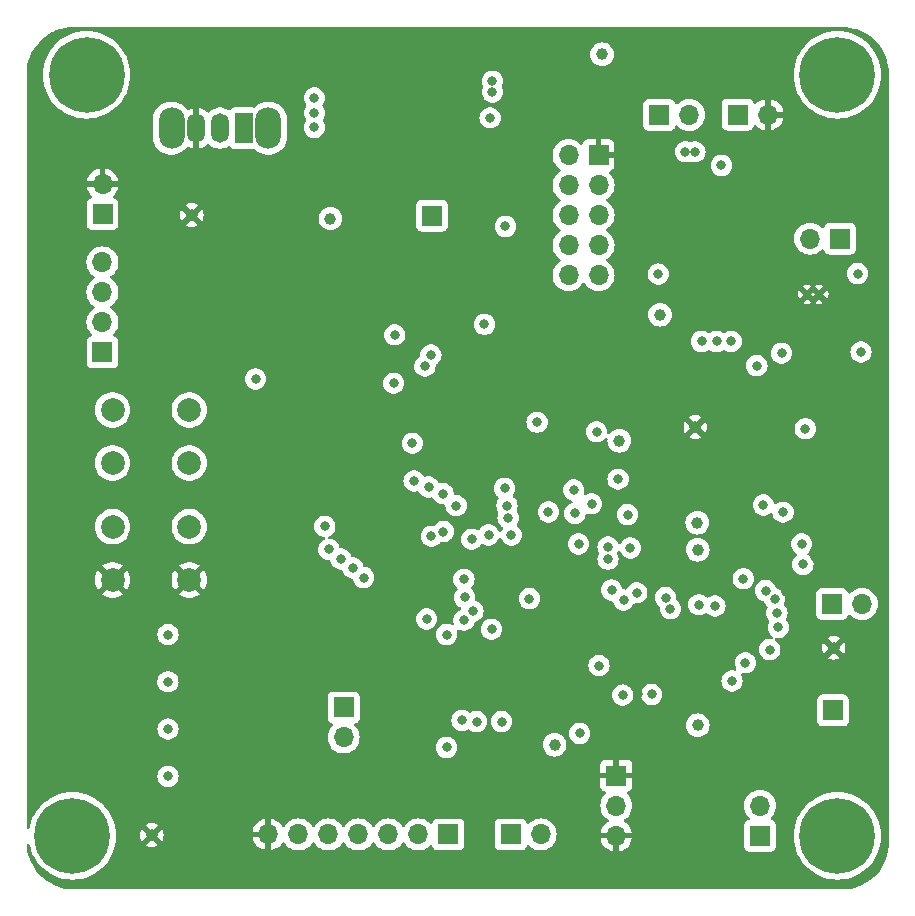
<source format=gbr>
%TF.GenerationSoftware,KiCad,Pcbnew,8.0.0-8.0.0-1~ubuntu22.04.1*%
%TF.CreationDate,2024-03-08T11:34:09-08:00*%
%TF.ProjectId,A1-FlightComputer,41312d46-6c69-4676-9874-436f6d707574,rev?*%
%TF.SameCoordinates,Original*%
%TF.FileFunction,Copper,L2,Inr*%
%TF.FilePolarity,Positive*%
%FSLAX46Y46*%
G04 Gerber Fmt 4.6, Leading zero omitted, Abs format (unit mm)*
G04 Created by KiCad (PCBNEW 8.0.0-8.0.0-1~ubuntu22.04.1) date 2024-03-08 11:34:09*
%MOMM*%
%LPD*%
G01*
G04 APERTURE LIST*
%TA.AperFunction,ComponentPad*%
%ADD10R,1.700000X1.700000*%
%TD*%
%TA.AperFunction,ComponentPad*%
%ADD11O,1.700000X1.700000*%
%TD*%
%TA.AperFunction,ComponentPad*%
%ADD12C,1.000000*%
%TD*%
%TA.AperFunction,ComponentPad*%
%ADD13C,6.400000*%
%TD*%
%TA.AperFunction,ComponentPad*%
%ADD14C,2.000000*%
%TD*%
%TA.AperFunction,ComponentPad*%
%ADD15O,2.200000X3.500000*%
%TD*%
%TA.AperFunction,ComponentPad*%
%ADD16R,1.500000X2.500000*%
%TD*%
%TA.AperFunction,ComponentPad*%
%ADD17O,1.500000X2.500000*%
%TD*%
%TA.AperFunction,ComponentPad*%
%ADD18C,0.600000*%
%TD*%
%TA.AperFunction,ViaPad*%
%ADD19C,0.800000*%
%TD*%
G04 APERTURE END LIST*
D10*
%TO.N,Net-(J303-Pin_4)*%
%TO.C,SW301*%
X125103298Y-58450000D03*
D11*
%TO.N,GND*%
X125103298Y-55910000D03*
%TD*%
D10*
%TO.N,+5V*%
%TO.C,J301*%
X154380000Y-111000000D03*
D11*
%TO.N,+3V3*%
X151840000Y-111000000D03*
%TO.N,/Peripherals/STG0*%
X149300000Y-111000000D03*
%TO.N,/Peripherals/STG1*%
X146760000Y-111000000D03*
%TO.N,/Peripherals/STG2*%
X144220000Y-111000000D03*
%TO.N,/Peripherals/STG3*%
X141680000Y-111000000D03*
%TO.N,GND*%
X139140000Y-111000000D03*
%TD*%
D12*
%TO.N,GND*%
%TO.C,TP205*%
X132650000Y-58550000D03*
%TD*%
%TO.N,+BATT*%
%TO.C,TP401*%
X167400000Y-44950000D03*
%TD*%
%TO.N,GND*%
%TO.C,TP207*%
X187000000Y-95200000D03*
%TD*%
%TO.N,+5V*%
%TO.C,TP402*%
X172310000Y-67005600D03*
%TD*%
%TO.N,/Peripherals/I2C_SDA*%
%TO.C,TP201*%
X175449200Y-84614000D03*
%TD*%
D10*
%TO.N,/STM32/PC12*%
%TO.C,J202*%
X153000000Y-58600000D03*
%TD*%
D13*
%TO.N,unconnected-(H104-Pad1)*%
%TO.C,H104*%
X122555000Y-111125000D03*
%TD*%
D12*
%TO.N,GND*%
%TO.C,TP208*%
X129275000Y-111050000D03*
%TD*%
D10*
%TO.N,+5V*%
%TO.C,J304*%
X180775000Y-111100000D03*
D11*
%TO.N,Net-(J304-Pin_2)*%
X180775000Y-108560000D03*
%TD*%
D12*
%TO.N,GND*%
%TO.C,TP206*%
X175300000Y-76500000D03*
%TD*%
D10*
%TO.N,/STM32/PB15*%
%TO.C,J201*%
X186950000Y-100500000D03*
%TD*%
D14*
%TO.N,/STM32/NRST*%
%TO.C,SW202*%
X125950000Y-84937600D03*
X132450000Y-84937600D03*
%TO.N,GND*%
X125950000Y-89437600D03*
X132450000Y-89437600D03*
%TD*%
D10*
%TO.N,/Peripherals/I2C_SCL*%
%TO.C,J305*%
X186875000Y-91485000D03*
D11*
%TO.N,/Peripherals/I2C_SDA*%
X189415000Y-91485000D03*
%TD*%
D12*
%TO.N,/STM32/USB_OTG_ID*%
%TO.C,TP209*%
X168859200Y-77673200D03*
%TD*%
D10*
%TO.N,+3V3*%
%TO.C,J303*%
X125100000Y-70175000D03*
D11*
%TO.N,/Peripherals/LoRa_TX*%
X125100000Y-67635000D03*
%TO.N,/Peripherals/LoRa_RX*%
X125100000Y-65095000D03*
%TO.N,Net-(J303-Pin_4)*%
X125100000Y-62555000D03*
%TD*%
D15*
%TO.N,*%
%TO.C,SW203*%
X139150000Y-51200000D03*
X130950000Y-51200000D03*
D16*
%TO.N,+3V3*%
X137050000Y-51200000D03*
D17*
%TO.N,Net-(SW203-B)*%
X135050000Y-51200000D03*
%TO.N,GND*%
X133050000Y-51200000D03*
%TD*%
D12*
%TO.N,/Peripherals/GoPro_ON*%
%TO.C,TP204*%
X175500000Y-101750000D03*
%TD*%
D10*
%TO.N,/STM32/PB8*%
%TO.C,J204*%
X145525000Y-100250000D03*
D11*
%TO.N,/STM32/PB9*%
X145525000Y-102790000D03*
%TD*%
D13*
%TO.N,unconnected-(H103-Pad1)*%
%TO.C,H103*%
X187325000Y-111125000D03*
%TD*%
D10*
%TO.N,Net-(J306-Pin_1)*%
%TO.C,J306*%
X187558800Y-60551993D03*
D11*
%TO.N,Net-(J306-Pin_2)*%
X185018800Y-60551993D03*
%TD*%
D10*
%TO.N,/STM32/PC4*%
%TO.C,J203*%
X159660000Y-111000000D03*
D11*
%TO.N,/STM32/PC5*%
X162200000Y-111000000D03*
%TD*%
D14*
%TO.N,+3V3*%
%TO.C,SW201*%
X132450000Y-79552800D03*
X125950000Y-79552800D03*
%TO.N,Net-(R201-Pad1)*%
X132450000Y-75052800D03*
X125950000Y-75052800D03*
%TD*%
D18*
%TO.N,GND*%
%TO.C,U303*%
X185768000Y-65271593D03*
X184768000Y-65271593D03*
%TD*%
D12*
%TO.N,/Peripherals/I2C_SCL*%
%TO.C,TP203*%
X175500000Y-86900000D03*
%TD*%
%TO.N,/Peripherals/Payload_TEMP*%
%TO.C,TP202*%
X163375000Y-103400000D03*
%TD*%
D13*
%TO.N,unconnected-(H102-Pad1)*%
%TO.C,H102*%
X187325000Y-46685200D03*
%TD*%
D10*
%TO.N,GND*%
%TO.C,J205*%
X167100000Y-53480000D03*
D11*
%TO.N,+3V3*%
X164560000Y-53480000D03*
%TO.N,/STM32/JTMS{slash}SWDIO*%
X167100000Y-56020000D03*
%TO.N,/STM32/JTAG_CON*%
X164560000Y-56020000D03*
%TO.N,/STM32/JTCK{slash}SWCLK*%
X167100000Y-58560000D03*
%TO.N,/STM32/NJTRST*%
X164560000Y-58560000D03*
%TO.N,/STM32/JTDI*%
X167100000Y-61100000D03*
%TO.N,/STM32/JTDO{slash}TRACESWO*%
X164560000Y-61100000D03*
%TO.N,Net-(J205-Pin_9)*%
X167100000Y-63640000D03*
%TO.N,Net-(J205-Pin_10)*%
X164560000Y-63640000D03*
%TD*%
D10*
%TO.N,Net-(D401-A)*%
%TO.C,J401*%
X172239400Y-50071000D03*
D11*
%TO.N,Net-(J401-Pin_2)*%
X174779400Y-50071000D03*
%TD*%
D13*
%TO.N,unconnected-(H101-Pad1)*%
%TO.C,H101*%
X123748800Y-46685200D03*
%TD*%
D10*
%TO.N,Net-(J401-Pin_2)*%
%TO.C,SW401*%
X178884200Y-50051600D03*
D11*
%TO.N,GND*%
X181424200Y-50051600D03*
%TD*%
D12*
%TO.N,+3V3*%
%TO.C,TP403*%
X144400000Y-58850000D03*
%TD*%
D10*
%TO.N,GND*%
%TO.C,J302*%
X168605000Y-106010000D03*
D11*
%TO.N,/Peripherals/Payload_TEMP*%
X168605000Y-108550000D03*
%TO.N,GND*%
X168605000Y-111090000D03*
%TD*%
D19*
%TO.N,GND*%
X189215500Y-78107400D03*
X183000000Y-90450000D03*
X135686800Y-88239600D03*
X180652000Y-58370000D03*
X143922000Y-83283200D03*
X183350000Y-53459200D03*
X177550000Y-85900000D03*
X150825200Y-92760800D03*
X166928800Y-78638400D03*
X180652000Y-57506400D03*
X161350000Y-49350000D03*
X177662200Y-102765200D03*
X184000000Y-85000000D03*
X173082800Y-56468000D03*
X187915500Y-76948200D03*
X177950000Y-90450000D03*
X158038800Y-103632000D03*
X189164700Y-75313400D03*
X145796000Y-78994000D03*
X171634100Y-90393200D03*
X168512500Y-98018000D03*
X151587200Y-72796400D03*
X140360400Y-76606400D03*
X159410400Y-91033600D03*
X187969600Y-66991993D03*
X189179600Y-65240400D03*
X146262400Y-73812400D03*
X183591600Y-64306393D03*
X178750000Y-91150000D03*
X189215500Y-82984200D03*
X153954000Y-53522400D03*
X176650000Y-98000000D03*
X175550000Y-95850000D03*
X141782800Y-83108800D03*
X170400000Y-99150000D03*
X189215500Y-80241000D03*
X154817600Y-53522400D03*
X185420000Y-87528400D03*
X138415200Y-75945600D03*
X157916400Y-45953200D03*
%TO.N,+3V3*%
X157916400Y-50322000D03*
X181600000Y-95350000D03*
X159218600Y-59520200D03*
X166928800Y-76911200D03*
X175600000Y-91550000D03*
X170334100Y-90543200D03*
X165505000Y-102438100D03*
X154228800Y-94081600D03*
X171600000Y-99150000D03*
X143032000Y-48645600D03*
X138065200Y-72445600D03*
X130638000Y-98070800D03*
X143922000Y-84908800D03*
X143032000Y-49915600D03*
X169570400Y-83921600D03*
X182000000Y-91050000D03*
X181250000Y-90350000D03*
X143032000Y-51134800D03*
X130646000Y-106080400D03*
X169150000Y-99200000D03*
X165404800Y-86410800D03*
X130646800Y-94071600D03*
X161239200Y-91033600D03*
X130646000Y-102080400D03*
X149758400Y-72796400D03*
X178400000Y-98000000D03*
X167140900Y-96697200D03*
X152552400Y-92760800D03*
%TO.N,+5V*%
X189319600Y-70141993D03*
X177100000Y-69250000D03*
X175830000Y-69250000D03*
X177502400Y-54356800D03*
X178319200Y-69250000D03*
X184600000Y-76650000D03*
%TO.N,/Peripherals/LED3*%
X155041600Y-83159600D03*
X147218400Y-89255600D03*
%TO.N,/Peripherals/LED2*%
X153924000Y-82143600D03*
X146304000Y-88442800D03*
%TO.N,/Peripherals/LED1*%
X152704800Y-81584800D03*
X145288000Y-87680800D03*
%TO.N,/Peripherals/LED0*%
X151485600Y-81076800D03*
X144272000Y-86868000D03*
%TO.N,+BATT*%
X161900000Y-76100000D03*
X172155800Y-63555600D03*
X189027200Y-63513200D03*
X175267200Y-53205600D03*
X158119600Y-47223200D03*
X151333200Y-77876400D03*
X158119600Y-48137600D03*
X174454400Y-53205600D03*
%TO.N,/STM32/PB8*%
X152950000Y-85750000D03*
%TO.N,/STM32/PB9*%
X153950000Y-85350000D03*
%TO.N,/STM32/PB15*%
X159450000Y-84200000D03*
%TO.N,/STM32/PC4*%
X155702000Y-89408000D03*
%TO.N,/STM32/PC5*%
X156362400Y-86004400D03*
%TO.N,/Peripherals/Payload_TEMP*%
X157784800Y-85648800D03*
%TO.N,/STM32/PC12*%
X157434970Y-67808815D03*
%TO.N,/Peripherals/I2C_SDA*%
X184302400Y-86410800D03*
X182200000Y-92250000D03*
X179350000Y-89350000D03*
X169223700Y-91160000D03*
%TO.N,/Peripherals/I2C_SCL*%
X184404000Y-88138000D03*
X182322800Y-93463200D03*
X169800000Y-86750000D03*
X168200000Y-90312500D03*
%TO.N,/Peripherals/GoPro_ON*%
X159715200Y-85648800D03*
%TO.N,Net-(SW203-B)*%
X149850000Y-68700000D03*
%TO.N,/STM32/QuadSPI_IO2*%
X156768800Y-101447600D03*
X155702000Y-92862400D03*
%TO.N,/STM32/QuadSPI_IO1*%
X155752800Y-90932000D03*
X155549600Y-101346000D03*
%TO.N,/STM32/QuadSPI_IO0*%
X158038800Y-93624400D03*
X156464000Y-92100400D03*
%TO.N,/STM32/USB_OTG_ID*%
X168757600Y-80924400D03*
%TO.N,/Peripherals/Actuator_IN1*%
X152900000Y-70400000D03*
X182600000Y-70250000D03*
%TO.N,/Peripherals/Actuator_IN2*%
X152400000Y-71350000D03*
X180500000Y-71300000D03*
%TO.N,/STM32/QuadSPI_NCS*%
X154228800Y-103632000D03*
X158902400Y-101447600D03*
%TO.N,/Peripherals/BME_CS*%
X182727600Y-83718400D03*
X166522400Y-83007200D03*
%TO.N,/Peripherals/BME_INT*%
X181051200Y-83108800D03*
X164998400Y-81838800D03*
%TO.N,/Peripherals/LSM_INT1*%
X165100000Y-83820000D03*
X167900000Y-86650000D03*
%TO.N,/Peripherals/LSM_INT2*%
X167900000Y-87700000D03*
X159150000Y-81700000D03*
X179522800Y-96463200D03*
X176954800Y-91650000D03*
%TO.N,/Peripherals/ADX_INT1*%
X173184100Y-91893200D03*
X159350000Y-83150000D03*
%TO.N,/Peripherals/ADX_INT2*%
X172784100Y-90943200D03*
X162850000Y-83700000D03*
%TD*%
%TA.AperFunction,Conductor*%
%TO.N,GND*%
G36*
X187628257Y-42622181D02*
G01*
X187628322Y-42622187D01*
X187639693Y-42622187D01*
X187684417Y-42622187D01*
X187690143Y-42622319D01*
X187703751Y-42622948D01*
X188052259Y-42639059D01*
X188063650Y-42640115D01*
X188419848Y-42689802D01*
X188431069Y-42691900D01*
X188781151Y-42774237D01*
X188792162Y-42777370D01*
X188967314Y-42836073D01*
X189133148Y-42891654D01*
X189143809Y-42895784D01*
X189472823Y-43041056D01*
X189483050Y-43046149D01*
X189689222Y-43160986D01*
X189797225Y-43221143D01*
X189806963Y-43227172D01*
X190103652Y-43430407D01*
X190112789Y-43437307D01*
X190387535Y-43665451D01*
X190389462Y-43667052D01*
X190397926Y-43674768D01*
X190652221Y-43929061D01*
X190659937Y-43937526D01*
X190889675Y-44214189D01*
X190896577Y-44223329D01*
X191099809Y-44520008D01*
X191105839Y-44529746D01*
X191280835Y-44843921D01*
X191285940Y-44854173D01*
X191313595Y-44916806D01*
X191414853Y-45146132D01*
X191431197Y-45183146D01*
X191435335Y-45193826D01*
X191549624Y-45534814D01*
X191552758Y-45545831D01*
X191635091Y-45895886D01*
X191637196Y-45907144D01*
X191686881Y-46263319D01*
X191687938Y-46274724D01*
X191704655Y-46636270D01*
X191704787Y-46641997D01*
X191704787Y-111636817D01*
X191704655Y-111642544D01*
X191687914Y-112004652D01*
X191686857Y-112016056D01*
X191637174Y-112372227D01*
X191635069Y-112383485D01*
X191552737Y-112733545D01*
X191549603Y-112744562D01*
X191435320Y-113085538D01*
X191431183Y-113096218D01*
X191285922Y-113425204D01*
X191280816Y-113435457D01*
X191105829Y-113749618D01*
X191099800Y-113759356D01*
X190896561Y-114056050D01*
X190889658Y-114065190D01*
X190659921Y-114341852D01*
X190652205Y-114350316D01*
X190397916Y-114604605D01*
X190389452Y-114612321D01*
X190112790Y-114842058D01*
X190103650Y-114848961D01*
X189806956Y-115052200D01*
X189797218Y-115058229D01*
X189483057Y-115233216D01*
X189472804Y-115238322D01*
X189143818Y-115383583D01*
X189133138Y-115387720D01*
X188792162Y-115502003D01*
X188781145Y-115505137D01*
X188431085Y-115587469D01*
X188419827Y-115589574D01*
X188063656Y-115639257D01*
X188052252Y-115640314D01*
X187708704Y-115656196D01*
X187690142Y-115657055D01*
X187684417Y-115657187D01*
X122690160Y-115657187D01*
X122684433Y-115657055D01*
X122322326Y-115640312D01*
X122310921Y-115639255D01*
X121954749Y-115589570D01*
X121943491Y-115587465D01*
X121593434Y-115505132D01*
X121582423Y-115501999D01*
X121411928Y-115444855D01*
X121241439Y-115387712D01*
X121230759Y-115383574D01*
X120901784Y-115238316D01*
X120891532Y-115233211D01*
X120577359Y-115058217D01*
X120567621Y-115052187D01*
X120448805Y-114970796D01*
X120270942Y-114848956D01*
X120261805Y-114842056D01*
X120223536Y-114810278D01*
X119985138Y-114612313D01*
X119976674Y-114604597D01*
X119722393Y-114350315D01*
X119714676Y-114341851D01*
X119484930Y-114065176D01*
X119478028Y-114056036D01*
X119274791Y-113759345D01*
X119268762Y-113749606D01*
X119093783Y-113435455D01*
X119088677Y-113425203D01*
X119081430Y-113408789D01*
X118943409Y-113096199D01*
X118939282Y-113085545D01*
X118824991Y-112744545D01*
X118821861Y-112733541D01*
X118799923Y-112640266D01*
X118739528Y-112383479D01*
X118737424Y-112372224D01*
X118736197Y-112363429D01*
X118687741Y-112016048D01*
X118686685Y-112004651D01*
X118686372Y-111997872D01*
X118682278Y-111909326D01*
X118698846Y-111841451D01*
X118749480Y-111793306D01*
X118818106Y-111780179D01*
X118882934Y-111806238D01*
X118923383Y-111863209D01*
X118928618Y-111884198D01*
X118930398Y-111895433D01*
X119023553Y-112243094D01*
X119030788Y-112270094D01*
X119169787Y-112632197D01*
X119345877Y-112977793D01*
X119557122Y-113303082D01*
X119773401Y-113570164D01*
X119801219Y-113604516D01*
X120075484Y-113878781D01*
X120075488Y-113878784D01*
X120376917Y-114122877D01*
X120702206Y-114334122D01*
X120702211Y-114334125D01*
X121047806Y-114510214D01*
X121409913Y-114649214D01*
X121784567Y-114749602D01*
X122167662Y-114810278D01*
X122533576Y-114829455D01*
X122554999Y-114830578D01*
X122555000Y-114830578D01*
X122555001Y-114830578D01*
X122575301Y-114829514D01*
X122942338Y-114810278D01*
X123325433Y-114749602D01*
X123700087Y-114649214D01*
X124062194Y-114510214D01*
X124407789Y-114334125D01*
X124733084Y-114122876D01*
X125034516Y-113878781D01*
X125308781Y-113604516D01*
X125552876Y-113303084D01*
X125764125Y-112977789D01*
X125940214Y-112632194D01*
X126079214Y-112270087D01*
X126175143Y-111912075D01*
X128766476Y-111912075D01*
X128890462Y-111978348D01*
X129078969Y-112035531D01*
X129078965Y-112035531D01*
X129275000Y-112054838D01*
X129471032Y-112035531D01*
X129659537Y-111978348D01*
X129783523Y-111912076D01*
X129783523Y-111912075D01*
X129275001Y-111403553D01*
X129275000Y-111403553D01*
X128766476Y-111912075D01*
X126175143Y-111912075D01*
X126179602Y-111895433D01*
X126240278Y-111512338D01*
X126260578Y-111125000D01*
X126256647Y-111050000D01*
X128270161Y-111050000D01*
X128289468Y-111246032D01*
X128346651Y-111434537D01*
X128412923Y-111558522D01*
X128871719Y-111099728D01*
X129025000Y-111099728D01*
X129063060Y-111191614D01*
X129133386Y-111261940D01*
X129225272Y-111300000D01*
X129324728Y-111300000D01*
X129416614Y-111261940D01*
X129486940Y-111191614D01*
X129525000Y-111099728D01*
X129525000Y-111050000D01*
X129628553Y-111050000D01*
X130137075Y-111558523D01*
X130137076Y-111558523D01*
X130203348Y-111434537D01*
X130259327Y-111250000D01*
X137809364Y-111250000D01*
X137866567Y-111463486D01*
X137866570Y-111463492D01*
X137966399Y-111677578D01*
X138101894Y-111871082D01*
X138268917Y-112038105D01*
X138462421Y-112173600D01*
X138676507Y-112273429D01*
X138676516Y-112273433D01*
X138890000Y-112330634D01*
X138890000Y-111433012D01*
X138947007Y-111465925D01*
X139074174Y-111500000D01*
X139205826Y-111500000D01*
X139332993Y-111465925D01*
X139390000Y-111433012D01*
X139390000Y-112330634D01*
X139603483Y-112273433D01*
X139603492Y-112273429D01*
X139817578Y-112173600D01*
X140011082Y-112038105D01*
X140178105Y-111871082D01*
X140308119Y-111685405D01*
X140362696Y-111641781D01*
X140432195Y-111634588D01*
X140494549Y-111666110D01*
X140511269Y-111685405D01*
X140641505Y-111871401D01*
X140808599Y-112038495D01*
X140905384Y-112106265D01*
X141002165Y-112174032D01*
X141002167Y-112174033D01*
X141002170Y-112174035D01*
X141216337Y-112273903D01*
X141444592Y-112335063D01*
X141621034Y-112350500D01*
X141679999Y-112355659D01*
X141680000Y-112355659D01*
X141680001Y-112355659D01*
X141738966Y-112350500D01*
X141915408Y-112335063D01*
X142143663Y-112273903D01*
X142357830Y-112174035D01*
X142551401Y-112038495D01*
X142718495Y-111871401D01*
X142848425Y-111685842D01*
X142903002Y-111642217D01*
X142972500Y-111635023D01*
X143034855Y-111666546D01*
X143051575Y-111685842D01*
X143181500Y-111871395D01*
X143181505Y-111871401D01*
X143348599Y-112038495D01*
X143445384Y-112106265D01*
X143542165Y-112174032D01*
X143542167Y-112174033D01*
X143542170Y-112174035D01*
X143756337Y-112273903D01*
X143984592Y-112335063D01*
X144161034Y-112350500D01*
X144219999Y-112355659D01*
X144220000Y-112355659D01*
X144220001Y-112355659D01*
X144278966Y-112350500D01*
X144455408Y-112335063D01*
X144683663Y-112273903D01*
X144897830Y-112174035D01*
X145091401Y-112038495D01*
X145258495Y-111871401D01*
X145388425Y-111685842D01*
X145443002Y-111642217D01*
X145512500Y-111635023D01*
X145574855Y-111666546D01*
X145591575Y-111685842D01*
X145721500Y-111871395D01*
X145721505Y-111871401D01*
X145888599Y-112038495D01*
X145985384Y-112106265D01*
X146082165Y-112174032D01*
X146082167Y-112174033D01*
X146082170Y-112174035D01*
X146296337Y-112273903D01*
X146524592Y-112335063D01*
X146701034Y-112350500D01*
X146759999Y-112355659D01*
X146760000Y-112355659D01*
X146760001Y-112355659D01*
X146818966Y-112350500D01*
X146995408Y-112335063D01*
X147223663Y-112273903D01*
X147437830Y-112174035D01*
X147631401Y-112038495D01*
X147798495Y-111871401D01*
X147928425Y-111685842D01*
X147983002Y-111642217D01*
X148052500Y-111635023D01*
X148114855Y-111666546D01*
X148131575Y-111685842D01*
X148261500Y-111871395D01*
X148261505Y-111871401D01*
X148428599Y-112038495D01*
X148525384Y-112106265D01*
X148622165Y-112174032D01*
X148622167Y-112174033D01*
X148622170Y-112174035D01*
X148836337Y-112273903D01*
X149064592Y-112335063D01*
X149241034Y-112350500D01*
X149299999Y-112355659D01*
X149300000Y-112355659D01*
X149300001Y-112355659D01*
X149358966Y-112350500D01*
X149535408Y-112335063D01*
X149763663Y-112273903D01*
X149977830Y-112174035D01*
X150171401Y-112038495D01*
X150338495Y-111871401D01*
X150468425Y-111685842D01*
X150523002Y-111642217D01*
X150592500Y-111635023D01*
X150654855Y-111666546D01*
X150671575Y-111685842D01*
X150801500Y-111871395D01*
X150801505Y-111871401D01*
X150968599Y-112038495D01*
X151065384Y-112106265D01*
X151162165Y-112174032D01*
X151162167Y-112174033D01*
X151162170Y-112174035D01*
X151376337Y-112273903D01*
X151604592Y-112335063D01*
X151781034Y-112350500D01*
X151839999Y-112355659D01*
X151840000Y-112355659D01*
X151840001Y-112355659D01*
X151898966Y-112350500D01*
X152075408Y-112335063D01*
X152303663Y-112273903D01*
X152517830Y-112174035D01*
X152711401Y-112038495D01*
X152833329Y-111916566D01*
X152894648Y-111883084D01*
X152964340Y-111888068D01*
X153020274Y-111929939D01*
X153037189Y-111960917D01*
X153086202Y-112092328D01*
X153086206Y-112092335D01*
X153172452Y-112207544D01*
X153172455Y-112207547D01*
X153287664Y-112293793D01*
X153287671Y-112293797D01*
X153422517Y-112344091D01*
X153422516Y-112344091D01*
X153429444Y-112344835D01*
X153482127Y-112350500D01*
X155277872Y-112350499D01*
X155337483Y-112344091D01*
X155472331Y-112293796D01*
X155587546Y-112207546D01*
X155673796Y-112092331D01*
X155724091Y-111957483D01*
X155730500Y-111897873D01*
X155730500Y-111897870D01*
X158309500Y-111897870D01*
X158309501Y-111897876D01*
X158315908Y-111957483D01*
X158366202Y-112092328D01*
X158366206Y-112092335D01*
X158452452Y-112207544D01*
X158452455Y-112207547D01*
X158567664Y-112293793D01*
X158567671Y-112293797D01*
X158702517Y-112344091D01*
X158702516Y-112344091D01*
X158709444Y-112344835D01*
X158762127Y-112350500D01*
X160557872Y-112350499D01*
X160617483Y-112344091D01*
X160752331Y-112293796D01*
X160867546Y-112207546D01*
X160953796Y-112092331D01*
X161002810Y-111960916D01*
X161044681Y-111904984D01*
X161110145Y-111880566D01*
X161178418Y-111895417D01*
X161206673Y-111916569D01*
X161328599Y-112038495D01*
X161425384Y-112106265D01*
X161522165Y-112174032D01*
X161522167Y-112174033D01*
X161522170Y-112174035D01*
X161736337Y-112273903D01*
X161964592Y-112335063D01*
X162141034Y-112350500D01*
X162199999Y-112355659D01*
X162200000Y-112355659D01*
X162200001Y-112355659D01*
X162258966Y-112350500D01*
X162435408Y-112335063D01*
X162663663Y-112273903D01*
X162877830Y-112174035D01*
X163071401Y-112038495D01*
X163238495Y-111871401D01*
X163374035Y-111677830D01*
X163473903Y-111463663D01*
X163535063Y-111235408D01*
X163555659Y-111000000D01*
X163535063Y-110764592D01*
X163473903Y-110536337D01*
X163374035Y-110322171D01*
X163368731Y-110314595D01*
X163238494Y-110128597D01*
X163071402Y-109961506D01*
X163071395Y-109961501D01*
X162877834Y-109825967D01*
X162877830Y-109825965D01*
X162835457Y-109806206D01*
X162663663Y-109726097D01*
X162663659Y-109726096D01*
X162663655Y-109726094D01*
X162435413Y-109664938D01*
X162435403Y-109664936D01*
X162200001Y-109644341D01*
X162199999Y-109644341D01*
X161964596Y-109664936D01*
X161964586Y-109664938D01*
X161736344Y-109726094D01*
X161736335Y-109726098D01*
X161522171Y-109825964D01*
X161522169Y-109825965D01*
X161328600Y-109961503D01*
X161206673Y-110083430D01*
X161145350Y-110116914D01*
X161075658Y-110111930D01*
X161019725Y-110070058D01*
X161002810Y-110039081D01*
X160953797Y-109907671D01*
X160953793Y-109907664D01*
X160867547Y-109792455D01*
X160867544Y-109792452D01*
X160752335Y-109706206D01*
X160752328Y-109706202D01*
X160617482Y-109655908D01*
X160617483Y-109655908D01*
X160557883Y-109649501D01*
X160557881Y-109649500D01*
X160557873Y-109649500D01*
X160557864Y-109649500D01*
X158762129Y-109649500D01*
X158762123Y-109649501D01*
X158702516Y-109655908D01*
X158567671Y-109706202D01*
X158567664Y-109706206D01*
X158452455Y-109792452D01*
X158452452Y-109792455D01*
X158366206Y-109907664D01*
X158366202Y-109907671D01*
X158315908Y-110042517D01*
X158309501Y-110102116D01*
X158309501Y-110102123D01*
X158309500Y-110102135D01*
X158309500Y-111897870D01*
X155730500Y-111897870D01*
X155730499Y-110102128D01*
X155724091Y-110042517D01*
X155722810Y-110039083D01*
X155673797Y-109907671D01*
X155673793Y-109907664D01*
X155587547Y-109792455D01*
X155587544Y-109792452D01*
X155472335Y-109706206D01*
X155472328Y-109706202D01*
X155337482Y-109655908D01*
X155337483Y-109655908D01*
X155277883Y-109649501D01*
X155277881Y-109649500D01*
X155277873Y-109649500D01*
X155277864Y-109649500D01*
X153482129Y-109649500D01*
X153482123Y-109649501D01*
X153422516Y-109655908D01*
X153287671Y-109706202D01*
X153287664Y-109706206D01*
X153172455Y-109792452D01*
X153172452Y-109792455D01*
X153086206Y-109907664D01*
X153086203Y-109907669D01*
X153037189Y-110039083D01*
X152995317Y-110095016D01*
X152929853Y-110119433D01*
X152861580Y-110104581D01*
X152833326Y-110083430D01*
X152711402Y-109961506D01*
X152711395Y-109961501D01*
X152517834Y-109825967D01*
X152517830Y-109825965D01*
X152475457Y-109806206D01*
X152303663Y-109726097D01*
X152303659Y-109726096D01*
X152303655Y-109726094D01*
X152075413Y-109664938D01*
X152075403Y-109664936D01*
X151840001Y-109644341D01*
X151839999Y-109644341D01*
X151604596Y-109664936D01*
X151604586Y-109664938D01*
X151376344Y-109726094D01*
X151376335Y-109726098D01*
X151162171Y-109825964D01*
X151162169Y-109825965D01*
X150968597Y-109961505D01*
X150801505Y-110128597D01*
X150671575Y-110314158D01*
X150616998Y-110357783D01*
X150547500Y-110364977D01*
X150485145Y-110333454D01*
X150468425Y-110314158D01*
X150338494Y-110128597D01*
X150171402Y-109961506D01*
X150171395Y-109961501D01*
X149977834Y-109825967D01*
X149977830Y-109825965D01*
X149935457Y-109806206D01*
X149763663Y-109726097D01*
X149763659Y-109726096D01*
X149763655Y-109726094D01*
X149535413Y-109664938D01*
X149535403Y-109664936D01*
X149300001Y-109644341D01*
X149299999Y-109644341D01*
X149064596Y-109664936D01*
X149064586Y-109664938D01*
X148836344Y-109726094D01*
X148836335Y-109726098D01*
X148622171Y-109825964D01*
X148622169Y-109825965D01*
X148428597Y-109961505D01*
X148261505Y-110128597D01*
X148131575Y-110314158D01*
X148076998Y-110357783D01*
X148007500Y-110364977D01*
X147945145Y-110333454D01*
X147928425Y-110314158D01*
X147798494Y-110128597D01*
X147631402Y-109961506D01*
X147631395Y-109961501D01*
X147437834Y-109825967D01*
X147437830Y-109825965D01*
X147395457Y-109806206D01*
X147223663Y-109726097D01*
X147223659Y-109726096D01*
X147223655Y-109726094D01*
X146995413Y-109664938D01*
X146995403Y-109664936D01*
X146760001Y-109644341D01*
X146759999Y-109644341D01*
X146524596Y-109664936D01*
X146524586Y-109664938D01*
X146296344Y-109726094D01*
X146296335Y-109726098D01*
X146082171Y-109825964D01*
X146082169Y-109825965D01*
X145888597Y-109961505D01*
X145721505Y-110128597D01*
X145591575Y-110314158D01*
X145536998Y-110357783D01*
X145467500Y-110364977D01*
X145405145Y-110333454D01*
X145388425Y-110314158D01*
X145258494Y-110128597D01*
X145091402Y-109961506D01*
X145091395Y-109961501D01*
X144897834Y-109825967D01*
X144897830Y-109825965D01*
X144855457Y-109806206D01*
X144683663Y-109726097D01*
X144683659Y-109726096D01*
X144683655Y-109726094D01*
X144455413Y-109664938D01*
X144455403Y-109664936D01*
X144220001Y-109644341D01*
X144219999Y-109644341D01*
X143984596Y-109664936D01*
X143984586Y-109664938D01*
X143756344Y-109726094D01*
X143756335Y-109726098D01*
X143542171Y-109825964D01*
X143542169Y-109825965D01*
X143348597Y-109961505D01*
X143181505Y-110128597D01*
X143051575Y-110314158D01*
X142996998Y-110357783D01*
X142927500Y-110364977D01*
X142865145Y-110333454D01*
X142848425Y-110314158D01*
X142718494Y-110128597D01*
X142551402Y-109961506D01*
X142551395Y-109961501D01*
X142357834Y-109825967D01*
X142357830Y-109825965D01*
X142315457Y-109806206D01*
X142143663Y-109726097D01*
X142143659Y-109726096D01*
X142143655Y-109726094D01*
X141915413Y-109664938D01*
X141915403Y-109664936D01*
X141680001Y-109644341D01*
X141679999Y-109644341D01*
X141444596Y-109664936D01*
X141444586Y-109664938D01*
X141216344Y-109726094D01*
X141216335Y-109726098D01*
X141002171Y-109825964D01*
X141002169Y-109825965D01*
X140808597Y-109961505D01*
X140641508Y-110128594D01*
X140511269Y-110314595D01*
X140456692Y-110358219D01*
X140387193Y-110365412D01*
X140324839Y-110333890D01*
X140308119Y-110314594D01*
X140178113Y-110128926D01*
X140178108Y-110128920D01*
X140011082Y-109961894D01*
X139817578Y-109826399D01*
X139603492Y-109726570D01*
X139603486Y-109726567D01*
X139390000Y-109669364D01*
X139390000Y-110566988D01*
X139332993Y-110534075D01*
X139205826Y-110500000D01*
X139074174Y-110500000D01*
X138947007Y-110534075D01*
X138890000Y-110566988D01*
X138890000Y-109669364D01*
X138889999Y-109669364D01*
X138676513Y-109726567D01*
X138676507Y-109726570D01*
X138462422Y-109826399D01*
X138462420Y-109826400D01*
X138268926Y-109961886D01*
X138268920Y-109961891D01*
X138101891Y-110128920D01*
X138101886Y-110128926D01*
X137966400Y-110322420D01*
X137966399Y-110322422D01*
X137866570Y-110536507D01*
X137866567Y-110536513D01*
X137809364Y-110749999D01*
X137809364Y-110750000D01*
X138706988Y-110750000D01*
X138674075Y-110807007D01*
X138640000Y-110934174D01*
X138640000Y-111065826D01*
X138674075Y-111192993D01*
X138706988Y-111250000D01*
X137809364Y-111250000D01*
X130259327Y-111250000D01*
X130260531Y-111246032D01*
X130279838Y-111050000D01*
X130260531Y-110853967D01*
X130203348Y-110665462D01*
X130137075Y-110541476D01*
X129628553Y-111049999D01*
X129628553Y-111050000D01*
X129525000Y-111050000D01*
X129525000Y-111000272D01*
X129486940Y-110908386D01*
X129416614Y-110838060D01*
X129324728Y-110800000D01*
X129225272Y-110800000D01*
X129133386Y-110838060D01*
X129063060Y-110908386D01*
X129025000Y-111000272D01*
X129025000Y-111099728D01*
X128871719Y-111099728D01*
X128921447Y-111050000D01*
X128412923Y-110541476D01*
X128346649Y-110665466D01*
X128289468Y-110853967D01*
X128270161Y-111050000D01*
X126256647Y-111050000D01*
X126240278Y-110737662D01*
X126179602Y-110354567D01*
X126134950Y-110187923D01*
X128766476Y-110187923D01*
X129275000Y-110696447D01*
X129275001Y-110696447D01*
X129783522Y-110187923D01*
X129659537Y-110121651D01*
X129471030Y-110064468D01*
X129471034Y-110064468D01*
X129275000Y-110045161D01*
X129078967Y-110064468D01*
X128890466Y-110121649D01*
X128766476Y-110187923D01*
X126134950Y-110187923D01*
X126079214Y-109979913D01*
X125940214Y-109617806D01*
X125764125Y-109272211D01*
X125764122Y-109272206D01*
X125552877Y-108946917D01*
X125308784Y-108645488D01*
X125308781Y-108645484D01*
X125213297Y-108550000D01*
X167249341Y-108550000D01*
X167269936Y-108785403D01*
X167269938Y-108785413D01*
X167331094Y-109013655D01*
X167331096Y-109013659D01*
X167331097Y-109013663D01*
X167335761Y-109023664D01*
X167430965Y-109227830D01*
X167430967Y-109227834D01*
X167566501Y-109421395D01*
X167566506Y-109421402D01*
X167733597Y-109588493D01*
X167733603Y-109588498D01*
X167919594Y-109718730D01*
X167963219Y-109773307D01*
X167970413Y-109842805D01*
X167938890Y-109905160D01*
X167919595Y-109921880D01*
X167733922Y-110051890D01*
X167733920Y-110051891D01*
X167566891Y-110218920D01*
X167566886Y-110218926D01*
X167431400Y-110412420D01*
X167431399Y-110412422D01*
X167331570Y-110626507D01*
X167331567Y-110626513D01*
X167274364Y-110839999D01*
X167274364Y-110840000D01*
X168171988Y-110840000D01*
X168139075Y-110897007D01*
X168105000Y-111024174D01*
X168105000Y-111155826D01*
X168139075Y-111282993D01*
X168171988Y-111340000D01*
X167274364Y-111340000D01*
X167331567Y-111553486D01*
X167331570Y-111553492D01*
X167431399Y-111767578D01*
X167566894Y-111961082D01*
X167733917Y-112128105D01*
X167927421Y-112263600D01*
X168141507Y-112363429D01*
X168141516Y-112363433D01*
X168355000Y-112420634D01*
X168355000Y-111523012D01*
X168412007Y-111555925D01*
X168539174Y-111590000D01*
X168670826Y-111590000D01*
X168797993Y-111555925D01*
X168855000Y-111523012D01*
X168855000Y-112420634D01*
X169068483Y-112363433D01*
X169068492Y-112363429D01*
X169282578Y-112263600D01*
X169476082Y-112128105D01*
X169643105Y-111961082D01*
X169778600Y-111767578D01*
X169878429Y-111553492D01*
X169878432Y-111553486D01*
X169935636Y-111340000D01*
X169038012Y-111340000D01*
X169070925Y-111282993D01*
X169105000Y-111155826D01*
X169105000Y-111024174D01*
X169070925Y-110897007D01*
X169038012Y-110840000D01*
X169935636Y-110840000D01*
X169935635Y-110839999D01*
X169878432Y-110626513D01*
X169878429Y-110626507D01*
X169778600Y-110412422D01*
X169778599Y-110412420D01*
X169643113Y-110218926D01*
X169643108Y-110218920D01*
X169476078Y-110051890D01*
X169290405Y-109921879D01*
X169246780Y-109867302D01*
X169239588Y-109797804D01*
X169271110Y-109735449D01*
X169290406Y-109718730D01*
X169308298Y-109706202D01*
X169476401Y-109588495D01*
X169643495Y-109421401D01*
X169779035Y-109227830D01*
X169878903Y-109013663D01*
X169940063Y-108785408D01*
X169959784Y-108560000D01*
X179419341Y-108560000D01*
X179439936Y-108795403D01*
X179439938Y-108795413D01*
X179501094Y-109023655D01*
X179501096Y-109023659D01*
X179501097Y-109023663D01*
X179596302Y-109227830D01*
X179600965Y-109237830D01*
X179600967Y-109237834D01*
X179709281Y-109392521D01*
X179736501Y-109431396D01*
X179736506Y-109431402D01*
X179858430Y-109553326D01*
X179891915Y-109614649D01*
X179886931Y-109684341D01*
X179845059Y-109740274D01*
X179814083Y-109757189D01*
X179682669Y-109806203D01*
X179682664Y-109806206D01*
X179567455Y-109892452D01*
X179567452Y-109892455D01*
X179481206Y-110007664D01*
X179481202Y-110007671D01*
X179430908Y-110142517D01*
X179426027Y-110187923D01*
X179424501Y-110202123D01*
X179424500Y-110202135D01*
X179424500Y-111997870D01*
X179424501Y-111997876D01*
X179430908Y-112057483D01*
X179481202Y-112192328D01*
X179481206Y-112192335D01*
X179567452Y-112307544D01*
X179567455Y-112307547D01*
X179682664Y-112393793D01*
X179682671Y-112393797D01*
X179817517Y-112444091D01*
X179817516Y-112444091D01*
X179824444Y-112444835D01*
X179877127Y-112450500D01*
X181672872Y-112450499D01*
X181732483Y-112444091D01*
X181867331Y-112393796D01*
X181982546Y-112307546D01*
X182068796Y-112192331D01*
X182119091Y-112057483D01*
X182125500Y-111997873D01*
X182125500Y-111125000D01*
X183619422Y-111125000D01*
X183639722Y-111512339D01*
X183700395Y-111895417D01*
X183700398Y-111895433D01*
X183784028Y-112207547D01*
X183800788Y-112270094D01*
X183939787Y-112632197D01*
X184115877Y-112977793D01*
X184327122Y-113303082D01*
X184543401Y-113570164D01*
X184571219Y-113604516D01*
X184845484Y-113878781D01*
X184845488Y-113878784D01*
X185146917Y-114122877D01*
X185472206Y-114334122D01*
X185472211Y-114334125D01*
X185817806Y-114510214D01*
X186179913Y-114649214D01*
X186554567Y-114749602D01*
X186937662Y-114810278D01*
X187303576Y-114829455D01*
X187324999Y-114830578D01*
X187325000Y-114830578D01*
X187325001Y-114830578D01*
X187345301Y-114829514D01*
X187712338Y-114810278D01*
X188095433Y-114749602D01*
X188470087Y-114649214D01*
X188832194Y-114510214D01*
X189177789Y-114334125D01*
X189503084Y-114122876D01*
X189804516Y-113878781D01*
X190078781Y-113604516D01*
X190322876Y-113303084D01*
X190534125Y-112977789D01*
X190710214Y-112632194D01*
X190849214Y-112270087D01*
X190949602Y-111895433D01*
X191010278Y-111512338D01*
X191030578Y-111125000D01*
X191010278Y-110737662D01*
X190949602Y-110354567D01*
X190849214Y-109979913D01*
X190710214Y-109617806D01*
X190534125Y-109272211D01*
X190534122Y-109272206D01*
X190322877Y-108946917D01*
X190078784Y-108645488D01*
X190078781Y-108645484D01*
X189804516Y-108371219D01*
X189746941Y-108324596D01*
X189503082Y-108127122D01*
X189177793Y-107915877D01*
X188832197Y-107739787D01*
X188470094Y-107600788D01*
X188304010Y-107556286D01*
X188095433Y-107500398D01*
X188095429Y-107500397D01*
X188095428Y-107500397D01*
X187712339Y-107439722D01*
X187325001Y-107419422D01*
X187324999Y-107419422D01*
X186937660Y-107439722D01*
X186554572Y-107500397D01*
X186554570Y-107500397D01*
X186179905Y-107600788D01*
X185817802Y-107739787D01*
X185472206Y-107915877D01*
X185146917Y-108127122D01*
X184845488Y-108371215D01*
X184845480Y-108371222D01*
X184571222Y-108645480D01*
X184571215Y-108645488D01*
X184327122Y-108946917D01*
X184115877Y-109272206D01*
X183939787Y-109617802D01*
X183800788Y-109979905D01*
X183700397Y-110354570D01*
X183700397Y-110354572D01*
X183639722Y-110737660D01*
X183619422Y-111124999D01*
X183619422Y-111125000D01*
X182125500Y-111125000D01*
X182125499Y-110202128D01*
X182119091Y-110142517D01*
X182113899Y-110128597D01*
X182068797Y-110007671D01*
X182068793Y-110007664D01*
X181982547Y-109892455D01*
X181982544Y-109892452D01*
X181867335Y-109806206D01*
X181867328Y-109806202D01*
X181735917Y-109757189D01*
X181679983Y-109715318D01*
X181655566Y-109649853D01*
X181670418Y-109581580D01*
X181691563Y-109553332D01*
X181813495Y-109431401D01*
X181949035Y-109237830D01*
X182048903Y-109023663D01*
X182110063Y-108795408D01*
X182130659Y-108560000D01*
X182110063Y-108324592D01*
X182048903Y-108096337D01*
X181949035Y-107882171D01*
X181849337Y-107739786D01*
X181813494Y-107688597D01*
X181646402Y-107521506D01*
X181646395Y-107521501D01*
X181632119Y-107511505D01*
X181607521Y-107494281D01*
X181452834Y-107385967D01*
X181452830Y-107385965D01*
X181380897Y-107352422D01*
X181238663Y-107286097D01*
X181238659Y-107286096D01*
X181238655Y-107286094D01*
X181010413Y-107224938D01*
X181010403Y-107224936D01*
X180775001Y-107204341D01*
X180774999Y-107204341D01*
X180539596Y-107224936D01*
X180539586Y-107224938D01*
X180311344Y-107286094D01*
X180311335Y-107286098D01*
X180097171Y-107385964D01*
X180097169Y-107385965D01*
X179903597Y-107521505D01*
X179736505Y-107688597D01*
X179600965Y-107882169D01*
X179600964Y-107882171D01*
X179501098Y-108096335D01*
X179501094Y-108096344D01*
X179439938Y-108324586D01*
X179439936Y-108324596D01*
X179419341Y-108559999D01*
X179419341Y-108560000D01*
X169959784Y-108560000D01*
X169960659Y-108550000D01*
X169940063Y-108314592D01*
X169881584Y-108096344D01*
X169878905Y-108086344D01*
X169878904Y-108086343D01*
X169878903Y-108086337D01*
X169779035Y-107872171D01*
X169686338Y-107739786D01*
X169643496Y-107678600D01*
X169643495Y-107678599D01*
X169521179Y-107556283D01*
X169487696Y-107494963D01*
X169492680Y-107425271D01*
X169534551Y-107369337D01*
X169565529Y-107352422D01*
X169697086Y-107303354D01*
X169697093Y-107303350D01*
X169812187Y-107217190D01*
X169812190Y-107217187D01*
X169898350Y-107102093D01*
X169898354Y-107102086D01*
X169948596Y-106967379D01*
X169948598Y-106967372D01*
X169954999Y-106907844D01*
X169955000Y-106907827D01*
X169955000Y-106260000D01*
X169038012Y-106260000D01*
X169070925Y-106202993D01*
X169105000Y-106075826D01*
X169105000Y-105944174D01*
X169070925Y-105817007D01*
X169038012Y-105760000D01*
X169955000Y-105760000D01*
X169955000Y-105112172D01*
X169954999Y-105112155D01*
X169948598Y-105052627D01*
X169948596Y-105052620D01*
X169898354Y-104917913D01*
X169898350Y-104917906D01*
X169812190Y-104802812D01*
X169812187Y-104802809D01*
X169697093Y-104716649D01*
X169697086Y-104716645D01*
X169562379Y-104666403D01*
X169562372Y-104666401D01*
X169502844Y-104660000D01*
X168855000Y-104660000D01*
X168855000Y-105576988D01*
X168797993Y-105544075D01*
X168670826Y-105510000D01*
X168539174Y-105510000D01*
X168412007Y-105544075D01*
X168355000Y-105576988D01*
X168355000Y-104660000D01*
X167707155Y-104660000D01*
X167647627Y-104666401D01*
X167647620Y-104666403D01*
X167512913Y-104716645D01*
X167512906Y-104716649D01*
X167397812Y-104802809D01*
X167397809Y-104802812D01*
X167311649Y-104917906D01*
X167311645Y-104917913D01*
X167261403Y-105052620D01*
X167261401Y-105052627D01*
X167255000Y-105112155D01*
X167255000Y-105760000D01*
X168171988Y-105760000D01*
X168139075Y-105817007D01*
X168105000Y-105944174D01*
X168105000Y-106075826D01*
X168139075Y-106202993D01*
X168171988Y-106260000D01*
X167255000Y-106260000D01*
X167255000Y-106907844D01*
X167261401Y-106967372D01*
X167261403Y-106967379D01*
X167311645Y-107102086D01*
X167311649Y-107102093D01*
X167397809Y-107217187D01*
X167397812Y-107217190D01*
X167512906Y-107303350D01*
X167512913Y-107303354D01*
X167644470Y-107352421D01*
X167700403Y-107394292D01*
X167724821Y-107459756D01*
X167709970Y-107528029D01*
X167688819Y-107556284D01*
X167566503Y-107678600D01*
X167430965Y-107872169D01*
X167430964Y-107872171D01*
X167331098Y-108086335D01*
X167331094Y-108086344D01*
X167269938Y-108314586D01*
X167269936Y-108314596D01*
X167249341Y-108549999D01*
X167249341Y-108550000D01*
X125213297Y-108550000D01*
X125034516Y-108371219D01*
X124976941Y-108324596D01*
X124733082Y-108127122D01*
X124407793Y-107915877D01*
X124062197Y-107739787D01*
X123700094Y-107600788D01*
X123534010Y-107556286D01*
X123325433Y-107500398D01*
X123325429Y-107500397D01*
X123325428Y-107500397D01*
X122942339Y-107439722D01*
X122555001Y-107419422D01*
X122554999Y-107419422D01*
X122167660Y-107439722D01*
X121784572Y-107500397D01*
X121784570Y-107500397D01*
X121409905Y-107600788D01*
X121047802Y-107739787D01*
X120702206Y-107915877D01*
X120376917Y-108127122D01*
X120075488Y-108371215D01*
X120075480Y-108371222D01*
X119801222Y-108645480D01*
X119801215Y-108645488D01*
X119557122Y-108946917D01*
X119345877Y-109272206D01*
X119169787Y-109617802D01*
X119030788Y-109979905D01*
X118930397Y-110354570D01*
X118930397Y-110354572D01*
X118916260Y-110443831D01*
X118886331Y-110506966D01*
X118827019Y-110543897D01*
X118757157Y-110542899D01*
X118698924Y-110504289D01*
X118670810Y-110440326D01*
X118669787Y-110424433D01*
X118669787Y-106080400D01*
X129740540Y-106080400D01*
X129760326Y-106268656D01*
X129760327Y-106268659D01*
X129818818Y-106448677D01*
X129818821Y-106448684D01*
X129913467Y-106612616D01*
X130040129Y-106753288D01*
X130193265Y-106864548D01*
X130193270Y-106864551D01*
X130366192Y-106941542D01*
X130366197Y-106941544D01*
X130551354Y-106980900D01*
X130551355Y-106980900D01*
X130740644Y-106980900D01*
X130740646Y-106980900D01*
X130925803Y-106941544D01*
X131098730Y-106864551D01*
X131251871Y-106753288D01*
X131378533Y-106612616D01*
X131473179Y-106448684D01*
X131531674Y-106268656D01*
X131551460Y-106080400D01*
X131531674Y-105892144D01*
X131473179Y-105712116D01*
X131378533Y-105548184D01*
X131251871Y-105407512D01*
X131251870Y-105407511D01*
X131098734Y-105296251D01*
X131098729Y-105296248D01*
X130925807Y-105219257D01*
X130925802Y-105219255D01*
X130780001Y-105188265D01*
X130740646Y-105179900D01*
X130551354Y-105179900D01*
X130518897Y-105186798D01*
X130366197Y-105219255D01*
X130366192Y-105219257D01*
X130193270Y-105296248D01*
X130193265Y-105296251D01*
X130040129Y-105407511D01*
X129913466Y-105548185D01*
X129818821Y-105712115D01*
X129818818Y-105712122D01*
X129760327Y-105892140D01*
X129760326Y-105892144D01*
X129740540Y-106080400D01*
X118669787Y-106080400D01*
X118669787Y-102080400D01*
X129740540Y-102080400D01*
X129760326Y-102268656D01*
X129760327Y-102268659D01*
X129818818Y-102448677D01*
X129818821Y-102448684D01*
X129913467Y-102612616D01*
X129982348Y-102689116D01*
X130040129Y-102753288D01*
X130193265Y-102864548D01*
X130193270Y-102864551D01*
X130366192Y-102941542D01*
X130366197Y-102941544D01*
X130551354Y-102980900D01*
X130551355Y-102980900D01*
X130740644Y-102980900D01*
X130740646Y-102980900D01*
X130925803Y-102941544D01*
X131098730Y-102864551D01*
X131201341Y-102790000D01*
X144169341Y-102790000D01*
X144189936Y-103025403D01*
X144189938Y-103025413D01*
X144251094Y-103253655D01*
X144251096Y-103253659D01*
X144251097Y-103253663D01*
X144350965Y-103467830D01*
X144350967Y-103467834D01*
X144440801Y-103596129D01*
X144486505Y-103661401D01*
X144653599Y-103828495D01*
X144750384Y-103896265D01*
X144847165Y-103964032D01*
X144847167Y-103964033D01*
X144847170Y-103964035D01*
X145061337Y-104063903D01*
X145289592Y-104125063D01*
X145477918Y-104141539D01*
X145524999Y-104145659D01*
X145525000Y-104145659D01*
X145525001Y-104145659D01*
X145564234Y-104142226D01*
X145760408Y-104125063D01*
X145988663Y-104063903D01*
X146202830Y-103964035D01*
X146396401Y-103828495D01*
X146563495Y-103661401D01*
X146584082Y-103632000D01*
X153323340Y-103632000D01*
X153343126Y-103820256D01*
X153343127Y-103820259D01*
X153401618Y-104000277D01*
X153401621Y-104000284D01*
X153496267Y-104164216D01*
X153622929Y-104304888D01*
X153776065Y-104416148D01*
X153776070Y-104416151D01*
X153948992Y-104493142D01*
X153948997Y-104493144D01*
X154134154Y-104532500D01*
X154134155Y-104532500D01*
X154323444Y-104532500D01*
X154323446Y-104532500D01*
X154508603Y-104493144D01*
X154681530Y-104416151D01*
X154834671Y-104304888D01*
X154961333Y-104164216D01*
X155055979Y-104000284D01*
X155114474Y-103820256D01*
X155134260Y-103632000D01*
X155114474Y-103443744D01*
X155100261Y-103400000D01*
X162369659Y-103400000D01*
X162388975Y-103596129D01*
X162446188Y-103784733D01*
X162539086Y-103958532D01*
X162539090Y-103958539D01*
X162664116Y-104110883D01*
X162816460Y-104235909D01*
X162816467Y-104235913D01*
X162990266Y-104328811D01*
X162990269Y-104328811D01*
X162990273Y-104328814D01*
X163178868Y-104386024D01*
X163375000Y-104405341D01*
X163571132Y-104386024D01*
X163759727Y-104328814D01*
X163804490Y-104304888D01*
X163933532Y-104235913D01*
X163933538Y-104235910D01*
X164085883Y-104110883D01*
X164210910Y-103958538D01*
X164280418Y-103828498D01*
X164303811Y-103784733D01*
X164303811Y-103784732D01*
X164303814Y-103784727D01*
X164361024Y-103596132D01*
X164380341Y-103400000D01*
X164361024Y-103203868D01*
X164303814Y-103015273D01*
X164303811Y-103015269D01*
X164303811Y-103015266D01*
X164210913Y-102841467D01*
X164210909Y-102841460D01*
X164085883Y-102689116D01*
X163933539Y-102564090D01*
X163933532Y-102564086D01*
X163759733Y-102471188D01*
X163759727Y-102471186D01*
X163650658Y-102438100D01*
X164599540Y-102438100D01*
X164619326Y-102626356D01*
X164619327Y-102626359D01*
X164677818Y-102806377D01*
X164677821Y-102806384D01*
X164772467Y-102970316D01*
X164822077Y-103025413D01*
X164899129Y-103110988D01*
X165052265Y-103222248D01*
X165052270Y-103222251D01*
X165225192Y-103299242D01*
X165225197Y-103299244D01*
X165410354Y-103338600D01*
X165410355Y-103338600D01*
X165599644Y-103338600D01*
X165599646Y-103338600D01*
X165784803Y-103299244D01*
X165957730Y-103222251D01*
X166110871Y-103110988D01*
X166237533Y-102970316D01*
X166332179Y-102806384D01*
X166390674Y-102626356D01*
X166410460Y-102438100D01*
X166390674Y-102249844D01*
X166332179Y-102069816D01*
X166237533Y-101905884D01*
X166110871Y-101765212D01*
X166092005Y-101751505D01*
X166089934Y-101750000D01*
X174494659Y-101750000D01*
X174513975Y-101946129D01*
X174571188Y-102134733D01*
X174664086Y-102308532D01*
X174664090Y-102308539D01*
X174789116Y-102460883D01*
X174941460Y-102585909D01*
X174941467Y-102585913D01*
X175115266Y-102678811D01*
X175115269Y-102678811D01*
X175115273Y-102678814D01*
X175303868Y-102736024D01*
X175500000Y-102755341D01*
X175696132Y-102736024D01*
X175884727Y-102678814D01*
X176058538Y-102585910D01*
X176210883Y-102460883D01*
X176335910Y-102308538D01*
X176428814Y-102134727D01*
X176486024Y-101946132D01*
X176505341Y-101750000D01*
X176486024Y-101553868D01*
X176438702Y-101397870D01*
X185599500Y-101397870D01*
X185599501Y-101397876D01*
X185605908Y-101457483D01*
X185656202Y-101592328D01*
X185656206Y-101592335D01*
X185742452Y-101707544D01*
X185742455Y-101707547D01*
X185857664Y-101793793D01*
X185857671Y-101793797D01*
X185992517Y-101844091D01*
X185992516Y-101844091D01*
X185999444Y-101844835D01*
X186052127Y-101850500D01*
X187847872Y-101850499D01*
X187907483Y-101844091D01*
X188042331Y-101793796D01*
X188157546Y-101707546D01*
X188243796Y-101592331D01*
X188294091Y-101457483D01*
X188300500Y-101397873D01*
X188300499Y-99602128D01*
X188294091Y-99542517D01*
X188243796Y-99407669D01*
X188243795Y-99407668D01*
X188243793Y-99407664D01*
X188157547Y-99292455D01*
X188157544Y-99292452D01*
X188042335Y-99206206D01*
X188042328Y-99206202D01*
X187907482Y-99155908D01*
X187907483Y-99155908D01*
X187847883Y-99149501D01*
X187847881Y-99149500D01*
X187847873Y-99149500D01*
X187847864Y-99149500D01*
X186052129Y-99149500D01*
X186052123Y-99149501D01*
X185992516Y-99155908D01*
X185857671Y-99206202D01*
X185857664Y-99206206D01*
X185742455Y-99292452D01*
X185742452Y-99292455D01*
X185656206Y-99407664D01*
X185656202Y-99407671D01*
X185605908Y-99542517D01*
X185599501Y-99602116D01*
X185599501Y-99602123D01*
X185599500Y-99602135D01*
X185599500Y-101397870D01*
X176438702Y-101397870D01*
X176428814Y-101365273D01*
X176428811Y-101365269D01*
X176428811Y-101365266D01*
X176335913Y-101191467D01*
X176335909Y-101191460D01*
X176210883Y-101039116D01*
X176058539Y-100914090D01*
X176058532Y-100914086D01*
X175884733Y-100821188D01*
X175884727Y-100821186D01*
X175696132Y-100763976D01*
X175696129Y-100763975D01*
X175500000Y-100744659D01*
X175303870Y-100763975D01*
X175115266Y-100821188D01*
X174941467Y-100914086D01*
X174941460Y-100914090D01*
X174789116Y-101039116D01*
X174664090Y-101191460D01*
X174664086Y-101191467D01*
X174571188Y-101365266D01*
X174513975Y-101553870D01*
X174494659Y-101750000D01*
X166089934Y-101750000D01*
X165957734Y-101653951D01*
X165957729Y-101653948D01*
X165784807Y-101576957D01*
X165784802Y-101576955D01*
X165628782Y-101543793D01*
X165599646Y-101537600D01*
X165410354Y-101537600D01*
X165381218Y-101543793D01*
X165225197Y-101576955D01*
X165225192Y-101576957D01*
X165052270Y-101653948D01*
X165052265Y-101653951D01*
X164899129Y-101765211D01*
X164772466Y-101905885D01*
X164677821Y-102069815D01*
X164677818Y-102069822D01*
X164619327Y-102249840D01*
X164619326Y-102249844D01*
X164599540Y-102438100D01*
X163650658Y-102438100D01*
X163571132Y-102413976D01*
X163571129Y-102413975D01*
X163375000Y-102394659D01*
X163178870Y-102413975D01*
X162990266Y-102471188D01*
X162816467Y-102564086D01*
X162816460Y-102564090D01*
X162664116Y-102689116D01*
X162539090Y-102841460D01*
X162539086Y-102841467D01*
X162446188Y-103015266D01*
X162388975Y-103203870D01*
X162369659Y-103400000D01*
X155100261Y-103400000D01*
X155055979Y-103263716D01*
X154961333Y-103099784D01*
X154834671Y-102959112D01*
X154810488Y-102941542D01*
X154681534Y-102847851D01*
X154681529Y-102847848D01*
X154508607Y-102770857D01*
X154508602Y-102770855D01*
X154362801Y-102739865D01*
X154323446Y-102731500D01*
X154134154Y-102731500D01*
X154112870Y-102736024D01*
X153948997Y-102770855D01*
X153948992Y-102770857D01*
X153776070Y-102847848D01*
X153776065Y-102847851D01*
X153622929Y-102959111D01*
X153496266Y-103099785D01*
X153401621Y-103263715D01*
X153401618Y-103263722D01*
X153357339Y-103400000D01*
X153343126Y-103443744D01*
X153323340Y-103632000D01*
X146584082Y-103632000D01*
X146699035Y-103467830D01*
X146798903Y-103253663D01*
X146860063Y-103025408D01*
X146880659Y-102790000D01*
X146860063Y-102554592D01*
X146798903Y-102326337D01*
X146699035Y-102112171D01*
X146688029Y-102096453D01*
X146563496Y-101918600D01*
X146523110Y-101878214D01*
X146441567Y-101796671D01*
X146408084Y-101735351D01*
X146413068Y-101665659D01*
X146454939Y-101609725D01*
X146485915Y-101592810D01*
X146617331Y-101543796D01*
X146732546Y-101457546D01*
X146816049Y-101346000D01*
X154644140Y-101346000D01*
X154663926Y-101534256D01*
X154663927Y-101534259D01*
X154722418Y-101714277D01*
X154722421Y-101714284D01*
X154817067Y-101878216D01*
X154943729Y-102018888D01*
X155096865Y-102130148D01*
X155096870Y-102130151D01*
X155269792Y-102207142D01*
X155269797Y-102207144D01*
X155454954Y-102246500D01*
X155454955Y-102246500D01*
X155644244Y-102246500D01*
X155644246Y-102246500D01*
X155829403Y-102207144D01*
X156002330Y-102130151D01*
X156016392Y-102119933D01*
X156082198Y-102096453D01*
X156150252Y-102112278D01*
X156162164Y-102119933D01*
X156316065Y-102231748D01*
X156316070Y-102231751D01*
X156488992Y-102308742D01*
X156488997Y-102308744D01*
X156674154Y-102348100D01*
X156674155Y-102348100D01*
X156863444Y-102348100D01*
X156863446Y-102348100D01*
X157048603Y-102308744D01*
X157221530Y-102231751D01*
X157374671Y-102120488D01*
X157501333Y-101979816D01*
X157595979Y-101815884D01*
X157654474Y-101635856D01*
X157674260Y-101447600D01*
X157996940Y-101447600D01*
X158016726Y-101635856D01*
X158016727Y-101635859D01*
X158075218Y-101815877D01*
X158075221Y-101815884D01*
X158169867Y-101979816D01*
X158274888Y-102096453D01*
X158296529Y-102120488D01*
X158449665Y-102231748D01*
X158449670Y-102231751D01*
X158622592Y-102308742D01*
X158622597Y-102308744D01*
X158807754Y-102348100D01*
X158807755Y-102348100D01*
X158997044Y-102348100D01*
X158997046Y-102348100D01*
X159182203Y-102308744D01*
X159355130Y-102231751D01*
X159508271Y-102120488D01*
X159634933Y-101979816D01*
X159729579Y-101815884D01*
X159788074Y-101635856D01*
X159807860Y-101447600D01*
X159788074Y-101259344D01*
X159729579Y-101079316D01*
X159634933Y-100915384D01*
X159508271Y-100774712D01*
X159508270Y-100774711D01*
X159355134Y-100663451D01*
X159355129Y-100663448D01*
X159182207Y-100586457D01*
X159182202Y-100586455D01*
X159036401Y-100555465D01*
X158997046Y-100547100D01*
X158807754Y-100547100D01*
X158775297Y-100553998D01*
X158622597Y-100586455D01*
X158622592Y-100586457D01*
X158449670Y-100663448D01*
X158449665Y-100663451D01*
X158296529Y-100774711D01*
X158169866Y-100915385D01*
X158075221Y-101079315D01*
X158075218Y-101079322D01*
X158029751Y-101219256D01*
X158016726Y-101259344D01*
X157996940Y-101447600D01*
X157674260Y-101447600D01*
X157654474Y-101259344D01*
X157595979Y-101079316D01*
X157501333Y-100915384D01*
X157374671Y-100774712D01*
X157374670Y-100774711D01*
X157221534Y-100663451D01*
X157221529Y-100663448D01*
X157048607Y-100586457D01*
X157048602Y-100586455D01*
X156902801Y-100555465D01*
X156863446Y-100547100D01*
X156674154Y-100547100D01*
X156641697Y-100553998D01*
X156488997Y-100586455D01*
X156488992Y-100586457D01*
X156316069Y-100663449D01*
X156302002Y-100673669D01*
X156236195Y-100697146D01*
X156168142Y-100681318D01*
X156156236Y-100673667D01*
X156036197Y-100586455D01*
X156002330Y-100561849D01*
X156002328Y-100561848D01*
X156002329Y-100561848D01*
X155829407Y-100484857D01*
X155829402Y-100484855D01*
X155683601Y-100453865D01*
X155644246Y-100445500D01*
X155454954Y-100445500D01*
X155422497Y-100452398D01*
X155269797Y-100484855D01*
X155269792Y-100484857D01*
X155096870Y-100561848D01*
X155096865Y-100561851D01*
X154943729Y-100673111D01*
X154817066Y-100813785D01*
X154722421Y-100977715D01*
X154722418Y-100977722D01*
X154667133Y-101147873D01*
X154663926Y-101157744D01*
X154644140Y-101346000D01*
X146816049Y-101346000D01*
X146818796Y-101342331D01*
X146869091Y-101207483D01*
X146875500Y-101147873D01*
X146875499Y-99352128D01*
X146869091Y-99292517D01*
X146836898Y-99206204D01*
X146834584Y-99200000D01*
X168244540Y-99200000D01*
X168264326Y-99388256D01*
X168264327Y-99388259D01*
X168322818Y-99568277D01*
X168322821Y-99568284D01*
X168417467Y-99732216D01*
X168499109Y-99822888D01*
X168544129Y-99872888D01*
X168697265Y-99984148D01*
X168697270Y-99984151D01*
X168870192Y-100061142D01*
X168870197Y-100061144D01*
X169055354Y-100100500D01*
X169055355Y-100100500D01*
X169244644Y-100100500D01*
X169244646Y-100100500D01*
X169429803Y-100061144D01*
X169602730Y-99984151D01*
X169755871Y-99872888D01*
X169882533Y-99732216D01*
X169977179Y-99568284D01*
X170035674Y-99388256D01*
X170055460Y-99200000D01*
X170050205Y-99150000D01*
X170694540Y-99150000D01*
X170714326Y-99338256D01*
X170714327Y-99338259D01*
X170772818Y-99518277D01*
X170772821Y-99518284D01*
X170867467Y-99682216D01*
X170994129Y-99822888D01*
X171147265Y-99934148D01*
X171147270Y-99934151D01*
X171320192Y-100011142D01*
X171320197Y-100011144D01*
X171505354Y-100050500D01*
X171505355Y-100050500D01*
X171694644Y-100050500D01*
X171694646Y-100050500D01*
X171879803Y-100011144D01*
X172052730Y-99934151D01*
X172205871Y-99822888D01*
X172332533Y-99682216D01*
X172427179Y-99518284D01*
X172485674Y-99338256D01*
X172505460Y-99150000D01*
X172485674Y-98961744D01*
X172427179Y-98781716D01*
X172332533Y-98617784D01*
X172205871Y-98477112D01*
X172153530Y-98439084D01*
X172052734Y-98365851D01*
X172052729Y-98365848D01*
X171879807Y-98288857D01*
X171879802Y-98288855D01*
X171734001Y-98257865D01*
X171694646Y-98249500D01*
X171505354Y-98249500D01*
X171472897Y-98256398D01*
X171320197Y-98288855D01*
X171320192Y-98288857D01*
X171147270Y-98365848D01*
X171147265Y-98365851D01*
X170994129Y-98477111D01*
X170867466Y-98617785D01*
X170772821Y-98781715D01*
X170772818Y-98781722D01*
X170716126Y-98956204D01*
X170714326Y-98961744D01*
X170694540Y-99150000D01*
X170050205Y-99150000D01*
X170035674Y-99011744D01*
X169977179Y-98831716D01*
X169882533Y-98667784D01*
X169755871Y-98527112D01*
X169687052Y-98477112D01*
X169602734Y-98415851D01*
X169602729Y-98415848D01*
X169429807Y-98338857D01*
X169429802Y-98338855D01*
X169284001Y-98307865D01*
X169244646Y-98299500D01*
X169055354Y-98299500D01*
X169022897Y-98306398D01*
X168870197Y-98338855D01*
X168870192Y-98338857D01*
X168697270Y-98415848D01*
X168697265Y-98415851D01*
X168544129Y-98527111D01*
X168417466Y-98667785D01*
X168322821Y-98831715D01*
X168322818Y-98831722D01*
X168280573Y-98961740D01*
X168264326Y-99011744D01*
X168244540Y-99200000D01*
X146834584Y-99200000D01*
X146818797Y-99157671D01*
X146818793Y-99157664D01*
X146732547Y-99042455D01*
X146732544Y-99042452D01*
X146617335Y-98956206D01*
X146617328Y-98956202D01*
X146482482Y-98905908D01*
X146482483Y-98905908D01*
X146422883Y-98899501D01*
X146422881Y-98899500D01*
X146422873Y-98899500D01*
X146422864Y-98899500D01*
X144627129Y-98899500D01*
X144627123Y-98899501D01*
X144567516Y-98905908D01*
X144432671Y-98956202D01*
X144432664Y-98956206D01*
X144317455Y-99042452D01*
X144317452Y-99042455D01*
X144231206Y-99157664D01*
X144231202Y-99157671D01*
X144180908Y-99292517D01*
X144175991Y-99338256D01*
X144174501Y-99352123D01*
X144174500Y-99352135D01*
X144174500Y-101147870D01*
X144174501Y-101147876D01*
X144180908Y-101207483D01*
X144231202Y-101342328D01*
X144231206Y-101342335D01*
X144317452Y-101457544D01*
X144317455Y-101457547D01*
X144432664Y-101543793D01*
X144432671Y-101543797D01*
X144564081Y-101592810D01*
X144620015Y-101634681D01*
X144644432Y-101700145D01*
X144629580Y-101768418D01*
X144608430Y-101796673D01*
X144486503Y-101918600D01*
X144350965Y-102112169D01*
X144350964Y-102112171D01*
X144251098Y-102326335D01*
X144251094Y-102326344D01*
X144189938Y-102554586D01*
X144189936Y-102554596D01*
X144169341Y-102789999D01*
X144169341Y-102790000D01*
X131201341Y-102790000D01*
X131251871Y-102753288D01*
X131378533Y-102612616D01*
X131473179Y-102448684D01*
X131531674Y-102268656D01*
X131551460Y-102080400D01*
X131531674Y-101892144D01*
X131473179Y-101712116D01*
X131378533Y-101548184D01*
X131251871Y-101407512D01*
X131238618Y-101397883D01*
X131098734Y-101296251D01*
X131098729Y-101296248D01*
X130925807Y-101219257D01*
X130925802Y-101219255D01*
X130780001Y-101188265D01*
X130740646Y-101179900D01*
X130551354Y-101179900D01*
X130518897Y-101186798D01*
X130366197Y-101219255D01*
X130366192Y-101219257D01*
X130193270Y-101296248D01*
X130193265Y-101296251D01*
X130040129Y-101407511D01*
X129913466Y-101548185D01*
X129818821Y-101712115D01*
X129818818Y-101712122D01*
X129760327Y-101892140D01*
X129760326Y-101892144D01*
X129740540Y-102080400D01*
X118669787Y-102080400D01*
X118669787Y-98070800D01*
X129732540Y-98070800D01*
X129752326Y-98259056D01*
X129752327Y-98259059D01*
X129810818Y-98439077D01*
X129810821Y-98439084D01*
X129905467Y-98603016D01*
X130032129Y-98743688D01*
X130185265Y-98854948D01*
X130185270Y-98854951D01*
X130358192Y-98931942D01*
X130358197Y-98931944D01*
X130543354Y-98971300D01*
X130543355Y-98971300D01*
X130732644Y-98971300D01*
X130732646Y-98971300D01*
X130917803Y-98931944D01*
X131090730Y-98854951D01*
X131243871Y-98743688D01*
X131370533Y-98603016D01*
X131465179Y-98439084D01*
X131523674Y-98259056D01*
X131543460Y-98070800D01*
X131536019Y-98000000D01*
X177494540Y-98000000D01*
X177514326Y-98188256D01*
X177514327Y-98188259D01*
X177572818Y-98368277D01*
X177572821Y-98368284D01*
X177667467Y-98532216D01*
X177731214Y-98603014D01*
X177794129Y-98672888D01*
X177947265Y-98784148D01*
X177947270Y-98784151D01*
X178120192Y-98861142D01*
X178120197Y-98861144D01*
X178305354Y-98900500D01*
X178305355Y-98900500D01*
X178494644Y-98900500D01*
X178494646Y-98900500D01*
X178679803Y-98861144D01*
X178852730Y-98784151D01*
X179005871Y-98672888D01*
X179132533Y-98532216D01*
X179227179Y-98368284D01*
X179285674Y-98188256D01*
X179305460Y-98000000D01*
X179285674Y-97811744D01*
X179227179Y-97631716D01*
X179161933Y-97518707D01*
X179145461Y-97450809D01*
X179168314Y-97384782D01*
X179223235Y-97341591D01*
X179292788Y-97334950D01*
X179295085Y-97335415D01*
X179428154Y-97363700D01*
X179428155Y-97363700D01*
X179617444Y-97363700D01*
X179617446Y-97363700D01*
X179802603Y-97324344D01*
X179975530Y-97247351D01*
X180128671Y-97136088D01*
X180255333Y-96995416D01*
X180349979Y-96831484D01*
X180408474Y-96651456D01*
X180428260Y-96463200D01*
X180408474Y-96274944D01*
X180349979Y-96094916D01*
X180255333Y-95930984D01*
X180128671Y-95790312D01*
X180128670Y-95790311D01*
X179975534Y-95679051D01*
X179975529Y-95679048D01*
X179802607Y-95602057D01*
X179802602Y-95602055D01*
X179656801Y-95571065D01*
X179617446Y-95562700D01*
X179428154Y-95562700D01*
X179395697Y-95569598D01*
X179242997Y-95602055D01*
X179242992Y-95602057D01*
X179070070Y-95679048D01*
X179070065Y-95679051D01*
X178916929Y-95790311D01*
X178790266Y-95930985D01*
X178695621Y-96094915D01*
X178695618Y-96094922D01*
X178645068Y-96250500D01*
X178637126Y-96274944D01*
X178617340Y-96463200D01*
X178637126Y-96651456D01*
X178637127Y-96651459D01*
X178695618Y-96831477D01*
X178695621Y-96831484D01*
X178760865Y-96944490D01*
X178777338Y-97012390D01*
X178754485Y-97078417D01*
X178699564Y-97121608D01*
X178630011Y-97128249D01*
X178627698Y-97127780D01*
X178494647Y-97099500D01*
X178494646Y-97099500D01*
X178305354Y-97099500D01*
X178272897Y-97106398D01*
X178120197Y-97138855D01*
X178120192Y-97138857D01*
X177947270Y-97215848D01*
X177947265Y-97215851D01*
X177794129Y-97327111D01*
X177667466Y-97467785D01*
X177572821Y-97631715D01*
X177572818Y-97631722D01*
X177514327Y-97811740D01*
X177514326Y-97811744D01*
X177494540Y-98000000D01*
X131536019Y-98000000D01*
X131523674Y-97882544D01*
X131465179Y-97702516D01*
X131370533Y-97538584D01*
X131243871Y-97397912D01*
X131243870Y-97397911D01*
X131090734Y-97286651D01*
X131090729Y-97286648D01*
X130917807Y-97209657D01*
X130917802Y-97209655D01*
X130772001Y-97178665D01*
X130732646Y-97170300D01*
X130543354Y-97170300D01*
X130510897Y-97177198D01*
X130358197Y-97209655D01*
X130358192Y-97209657D01*
X130185270Y-97286648D01*
X130185265Y-97286651D01*
X130032129Y-97397911D01*
X129905466Y-97538585D01*
X129810821Y-97702515D01*
X129810818Y-97702522D01*
X129775330Y-97811744D01*
X129752326Y-97882544D01*
X129732540Y-98070800D01*
X118669787Y-98070800D01*
X118669787Y-96697200D01*
X166235440Y-96697200D01*
X166255226Y-96885456D01*
X166255227Y-96885459D01*
X166313718Y-97065477D01*
X166313721Y-97065484D01*
X166408367Y-97229416D01*
X166459900Y-97286649D01*
X166535029Y-97370088D01*
X166688165Y-97481348D01*
X166688170Y-97481351D01*
X166861092Y-97558342D01*
X166861097Y-97558344D01*
X167046254Y-97597700D01*
X167046255Y-97597700D01*
X167235544Y-97597700D01*
X167235546Y-97597700D01*
X167420703Y-97558344D01*
X167593630Y-97481351D01*
X167746771Y-97370088D01*
X167873433Y-97229416D01*
X167968079Y-97065484D01*
X168026574Y-96885456D01*
X168046360Y-96697200D01*
X168026574Y-96508944D01*
X167968079Y-96328916D01*
X167873433Y-96164984D01*
X167746771Y-96024312D01*
X167744811Y-96022888D01*
X167593634Y-95913051D01*
X167593629Y-95913048D01*
X167420707Y-95836057D01*
X167420702Y-95836055D01*
X167274901Y-95805065D01*
X167235546Y-95796700D01*
X167046254Y-95796700D01*
X167013797Y-95803598D01*
X166861097Y-95836055D01*
X166861092Y-95836057D01*
X166688170Y-95913048D01*
X166688165Y-95913051D01*
X166535029Y-96024311D01*
X166408366Y-96164985D01*
X166313721Y-96328915D01*
X166313718Y-96328922D01*
X166270089Y-96463200D01*
X166255226Y-96508944D01*
X166235440Y-96697200D01*
X118669787Y-96697200D01*
X118669787Y-94071600D01*
X129741340Y-94071600D01*
X129761126Y-94259856D01*
X129761127Y-94259859D01*
X129819618Y-94439877D01*
X129819621Y-94439884D01*
X129914267Y-94603816D01*
X129980264Y-94677113D01*
X130040929Y-94744488D01*
X130194065Y-94855748D01*
X130194070Y-94855751D01*
X130366992Y-94932742D01*
X130366997Y-94932744D01*
X130552154Y-94972100D01*
X130552155Y-94972100D01*
X130741444Y-94972100D01*
X130741446Y-94972100D01*
X130926603Y-94932744D01*
X131099530Y-94855751D01*
X131252671Y-94744488D01*
X131379333Y-94603816D01*
X131473979Y-94439884D01*
X131532474Y-94259856D01*
X131551209Y-94081600D01*
X153323340Y-94081600D01*
X153343126Y-94269856D01*
X153343127Y-94269859D01*
X153401618Y-94449877D01*
X153401621Y-94449884D01*
X153496267Y-94613816D01*
X153553260Y-94677113D01*
X153622929Y-94754488D01*
X153776065Y-94865748D01*
X153776070Y-94865751D01*
X153948992Y-94942742D01*
X153948997Y-94942744D01*
X154134154Y-94982100D01*
X154134155Y-94982100D01*
X154323444Y-94982100D01*
X154323446Y-94982100D01*
X154508603Y-94942744D01*
X154681530Y-94865751D01*
X154834671Y-94754488D01*
X154961333Y-94613816D01*
X155055979Y-94449884D01*
X155114474Y-94269856D01*
X155134260Y-94081600D01*
X155114474Y-93893344D01*
X155083988Y-93799521D01*
X155081994Y-93729681D01*
X155118074Y-93669848D01*
X155180775Y-93639020D01*
X155250189Y-93646985D01*
X155252356Y-93647925D01*
X155422192Y-93723542D01*
X155422197Y-93723544D01*
X155607354Y-93762900D01*
X155607355Y-93762900D01*
X155796644Y-93762900D01*
X155796646Y-93762900D01*
X155981803Y-93723544D01*
X156154730Y-93646551D01*
X156185218Y-93624400D01*
X157133340Y-93624400D01*
X157153126Y-93812656D01*
X157153127Y-93812659D01*
X157211618Y-93992677D01*
X157211621Y-93992684D01*
X157306267Y-94156616D01*
X157409845Y-94271651D01*
X157432929Y-94297288D01*
X157586065Y-94408548D01*
X157586070Y-94408551D01*
X157758992Y-94485542D01*
X157758997Y-94485544D01*
X157944154Y-94524900D01*
X157944155Y-94524900D01*
X158133444Y-94524900D01*
X158133446Y-94524900D01*
X158318603Y-94485544D01*
X158491530Y-94408551D01*
X158644671Y-94297288D01*
X158771333Y-94156616D01*
X158865979Y-93992684D01*
X158924474Y-93812656D01*
X158944260Y-93624400D01*
X158924474Y-93436144D01*
X158865979Y-93256116D01*
X158771333Y-93092184D01*
X158644671Y-92951512D01*
X158607345Y-92924393D01*
X158491534Y-92840251D01*
X158491529Y-92840248D01*
X158318607Y-92763257D01*
X158318602Y-92763255D01*
X158172801Y-92732265D01*
X158133446Y-92723900D01*
X157944154Y-92723900D01*
X157911697Y-92730798D01*
X157758997Y-92763255D01*
X157758992Y-92763257D01*
X157586070Y-92840248D01*
X157586065Y-92840251D01*
X157432929Y-92951511D01*
X157306266Y-93092185D01*
X157211621Y-93256115D01*
X157211618Y-93256122D01*
X157162039Y-93408712D01*
X157153126Y-93436144D01*
X157133340Y-93624400D01*
X156185218Y-93624400D01*
X156307871Y-93535288D01*
X156434533Y-93394616D01*
X156529179Y-93230684D01*
X156585071Y-93058665D01*
X156624507Y-93000993D01*
X156677216Y-92975697D01*
X156743803Y-92961544D01*
X156743807Y-92961542D01*
X156743808Y-92961542D01*
X156827244Y-92924393D01*
X156916730Y-92884551D01*
X157069871Y-92773288D01*
X157196533Y-92632616D01*
X157291179Y-92468684D01*
X157349674Y-92288656D01*
X157369460Y-92100400D01*
X157349674Y-91912144D01*
X157291179Y-91732116D01*
X157196533Y-91568184D01*
X157069871Y-91427512D01*
X157057167Y-91418282D01*
X156916734Y-91316251D01*
X156916729Y-91316248D01*
X156743807Y-91239257D01*
X156743808Y-91239257D01*
X156742583Y-91238996D01*
X156737746Y-91237968D01*
X156676266Y-91204774D01*
X156642492Y-91143610D01*
X156640211Y-91103724D01*
X156647581Y-91033600D01*
X160333740Y-91033600D01*
X160353526Y-91221856D01*
X160353527Y-91221859D01*
X160412018Y-91401877D01*
X160412021Y-91401884D01*
X160506667Y-91565816D01*
X160551936Y-91616092D01*
X160633329Y-91706488D01*
X160786465Y-91817748D01*
X160786470Y-91817751D01*
X160959392Y-91894742D01*
X160959397Y-91894744D01*
X161144554Y-91934100D01*
X161144555Y-91934100D01*
X161333844Y-91934100D01*
X161333846Y-91934100D01*
X161519003Y-91894744D01*
X161691930Y-91817751D01*
X161845071Y-91706488D01*
X161971733Y-91565816D01*
X162066379Y-91401884D01*
X162124874Y-91221856D01*
X162144660Y-91033600D01*
X162124874Y-90845344D01*
X162066379Y-90665316D01*
X161971733Y-90501384D01*
X161845071Y-90360712D01*
X161837132Y-90354944D01*
X161778713Y-90312500D01*
X167294540Y-90312500D01*
X167314326Y-90500756D01*
X167314327Y-90500759D01*
X167372818Y-90680777D01*
X167372821Y-90680784D01*
X167467467Y-90844716D01*
X167555445Y-90942425D01*
X167594129Y-90985388D01*
X167747265Y-91096648D01*
X167747270Y-91096651D01*
X167920192Y-91173642D01*
X167920197Y-91173644D01*
X168105354Y-91213000D01*
X168105355Y-91213000D01*
X168212160Y-91213000D01*
X168279199Y-91232685D01*
X168324954Y-91285489D01*
X168335480Y-91324034D01*
X168338026Y-91348256D01*
X168338027Y-91348259D01*
X168396518Y-91528277D01*
X168396521Y-91528284D01*
X168491167Y-91692216D01*
X168565457Y-91774723D01*
X168617829Y-91832888D01*
X168770965Y-91944148D01*
X168770970Y-91944151D01*
X168943892Y-92021142D01*
X168943897Y-92021144D01*
X169129054Y-92060500D01*
X169129055Y-92060500D01*
X169318344Y-92060500D01*
X169318346Y-92060500D01*
X169503503Y-92021144D01*
X169676430Y-91944151D01*
X169829571Y-91832888D01*
X169956233Y-91692216D01*
X170050879Y-91528284D01*
X170054266Y-91517860D01*
X170093701Y-91460183D01*
X170158059Y-91432983D01*
X170197977Y-91434883D01*
X170239454Y-91443700D01*
X170239455Y-91443700D01*
X170428744Y-91443700D01*
X170428746Y-91443700D01*
X170613903Y-91404344D01*
X170786830Y-91327351D01*
X170939971Y-91216088D01*
X171066633Y-91075416D01*
X171142968Y-90943200D01*
X171878640Y-90943200D01*
X171898426Y-91131456D01*
X171898427Y-91131459D01*
X171956918Y-91311477D01*
X171956921Y-91311484D01*
X172051567Y-91475416D01*
X172178229Y-91616088D01*
X172178233Y-91616092D01*
X172240655Y-91661443D01*
X172283322Y-91716773D01*
X172291092Y-91774723D01*
X172284415Y-91838256D01*
X172278640Y-91893200D01*
X172298426Y-92081456D01*
X172298427Y-92081459D01*
X172356918Y-92261477D01*
X172356921Y-92261484D01*
X172451567Y-92425416D01*
X172578229Y-92566088D01*
X172731365Y-92677348D01*
X172731370Y-92677351D01*
X172904292Y-92754342D01*
X172904297Y-92754344D01*
X173089454Y-92793700D01*
X173089455Y-92793700D01*
X173278744Y-92793700D01*
X173278746Y-92793700D01*
X173463903Y-92754344D01*
X173636830Y-92677351D01*
X173789971Y-92566088D01*
X173916633Y-92425416D01*
X174011279Y-92261484D01*
X174069774Y-92081456D01*
X174089560Y-91893200D01*
X174069774Y-91704944D01*
X174019429Y-91550000D01*
X174694540Y-91550000D01*
X174714326Y-91738256D01*
X174714327Y-91738259D01*
X174772818Y-91918277D01*
X174772821Y-91918284D01*
X174867467Y-92082216D01*
X174940056Y-92162834D01*
X174994129Y-92222888D01*
X175147265Y-92334148D01*
X175147270Y-92334151D01*
X175320192Y-92411142D01*
X175320197Y-92411144D01*
X175505354Y-92450500D01*
X175505355Y-92450500D01*
X175694644Y-92450500D01*
X175694646Y-92450500D01*
X175879803Y-92411144D01*
X176052730Y-92334151D01*
X176147596Y-92265226D01*
X176213399Y-92241748D01*
X176281453Y-92257573D01*
X176312628Y-92282572D01*
X176348932Y-92322891D01*
X176348935Y-92322893D01*
X176502065Y-92434148D01*
X176502070Y-92434151D01*
X176674992Y-92511142D01*
X176674997Y-92511144D01*
X176860154Y-92550500D01*
X176860155Y-92550500D01*
X177049444Y-92550500D01*
X177049446Y-92550500D01*
X177234603Y-92511144D01*
X177407530Y-92434151D01*
X177560671Y-92322888D01*
X177687333Y-92182216D01*
X177781979Y-92018284D01*
X177840474Y-91838256D01*
X177860260Y-91650000D01*
X177840474Y-91461744D01*
X177781979Y-91281716D01*
X177687333Y-91117784D01*
X177560671Y-90977112D01*
X177534711Y-90958251D01*
X177407534Y-90865851D01*
X177407529Y-90865848D01*
X177234607Y-90788857D01*
X177234602Y-90788855D01*
X177075039Y-90754940D01*
X177049446Y-90749500D01*
X176860154Y-90749500D01*
X176834561Y-90754940D01*
X176674997Y-90788855D01*
X176674992Y-90788857D01*
X176502070Y-90865848D01*
X176502066Y-90865851D01*
X176407203Y-90934772D01*
X176341397Y-90958251D01*
X176273343Y-90942425D01*
X176242169Y-90917425D01*
X176236813Y-90911477D01*
X176205871Y-90877112D01*
X176205870Y-90877111D01*
X176205864Y-90877106D01*
X176052734Y-90765851D01*
X176052729Y-90765848D01*
X175879807Y-90688857D01*
X175879802Y-90688855D01*
X175734001Y-90657865D01*
X175694646Y-90649500D01*
X175505354Y-90649500D01*
X175472897Y-90656398D01*
X175320197Y-90688855D01*
X175320192Y-90688857D01*
X175147270Y-90765848D01*
X175147265Y-90765851D01*
X174994129Y-90877111D01*
X174867466Y-91017785D01*
X174772821Y-91181715D01*
X174772818Y-91181722D01*
X174714327Y-91361740D01*
X174714326Y-91361744D01*
X174694540Y-91550000D01*
X174019429Y-91550000D01*
X174011279Y-91524916D01*
X173916633Y-91360984D01*
X173806128Y-91238256D01*
X173789973Y-91220314D01*
X173789972Y-91220313D01*
X173789971Y-91220312D01*
X173727540Y-91174953D01*
X173684877Y-91119627D01*
X173677107Y-91061680D01*
X173689560Y-90943200D01*
X173669774Y-90754944D01*
X173611279Y-90574916D01*
X173516633Y-90410984D01*
X173461723Y-90350000D01*
X180344540Y-90350000D01*
X180364326Y-90538256D01*
X180364327Y-90538259D01*
X180422818Y-90718277D01*
X180422821Y-90718284D01*
X180517467Y-90882216D01*
X180602911Y-90977111D01*
X180644129Y-91022888D01*
X180797265Y-91134148D01*
X180797270Y-91134151D01*
X180969033Y-91210626D01*
X180970197Y-91211144D01*
X181045529Y-91227156D01*
X181107008Y-91260346D01*
X181137677Y-91310126D01*
X181172819Y-91418280D01*
X181172820Y-91418282D01*
X181172821Y-91418284D01*
X181267467Y-91582216D01*
X181320623Y-91641251D01*
X181376735Y-91703571D01*
X181406965Y-91766563D01*
X181398340Y-91835898D01*
X181391973Y-91848541D01*
X181372821Y-91881713D01*
X181314730Y-92060500D01*
X181314326Y-92061744D01*
X181294540Y-92250000D01*
X181314326Y-92438256D01*
X181314327Y-92438259D01*
X181372818Y-92618277D01*
X181372819Y-92618279D01*
X181372821Y-92618284D01*
X181467467Y-92782216D01*
X181530164Y-92851848D01*
X181534341Y-92856487D01*
X181564570Y-92919479D01*
X181555944Y-92988814D01*
X181549578Y-93001458D01*
X181495620Y-93094917D01*
X181495618Y-93094922D01*
X181437127Y-93274940D01*
X181437126Y-93274944D01*
X181417340Y-93463200D01*
X181437126Y-93651456D01*
X181437127Y-93651459D01*
X181495618Y-93831477D01*
X181495621Y-93831484D01*
X181590267Y-93995416D01*
X181716929Y-94136088D01*
X181798236Y-94195161D01*
X181863953Y-94242907D01*
X181906618Y-94298237D01*
X181912597Y-94367850D01*
X181879991Y-94429645D01*
X181819152Y-94464003D01*
X181765286Y-94464514D01*
X181694646Y-94449500D01*
X181505354Y-94449500D01*
X181472897Y-94456398D01*
X181320197Y-94488855D01*
X181320192Y-94488857D01*
X181147270Y-94565848D01*
X181147265Y-94565851D01*
X180994129Y-94677111D01*
X180867466Y-94817785D01*
X180772821Y-94981715D01*
X180772818Y-94981722D01*
X180714327Y-95161740D01*
X180714326Y-95161744D01*
X180694540Y-95350000D01*
X180714326Y-95538256D01*
X180714327Y-95538259D01*
X180772818Y-95718277D01*
X180772821Y-95718284D01*
X180867467Y-95882216D01*
X180911379Y-95930985D01*
X180994129Y-96022888D01*
X181147265Y-96134148D01*
X181147270Y-96134151D01*
X181320192Y-96211142D01*
X181320197Y-96211144D01*
X181505354Y-96250500D01*
X181505355Y-96250500D01*
X181694644Y-96250500D01*
X181694646Y-96250500D01*
X181879803Y-96211144D01*
X182052730Y-96134151D01*
X182151935Y-96062075D01*
X186491476Y-96062075D01*
X186615462Y-96128348D01*
X186803969Y-96185531D01*
X186803965Y-96185531D01*
X187000000Y-96204838D01*
X187196032Y-96185531D01*
X187384537Y-96128348D01*
X187508523Y-96062076D01*
X187508523Y-96062075D01*
X187000001Y-95553553D01*
X187000000Y-95553553D01*
X186491476Y-96062075D01*
X182151935Y-96062075D01*
X182205871Y-96022888D01*
X182332533Y-95882216D01*
X182427179Y-95718284D01*
X182485674Y-95538256D01*
X182505460Y-95350000D01*
X182489695Y-95200000D01*
X185995161Y-95200000D01*
X186014468Y-95396032D01*
X186071651Y-95584537D01*
X186137923Y-95708522D01*
X186596719Y-95249728D01*
X186750000Y-95249728D01*
X186788060Y-95341614D01*
X186858386Y-95411940D01*
X186950272Y-95450000D01*
X187049728Y-95450000D01*
X187141614Y-95411940D01*
X187211940Y-95341614D01*
X187250000Y-95249728D01*
X187250000Y-95200000D01*
X187353553Y-95200000D01*
X187862075Y-95708523D01*
X187862076Y-95708523D01*
X187928348Y-95584537D01*
X187985531Y-95396032D01*
X188004838Y-95200000D01*
X187985531Y-95003967D01*
X187928348Y-94815462D01*
X187862075Y-94691476D01*
X187353553Y-95199999D01*
X187353553Y-95200000D01*
X187250000Y-95200000D01*
X187250000Y-95150272D01*
X187211940Y-95058386D01*
X187141614Y-94988060D01*
X187049728Y-94950000D01*
X186950272Y-94950000D01*
X186858386Y-94988060D01*
X186788060Y-95058386D01*
X186750000Y-95150272D01*
X186750000Y-95249728D01*
X186596719Y-95249728D01*
X186646447Y-95200000D01*
X186137923Y-94691476D01*
X186071649Y-94815466D01*
X186014468Y-95003967D01*
X185995161Y-95200000D01*
X182489695Y-95200000D01*
X182485674Y-95161744D01*
X182427179Y-94981716D01*
X182332533Y-94817784D01*
X182205871Y-94677112D01*
X182118751Y-94613816D01*
X182058846Y-94570292D01*
X182016181Y-94514962D01*
X182010202Y-94445348D01*
X182042808Y-94383553D01*
X182103647Y-94349196D01*
X182157508Y-94348684D01*
X182228154Y-94363700D01*
X182228156Y-94363700D01*
X182417444Y-94363700D01*
X182417446Y-94363700D01*
X182538718Y-94337923D01*
X186491476Y-94337923D01*
X187000000Y-94846447D01*
X187000001Y-94846447D01*
X187508522Y-94337923D01*
X187384537Y-94271651D01*
X187196030Y-94214468D01*
X187196034Y-94214468D01*
X187000000Y-94195161D01*
X186803967Y-94214468D01*
X186615466Y-94271649D01*
X186491476Y-94337923D01*
X182538718Y-94337923D01*
X182602603Y-94324344D01*
X182775530Y-94247351D01*
X182928671Y-94136088D01*
X183055333Y-93995416D01*
X183149979Y-93831484D01*
X183208474Y-93651456D01*
X183228260Y-93463200D01*
X183208474Y-93274944D01*
X183149979Y-93094916D01*
X183055333Y-92930984D01*
X182988458Y-92856712D01*
X182958228Y-92793721D01*
X182966853Y-92724385D01*
X182973208Y-92711763D01*
X183027179Y-92618284D01*
X183085674Y-92438256D01*
X183091495Y-92382870D01*
X185524500Y-92382870D01*
X185524501Y-92382876D01*
X185530908Y-92442483D01*
X185581202Y-92577328D01*
X185581206Y-92577335D01*
X185667452Y-92692544D01*
X185667455Y-92692547D01*
X185782664Y-92778793D01*
X185782671Y-92778797D01*
X185917517Y-92829091D01*
X185917516Y-92829091D01*
X185924444Y-92829835D01*
X185977127Y-92835500D01*
X187772872Y-92835499D01*
X187832483Y-92829091D01*
X187967331Y-92778796D01*
X188082546Y-92692546D01*
X188168796Y-92577331D01*
X188217810Y-92445916D01*
X188259681Y-92389984D01*
X188325145Y-92365566D01*
X188393418Y-92380417D01*
X188421673Y-92401569D01*
X188543599Y-92523495D01*
X188640384Y-92591265D01*
X188737165Y-92659032D01*
X188737167Y-92659033D01*
X188737170Y-92659035D01*
X188951337Y-92758903D01*
X188951343Y-92758904D01*
X188951344Y-92758905D01*
X189005023Y-92773288D01*
X189179592Y-92820063D01*
X189356034Y-92835500D01*
X189414999Y-92840659D01*
X189415000Y-92840659D01*
X189415001Y-92840659D01*
X189473966Y-92835500D01*
X189650408Y-92820063D01*
X189878663Y-92758903D01*
X190092830Y-92659035D01*
X190286401Y-92523495D01*
X190453495Y-92356401D01*
X190589035Y-92162830D01*
X190688903Y-91948663D01*
X190750063Y-91720408D01*
X190770659Y-91485000D01*
X190769820Y-91475416D01*
X190763387Y-91401884D01*
X190750063Y-91249592D01*
X190688903Y-91021337D01*
X190589035Y-90807171D01*
X190576212Y-90788857D01*
X190453494Y-90613597D01*
X190286402Y-90446506D01*
X190286395Y-90446501D01*
X190092834Y-90310967D01*
X190092830Y-90310965D01*
X190051147Y-90291528D01*
X189878663Y-90211097D01*
X189878659Y-90211096D01*
X189878655Y-90211094D01*
X189650413Y-90149938D01*
X189650403Y-90149936D01*
X189415001Y-90129341D01*
X189414999Y-90129341D01*
X189179596Y-90149936D01*
X189179586Y-90149938D01*
X188951344Y-90211094D01*
X188951337Y-90211096D01*
X188951337Y-90211097D01*
X188951236Y-90211144D01*
X188737171Y-90310964D01*
X188737169Y-90310965D01*
X188543600Y-90446503D01*
X188421673Y-90568430D01*
X188360350Y-90601914D01*
X188290658Y-90596930D01*
X188234725Y-90555058D01*
X188217810Y-90524081D01*
X188168797Y-90392671D01*
X188168793Y-90392664D01*
X188082547Y-90277455D01*
X188082544Y-90277452D01*
X187967335Y-90191206D01*
X187967328Y-90191202D01*
X187832482Y-90140908D01*
X187832483Y-90140908D01*
X187772883Y-90134501D01*
X187772881Y-90134500D01*
X187772873Y-90134500D01*
X187772864Y-90134500D01*
X185977129Y-90134500D01*
X185977123Y-90134501D01*
X185917516Y-90140908D01*
X185782671Y-90191202D01*
X185782664Y-90191206D01*
X185667455Y-90277452D01*
X185667452Y-90277455D01*
X185581206Y-90392664D01*
X185581202Y-90392671D01*
X185530908Y-90527517D01*
X185524501Y-90587116D01*
X185524500Y-90587135D01*
X185524500Y-92382870D01*
X183091495Y-92382870D01*
X183105460Y-92250000D01*
X183085674Y-92061744D01*
X183027179Y-91881716D01*
X182932533Y-91717784D01*
X182823262Y-91596427D01*
X182793033Y-91533437D01*
X182801658Y-91464102D01*
X182808019Y-91451469D01*
X182827179Y-91418284D01*
X182885674Y-91238256D01*
X182905460Y-91050000D01*
X182885674Y-90861744D01*
X182827179Y-90681716D01*
X182732533Y-90517784D01*
X182605871Y-90377112D01*
X182605870Y-90377111D01*
X182452734Y-90265851D01*
X182452729Y-90265848D01*
X182279807Y-90188857D01*
X182279803Y-90188856D01*
X182204470Y-90172843D01*
X182142989Y-90139650D01*
X182112321Y-90089871D01*
X182077181Y-89981721D01*
X182077178Y-89981715D01*
X181982533Y-89817784D01*
X181855871Y-89677112D01*
X181808507Y-89642700D01*
X181702734Y-89565851D01*
X181702729Y-89565848D01*
X181529807Y-89488857D01*
X181529802Y-89488855D01*
X181384001Y-89457865D01*
X181344646Y-89449500D01*
X181155354Y-89449500D01*
X181122897Y-89456398D01*
X180970197Y-89488855D01*
X180970192Y-89488857D01*
X180797270Y-89565848D01*
X180797265Y-89565851D01*
X180644129Y-89677111D01*
X180517466Y-89817785D01*
X180422821Y-89981715D01*
X180422818Y-89981722D01*
X180365201Y-90159051D01*
X180364326Y-90161744D01*
X180344540Y-90350000D01*
X173461723Y-90350000D01*
X173389971Y-90270312D01*
X173389970Y-90270311D01*
X173236834Y-90159051D01*
X173236829Y-90159048D01*
X173063907Y-90082057D01*
X173063902Y-90082055D01*
X172918101Y-90051065D01*
X172878746Y-90042700D01*
X172689454Y-90042700D01*
X172656997Y-90049598D01*
X172504297Y-90082055D01*
X172504292Y-90082057D01*
X172331370Y-90159048D01*
X172331365Y-90159051D01*
X172178229Y-90270311D01*
X172051566Y-90410985D01*
X171956921Y-90574915D01*
X171956918Y-90574922D01*
X171902066Y-90743740D01*
X171898426Y-90754944D01*
X171878640Y-90943200D01*
X171142968Y-90943200D01*
X171161279Y-90911484D01*
X171219774Y-90731456D01*
X171239560Y-90543200D01*
X171219774Y-90354944D01*
X171161279Y-90174916D01*
X171066633Y-90010984D01*
X170939971Y-89870312D01*
X170939970Y-89870311D01*
X170786834Y-89759051D01*
X170786829Y-89759048D01*
X170613907Y-89682057D01*
X170613902Y-89682055D01*
X170462582Y-89649892D01*
X170428746Y-89642700D01*
X170239454Y-89642700D01*
X170206997Y-89649598D01*
X170054297Y-89682055D01*
X170054292Y-89682057D01*
X169881370Y-89759048D01*
X169881365Y-89759051D01*
X169728229Y-89870311D01*
X169601566Y-90010985D01*
X169506921Y-90174914D01*
X169506920Y-90174918D01*
X169503532Y-90185346D01*
X169464093Y-90243020D01*
X169399734Y-90270217D01*
X169359821Y-90268315D01*
X169318350Y-90259500D01*
X169318346Y-90259500D01*
X169211540Y-90259500D01*
X169144501Y-90239815D01*
X169098746Y-90187011D01*
X169088219Y-90148459D01*
X169085674Y-90124245D01*
X169085672Y-90124240D01*
X169027179Y-89944216D01*
X168932533Y-89780284D01*
X168805871Y-89639612D01*
X168805870Y-89639611D01*
X168652734Y-89528351D01*
X168652729Y-89528348D01*
X168479807Y-89451357D01*
X168479802Y-89451355D01*
X168334001Y-89420365D01*
X168294646Y-89412000D01*
X168105354Y-89412000D01*
X168087528Y-89415789D01*
X167920197Y-89451355D01*
X167920192Y-89451357D01*
X167747270Y-89528348D01*
X167747265Y-89528351D01*
X167594129Y-89639611D01*
X167467466Y-89780285D01*
X167372821Y-89944215D01*
X167372818Y-89944222D01*
X167316763Y-90116744D01*
X167314326Y-90124244D01*
X167294540Y-90312500D01*
X161778713Y-90312500D01*
X161691934Y-90249451D01*
X161691929Y-90249448D01*
X161519007Y-90172457D01*
X161519002Y-90172455D01*
X161370580Y-90140908D01*
X161333846Y-90133100D01*
X161144554Y-90133100D01*
X161113738Y-90139650D01*
X160959397Y-90172455D01*
X160959392Y-90172457D01*
X160786470Y-90249448D01*
X160786465Y-90249451D01*
X160633329Y-90360711D01*
X160506666Y-90501385D01*
X160412021Y-90665315D01*
X160412018Y-90665322D01*
X160353730Y-90844716D01*
X160353526Y-90845344D01*
X160333740Y-91033600D01*
X156647581Y-91033600D01*
X156658260Y-90932000D01*
X156638474Y-90743744D01*
X156579979Y-90563716D01*
X156485333Y-90399784D01*
X156358671Y-90259112D01*
X156342362Y-90247262D01*
X156299698Y-90191934D01*
X156293719Y-90122320D01*
X156323098Y-90063976D01*
X156434533Y-89940216D01*
X156529179Y-89776284D01*
X156587674Y-89596256D01*
X156607460Y-89408000D01*
X156601364Y-89350000D01*
X178444540Y-89350000D01*
X178464326Y-89538256D01*
X178464327Y-89538259D01*
X178522818Y-89718277D01*
X178522821Y-89718284D01*
X178617467Y-89882216D01*
X178744129Y-90022888D01*
X178897262Y-90134146D01*
X178897270Y-90134151D01*
X179070192Y-90211142D01*
X179070197Y-90211144D01*
X179255354Y-90250500D01*
X179255355Y-90250500D01*
X179444644Y-90250500D01*
X179444646Y-90250500D01*
X179629803Y-90211144D01*
X179802730Y-90134151D01*
X179802733Y-90134148D01*
X179802738Y-90134146D01*
X179899322Y-90063973D01*
X179955871Y-90022888D01*
X180082533Y-89882216D01*
X180177179Y-89718284D01*
X180235674Y-89538256D01*
X180255460Y-89350000D01*
X180235674Y-89161744D01*
X180177179Y-88981716D01*
X180082533Y-88817784D01*
X179955871Y-88677112D01*
X179955870Y-88677111D01*
X179802734Y-88565851D01*
X179802729Y-88565848D01*
X179629807Y-88488857D01*
X179629802Y-88488855D01*
X179484001Y-88457865D01*
X179444646Y-88449500D01*
X179255354Y-88449500D01*
X179222897Y-88456398D01*
X179070197Y-88488855D01*
X179070192Y-88488857D01*
X178897270Y-88565848D01*
X178897265Y-88565851D01*
X178744129Y-88677111D01*
X178617466Y-88817785D01*
X178522821Y-88981715D01*
X178522818Y-88981722D01*
X178464327Y-89161740D01*
X178464326Y-89161744D01*
X178444540Y-89350000D01*
X156601364Y-89350000D01*
X156587674Y-89219744D01*
X156529179Y-89039716D01*
X156434533Y-88875784D01*
X156307871Y-88735112D01*
X156307870Y-88735111D01*
X156154734Y-88623851D01*
X156154729Y-88623848D01*
X155981807Y-88546857D01*
X155981802Y-88546855D01*
X155836001Y-88515865D01*
X155796646Y-88507500D01*
X155607354Y-88507500D01*
X155574897Y-88514398D01*
X155422197Y-88546855D01*
X155422192Y-88546857D01*
X155249270Y-88623848D01*
X155249265Y-88623851D01*
X155096129Y-88735111D01*
X154969466Y-88875785D01*
X154874821Y-89039715D01*
X154874818Y-89039722D01*
X154816327Y-89219740D01*
X154816326Y-89219744D01*
X154796540Y-89408000D01*
X154816326Y-89596256D01*
X154816327Y-89596259D01*
X154874818Y-89776277D01*
X154874821Y-89776284D01*
X154969467Y-89940216D01*
X155096129Y-90080888D01*
X155112433Y-90092734D01*
X155155100Y-90148062D01*
X155161080Y-90217676D01*
X155131700Y-90276023D01*
X155020266Y-90399785D01*
X154925621Y-90563715D01*
X154925618Y-90563722D01*
X154867127Y-90743740D01*
X154867126Y-90743744D01*
X154847340Y-90932000D01*
X154867126Y-91120256D01*
X154867127Y-91120259D01*
X154925618Y-91300277D01*
X154925621Y-91300284D01*
X155020267Y-91464216D01*
X155121919Y-91577112D01*
X155146929Y-91604888D01*
X155300065Y-91716148D01*
X155300066Y-91716148D01*
X155300070Y-91716151D01*
X155413296Y-91766563D01*
X155426880Y-91772611D01*
X155480117Y-91817861D01*
X155500438Y-91884710D01*
X155481393Y-91951934D01*
X155429026Y-91998189D01*
X155426881Y-91999169D01*
X155249267Y-92078250D01*
X155249265Y-92078251D01*
X155096129Y-92189511D01*
X154969466Y-92330185D01*
X154874821Y-92494115D01*
X154874818Y-92494122D01*
X154821235Y-92659035D01*
X154816326Y-92674144D01*
X154796540Y-92862400D01*
X154816326Y-93050656D01*
X154816327Y-93050659D01*
X154846810Y-93144477D01*
X154848805Y-93214318D01*
X154812724Y-93274151D01*
X154750023Y-93304979D01*
X154680609Y-93297014D01*
X154678443Y-93296074D01*
X154508607Y-93220457D01*
X154508602Y-93220455D01*
X154362801Y-93189465D01*
X154323446Y-93181100D01*
X154134154Y-93181100D01*
X154101697Y-93187998D01*
X153948997Y-93220455D01*
X153948992Y-93220457D01*
X153776070Y-93297448D01*
X153776065Y-93297451D01*
X153622929Y-93408711D01*
X153496266Y-93549385D01*
X153401621Y-93713315D01*
X153401618Y-93713322D01*
X153346375Y-93883344D01*
X153343126Y-93893344D01*
X153323340Y-94081600D01*
X131551209Y-94081600D01*
X131552260Y-94071600D01*
X131532474Y-93883344D01*
X131473979Y-93703316D01*
X131379333Y-93539384D01*
X131252671Y-93398712D01*
X131252670Y-93398711D01*
X131099534Y-93287451D01*
X131099529Y-93287448D01*
X130926607Y-93210457D01*
X130926602Y-93210455D01*
X130780801Y-93179465D01*
X130741446Y-93171100D01*
X130552154Y-93171100D01*
X130519697Y-93177998D01*
X130366997Y-93210455D01*
X130366992Y-93210457D01*
X130194070Y-93287448D01*
X130194065Y-93287451D01*
X130040929Y-93398711D01*
X129914266Y-93539385D01*
X129819621Y-93703315D01*
X129819618Y-93703322D01*
X129777976Y-93831484D01*
X129761126Y-93883344D01*
X129741340Y-94071600D01*
X118669787Y-94071600D01*
X118669787Y-92760800D01*
X151646940Y-92760800D01*
X151666726Y-92949056D01*
X151666727Y-92949059D01*
X151725218Y-93129077D01*
X151725221Y-93129084D01*
X151819867Y-93293016D01*
X151946529Y-93433688D01*
X152099665Y-93544948D01*
X152099670Y-93544951D01*
X152272592Y-93621942D01*
X152272597Y-93621944D01*
X152457754Y-93661300D01*
X152457755Y-93661300D01*
X152647044Y-93661300D01*
X152647046Y-93661300D01*
X152832203Y-93621944D01*
X153005130Y-93544951D01*
X153158271Y-93433688D01*
X153284933Y-93293016D01*
X153379579Y-93129084D01*
X153438074Y-92949056D01*
X153457860Y-92760800D01*
X153438074Y-92572544D01*
X153379579Y-92392516D01*
X153284933Y-92228584D01*
X153158271Y-92087912D01*
X153158270Y-92087911D01*
X153005134Y-91976651D01*
X153005129Y-91976648D01*
X152832207Y-91899657D01*
X152832202Y-91899655D01*
X152686401Y-91868665D01*
X152647046Y-91860300D01*
X152457754Y-91860300D01*
X152425297Y-91867198D01*
X152272597Y-91899655D01*
X152272592Y-91899657D01*
X152099670Y-91976648D01*
X152099665Y-91976651D01*
X151946529Y-92087911D01*
X151819866Y-92228585D01*
X151725221Y-92392515D01*
X151725218Y-92392522D01*
X151666727Y-92572540D01*
X151666726Y-92572544D01*
X151646940Y-92760800D01*
X118669787Y-92760800D01*
X118669787Y-89437605D01*
X124444859Y-89437605D01*
X124465385Y-89685329D01*
X124465387Y-89685338D01*
X124526412Y-89926317D01*
X124626266Y-90153964D01*
X124726564Y-90307482D01*
X125426212Y-89607834D01*
X125437482Y-89649892D01*
X125509890Y-89775308D01*
X125612292Y-89877710D01*
X125737708Y-89950118D01*
X125779765Y-89961387D01*
X125079942Y-90661209D01*
X125126768Y-90697655D01*
X125126770Y-90697656D01*
X125345385Y-90815964D01*
X125345396Y-90815969D01*
X125580506Y-90896683D01*
X125825707Y-90937600D01*
X126074293Y-90937600D01*
X126319493Y-90896683D01*
X126554603Y-90815969D01*
X126554614Y-90815964D01*
X126773228Y-90697657D01*
X126773231Y-90697655D01*
X126820056Y-90661209D01*
X126120234Y-89961387D01*
X126162292Y-89950118D01*
X126287708Y-89877710D01*
X126390110Y-89775308D01*
X126462518Y-89649892D01*
X126473787Y-89607835D01*
X127173434Y-90307482D01*
X127273731Y-90153969D01*
X127373587Y-89926317D01*
X127434612Y-89685338D01*
X127434614Y-89685329D01*
X127455141Y-89437605D01*
X130944859Y-89437605D01*
X130965385Y-89685329D01*
X130965387Y-89685338D01*
X131026412Y-89926317D01*
X131126266Y-90153964D01*
X131226564Y-90307482D01*
X131926212Y-89607834D01*
X131937482Y-89649892D01*
X132009890Y-89775308D01*
X132112292Y-89877710D01*
X132237708Y-89950118D01*
X132279765Y-89961387D01*
X131579942Y-90661209D01*
X131626768Y-90697655D01*
X131626770Y-90697656D01*
X131845385Y-90815964D01*
X131845396Y-90815969D01*
X132080506Y-90896683D01*
X132325707Y-90937600D01*
X132574293Y-90937600D01*
X132819493Y-90896683D01*
X133054603Y-90815969D01*
X133054614Y-90815964D01*
X133273228Y-90697657D01*
X133273231Y-90697655D01*
X133320056Y-90661209D01*
X132620234Y-89961387D01*
X132662292Y-89950118D01*
X132787708Y-89877710D01*
X132890110Y-89775308D01*
X132962518Y-89649892D01*
X132973787Y-89607835D01*
X133673434Y-90307482D01*
X133773731Y-90153969D01*
X133873587Y-89926317D01*
X133934612Y-89685338D01*
X133934614Y-89685329D01*
X133955141Y-89437605D01*
X133955141Y-89437594D01*
X133934614Y-89189870D01*
X133934612Y-89189861D01*
X133873587Y-88948882D01*
X133773731Y-88721230D01*
X133673434Y-88567716D01*
X132973787Y-89267364D01*
X132962518Y-89225308D01*
X132890110Y-89099892D01*
X132787708Y-88997490D01*
X132662292Y-88925082D01*
X132620235Y-88913812D01*
X133320057Y-88213990D01*
X133320056Y-88213989D01*
X133273229Y-88177543D01*
X133054614Y-88059235D01*
X133054603Y-88059230D01*
X132819493Y-87978516D01*
X132574293Y-87937600D01*
X132325707Y-87937600D01*
X132080506Y-87978516D01*
X131845396Y-88059230D01*
X131845390Y-88059232D01*
X131626761Y-88177549D01*
X131579942Y-88213988D01*
X131579942Y-88213990D01*
X132279765Y-88913812D01*
X132237708Y-88925082D01*
X132112292Y-88997490D01*
X132009890Y-89099892D01*
X131937482Y-89225308D01*
X131926212Y-89267364D01*
X131226564Y-88567716D01*
X131126267Y-88721232D01*
X131026412Y-88948882D01*
X130965387Y-89189861D01*
X130965385Y-89189870D01*
X130944859Y-89437594D01*
X130944859Y-89437605D01*
X127455141Y-89437605D01*
X127455141Y-89437594D01*
X127434614Y-89189870D01*
X127434612Y-89189861D01*
X127373587Y-88948882D01*
X127273731Y-88721230D01*
X127173434Y-88567716D01*
X126473787Y-89267364D01*
X126462518Y-89225308D01*
X126390110Y-89099892D01*
X126287708Y-88997490D01*
X126162292Y-88925082D01*
X126120235Y-88913812D01*
X126820057Y-88213990D01*
X126820056Y-88213989D01*
X126773229Y-88177543D01*
X126554614Y-88059235D01*
X126554603Y-88059230D01*
X126319493Y-87978516D01*
X126074293Y-87937600D01*
X125825707Y-87937600D01*
X125580506Y-87978516D01*
X125345396Y-88059230D01*
X125345390Y-88059232D01*
X125126761Y-88177549D01*
X125079942Y-88213988D01*
X125079942Y-88213990D01*
X125779765Y-88913812D01*
X125737708Y-88925082D01*
X125612292Y-88997490D01*
X125509890Y-89099892D01*
X125437482Y-89225308D01*
X125426212Y-89267364D01*
X124726564Y-88567716D01*
X124626267Y-88721232D01*
X124526412Y-88948882D01*
X124465387Y-89189861D01*
X124465385Y-89189870D01*
X124444859Y-89437594D01*
X124444859Y-89437605D01*
X118669787Y-89437605D01*
X118669787Y-84937605D01*
X124444357Y-84937605D01*
X124464890Y-85185412D01*
X124464892Y-85185424D01*
X124525936Y-85426481D01*
X124625826Y-85654206D01*
X124761833Y-85862382D01*
X124769196Y-85870380D01*
X124930256Y-86045338D01*
X125126491Y-86198074D01*
X125345190Y-86316428D01*
X125580386Y-86397171D01*
X125825665Y-86438100D01*
X126074335Y-86438100D01*
X126319614Y-86397171D01*
X126554810Y-86316428D01*
X126773509Y-86198074D01*
X126969744Y-86045338D01*
X127138164Y-85862385D01*
X127274173Y-85654207D01*
X127374063Y-85426481D01*
X127435108Y-85185421D01*
X127435109Y-85185412D01*
X127455643Y-84937605D01*
X130944357Y-84937605D01*
X130964890Y-85185412D01*
X130964892Y-85185424D01*
X131025936Y-85426481D01*
X131125826Y-85654206D01*
X131261833Y-85862382D01*
X131269196Y-85870380D01*
X131430256Y-86045338D01*
X131626491Y-86198074D01*
X131845190Y-86316428D01*
X132080386Y-86397171D01*
X132325665Y-86438100D01*
X132574335Y-86438100D01*
X132819614Y-86397171D01*
X133054810Y-86316428D01*
X133273509Y-86198074D01*
X133469744Y-86045338D01*
X133638164Y-85862385D01*
X133774173Y-85654207D01*
X133874063Y-85426481D01*
X133935108Y-85185421D01*
X133935109Y-85185412D01*
X133955643Y-84937605D01*
X133955643Y-84937594D01*
X133953257Y-84908800D01*
X143016540Y-84908800D01*
X143036326Y-85097056D01*
X143036327Y-85097059D01*
X143094818Y-85277077D01*
X143094821Y-85277084D01*
X143189467Y-85441016D01*
X143217531Y-85472184D01*
X143316129Y-85581688D01*
X143469265Y-85692948D01*
X143469270Y-85692951D01*
X143642192Y-85769942D01*
X143642197Y-85769944D01*
X143827354Y-85809300D01*
X143827355Y-85809300D01*
X143852542Y-85809300D01*
X143919581Y-85828985D01*
X143965336Y-85881789D01*
X143975280Y-85950947D01*
X143946255Y-86014503D01*
X143902978Y-86046579D01*
X143819270Y-86083848D01*
X143819265Y-86083851D01*
X143666129Y-86195111D01*
X143539466Y-86335785D01*
X143444821Y-86499715D01*
X143444818Y-86499722D01*
X143395990Y-86650000D01*
X143386326Y-86679744D01*
X143366540Y-86868000D01*
X143386326Y-87056256D01*
X143386327Y-87056259D01*
X143444818Y-87236277D01*
X143444821Y-87236284D01*
X143539467Y-87400216D01*
X143597899Y-87465111D01*
X143666129Y-87540888D01*
X143819265Y-87652148D01*
X143819270Y-87652151D01*
X143992192Y-87729142D01*
X143992197Y-87729144D01*
X144177354Y-87768500D01*
X144177355Y-87768500D01*
X144280539Y-87768500D01*
X144347578Y-87788185D01*
X144393333Y-87840989D01*
X144401829Y-87866719D01*
X144402325Y-87869053D01*
X144460818Y-88049077D01*
X144460821Y-88049084D01*
X144555467Y-88213016D01*
X144618131Y-88282611D01*
X144682129Y-88353688D01*
X144835265Y-88464948D01*
X144835270Y-88464951D01*
X145008192Y-88541942D01*
X145008197Y-88541944D01*
X145193354Y-88581300D01*
X145193355Y-88581300D01*
X145312068Y-88581300D01*
X145379107Y-88600985D01*
X145424862Y-88653789D01*
X145429999Y-88666982D01*
X145476818Y-88811077D01*
X145476821Y-88811084D01*
X145571467Y-88975016D01*
X145629729Y-89039722D01*
X145698129Y-89115688D01*
X145851265Y-89226948D01*
X145851270Y-89226951D01*
X146024192Y-89303942D01*
X146024197Y-89303944D01*
X146209354Y-89343300D01*
X146210939Y-89343300D01*
X146211822Y-89343559D01*
X146215822Y-89343980D01*
X146215745Y-89344711D01*
X146277978Y-89362985D01*
X146323733Y-89415789D01*
X146332229Y-89441519D01*
X146332725Y-89443853D01*
X146391218Y-89623877D01*
X146391221Y-89623884D01*
X146485867Y-89787816D01*
X146610574Y-89926317D01*
X146612529Y-89928488D01*
X146765665Y-90039748D01*
X146765670Y-90039751D01*
X146938592Y-90116742D01*
X146938597Y-90116744D01*
X147123754Y-90156100D01*
X147123755Y-90156100D01*
X147313044Y-90156100D01*
X147313046Y-90156100D01*
X147498203Y-90116744D01*
X147671130Y-90039751D01*
X147824271Y-89928488D01*
X147950933Y-89787816D01*
X148045579Y-89623884D01*
X148104074Y-89443856D01*
X148123860Y-89255600D01*
X148104074Y-89067344D01*
X148045579Y-88887316D01*
X147950933Y-88723384D01*
X147824271Y-88582712D01*
X147801060Y-88565848D01*
X147671134Y-88471451D01*
X147671129Y-88471448D01*
X147498207Y-88394457D01*
X147498202Y-88394455D01*
X147352401Y-88363465D01*
X147313046Y-88355100D01*
X147313045Y-88355100D01*
X147311461Y-88355100D01*
X147310577Y-88354840D01*
X147306578Y-88354420D01*
X147306654Y-88353688D01*
X147244422Y-88335415D01*
X147198667Y-88282611D01*
X147190171Y-88256881D01*
X147189674Y-88254546D01*
X147189674Y-88254544D01*
X147131179Y-88074516D01*
X147036533Y-87910584D01*
X146909871Y-87769912D01*
X146909870Y-87769911D01*
X146813646Y-87700000D01*
X166994540Y-87700000D01*
X167014326Y-87888256D01*
X167014327Y-87888259D01*
X167072818Y-88068277D01*
X167072821Y-88068284D01*
X167167467Y-88232216D01*
X167278113Y-88355100D01*
X167294129Y-88372888D01*
X167447265Y-88484148D01*
X167447270Y-88484151D01*
X167620192Y-88561142D01*
X167620197Y-88561144D01*
X167805354Y-88600500D01*
X167805355Y-88600500D01*
X167994644Y-88600500D01*
X167994646Y-88600500D01*
X168179803Y-88561144D01*
X168352730Y-88484151D01*
X168505871Y-88372888D01*
X168632533Y-88232216D01*
X168727179Y-88068284D01*
X168785674Y-87888256D01*
X168805460Y-87700000D01*
X168785674Y-87511744D01*
X168727179Y-87331716D01*
X168672493Y-87236997D01*
X168656021Y-87169100D01*
X168672494Y-87113001D01*
X168724318Y-87023238D01*
X168774883Y-86975026D01*
X168843490Y-86961802D01*
X168908354Y-86987770D01*
X168948883Y-87044684D01*
X168949634Y-87046923D01*
X168972818Y-87118277D01*
X168972821Y-87118284D01*
X169067467Y-87282216D01*
X169131966Y-87353849D01*
X169194129Y-87422888D01*
X169347265Y-87534148D01*
X169347270Y-87534151D01*
X169520192Y-87611142D01*
X169520197Y-87611144D01*
X169705354Y-87650500D01*
X169705355Y-87650500D01*
X169894644Y-87650500D01*
X169894646Y-87650500D01*
X170079803Y-87611144D01*
X170252730Y-87534151D01*
X170405871Y-87422888D01*
X170532533Y-87282216D01*
X170627179Y-87118284D01*
X170685674Y-86938256D01*
X170689695Y-86900000D01*
X174494659Y-86900000D01*
X174513975Y-87096129D01*
X174513976Y-87096132D01*
X174568798Y-87276856D01*
X174571188Y-87284733D01*
X174664086Y-87458532D01*
X174664090Y-87458539D01*
X174789116Y-87610883D01*
X174941460Y-87735909D01*
X174941467Y-87735913D01*
X175115266Y-87828811D01*
X175115269Y-87828811D01*
X175115273Y-87828814D01*
X175303868Y-87886024D01*
X175500000Y-87905341D01*
X175696132Y-87886024D01*
X175884727Y-87828814D01*
X176058538Y-87735910D01*
X176210883Y-87610883D01*
X176335910Y-87458538D01*
X176391866Y-87353851D01*
X176428811Y-87284733D01*
X176428811Y-87284732D01*
X176428814Y-87284727D01*
X176486024Y-87096132D01*
X176505341Y-86900000D01*
X176486024Y-86703868D01*
X176428814Y-86515273D01*
X176428811Y-86515269D01*
X176428811Y-86515266D01*
X176372972Y-86410800D01*
X183396940Y-86410800D01*
X183416726Y-86599056D01*
X183416727Y-86599059D01*
X183475218Y-86779077D01*
X183475221Y-86779084D01*
X183569867Y-86943016D01*
X183642102Y-87023241D01*
X183696529Y-87083688D01*
X183830331Y-87180901D01*
X183849670Y-87194951D01*
X183852064Y-87196017D01*
X183853223Y-87197002D01*
X183855293Y-87198197D01*
X183855074Y-87198575D01*
X183905300Y-87241264D01*
X183925623Y-87308113D01*
X183906579Y-87375337D01*
X183874515Y-87409614D01*
X183798127Y-87465113D01*
X183671466Y-87605785D01*
X183576821Y-87769715D01*
X183576818Y-87769722D01*
X183518327Y-87949740D01*
X183518326Y-87949744D01*
X183498540Y-88138000D01*
X183518326Y-88326256D01*
X183518327Y-88326259D01*
X183576818Y-88506277D01*
X183576821Y-88506284D01*
X183671467Y-88670216D01*
X183719340Y-88723384D01*
X183798129Y-88810888D01*
X183951265Y-88922148D01*
X183951270Y-88922151D01*
X184124192Y-88999142D01*
X184124197Y-88999144D01*
X184309354Y-89038500D01*
X184309355Y-89038500D01*
X184498644Y-89038500D01*
X184498646Y-89038500D01*
X184683803Y-88999144D01*
X184856730Y-88922151D01*
X185009871Y-88810888D01*
X185136533Y-88670216D01*
X185231179Y-88506284D01*
X185289674Y-88326256D01*
X185309460Y-88138000D01*
X185289674Y-87949744D01*
X185231179Y-87769716D01*
X185136533Y-87605784D01*
X185009871Y-87465112D01*
X185000823Y-87458538D01*
X184856734Y-87353851D01*
X184856730Y-87353849D01*
X184854331Y-87352781D01*
X184853169Y-87351793D01*
X184851107Y-87350603D01*
X184851324Y-87350225D01*
X184801095Y-87307529D01*
X184780776Y-87240679D01*
X184799823Y-87173456D01*
X184831880Y-87139188D01*
X184908271Y-87083688D01*
X185034933Y-86943016D01*
X185129579Y-86779084D01*
X185188074Y-86599056D01*
X185207860Y-86410800D01*
X185188074Y-86222544D01*
X185129579Y-86042516D01*
X185034933Y-85878584D01*
X184908271Y-85737912D01*
X184908270Y-85737911D01*
X184755134Y-85626651D01*
X184755129Y-85626648D01*
X184582207Y-85549657D01*
X184582202Y-85549655D01*
X184436401Y-85518665D01*
X184397046Y-85510300D01*
X184207754Y-85510300D01*
X184175297Y-85517198D01*
X184022597Y-85549655D01*
X184022592Y-85549657D01*
X183849670Y-85626648D01*
X183849665Y-85626651D01*
X183696529Y-85737911D01*
X183569866Y-85878585D01*
X183475221Y-86042515D01*
X183475218Y-86042522D01*
X183418272Y-86217785D01*
X183416726Y-86222544D01*
X183396940Y-86410800D01*
X176372972Y-86410800D01*
X176335913Y-86341467D01*
X176335909Y-86341460D01*
X176210883Y-86189116D01*
X176058539Y-86064090D01*
X176058532Y-86064086D01*
X175884733Y-85971188D01*
X175884727Y-85971186D01*
X175696132Y-85913976D01*
X175696129Y-85913975D01*
X175500000Y-85894659D01*
X175303870Y-85913975D01*
X175115266Y-85971188D01*
X174941467Y-86064086D01*
X174941460Y-86064090D01*
X174789116Y-86189116D01*
X174664090Y-86341460D01*
X174664086Y-86341467D01*
X174571188Y-86515266D01*
X174513975Y-86703870D01*
X174494659Y-86900000D01*
X170689695Y-86900000D01*
X170705460Y-86750000D01*
X170685674Y-86561744D01*
X170627179Y-86381716D01*
X170532533Y-86217784D01*
X170405871Y-86077112D01*
X170387948Y-86064090D01*
X170252734Y-85965851D01*
X170252729Y-85965848D01*
X170079807Y-85888857D01*
X170079802Y-85888855D01*
X169934001Y-85857865D01*
X169894646Y-85849500D01*
X169705354Y-85849500D01*
X169672897Y-85856398D01*
X169520197Y-85888855D01*
X169520192Y-85888857D01*
X169347270Y-85965848D01*
X169347265Y-85965851D01*
X169194129Y-86077111D01*
X169067465Y-86217785D01*
X168975683Y-86376758D01*
X168925116Y-86424974D01*
X168856509Y-86438197D01*
X168791644Y-86412229D01*
X168751116Y-86355314D01*
X168750365Y-86353075D01*
X168727182Y-86281724D01*
X168727180Y-86281720D01*
X168727179Y-86281716D01*
X168632533Y-86117784D01*
X168505871Y-85977112D01*
X168505870Y-85977111D01*
X168352734Y-85865851D01*
X168352729Y-85865848D01*
X168179807Y-85788857D01*
X168179802Y-85788855D01*
X168034001Y-85757865D01*
X167994646Y-85749500D01*
X167805354Y-85749500D01*
X167772897Y-85756398D01*
X167620197Y-85788855D01*
X167620192Y-85788857D01*
X167447270Y-85865848D01*
X167447265Y-85865851D01*
X167294129Y-85977111D01*
X167167466Y-86117785D01*
X167072821Y-86281715D01*
X167072818Y-86281722D01*
X167023682Y-86432948D01*
X167014326Y-86461744D01*
X166994540Y-86650000D01*
X167014326Y-86838256D01*
X167014327Y-86838259D01*
X167072821Y-87018286D01*
X167072822Y-87018288D01*
X167127504Y-87113001D01*
X167143977Y-87180901D01*
X167127504Y-87236999D01*
X167072822Y-87331711D01*
X167072821Y-87331713D01*
X167020564Y-87492544D01*
X167014326Y-87511744D01*
X166994540Y-87700000D01*
X146813646Y-87700000D01*
X146756734Y-87658651D01*
X146756729Y-87658648D01*
X146583807Y-87581657D01*
X146583802Y-87581655D01*
X146438001Y-87550665D01*
X146398646Y-87542300D01*
X146279932Y-87542300D01*
X146212893Y-87522615D01*
X146167138Y-87469811D01*
X146162001Y-87456618D01*
X146115181Y-87312522D01*
X146115180Y-87312521D01*
X146115179Y-87312516D01*
X146020533Y-87148584D01*
X145893871Y-87007912D01*
X145866148Y-86987770D01*
X145740734Y-86896651D01*
X145740729Y-86896648D01*
X145567807Y-86819657D01*
X145567802Y-86819655D01*
X145407204Y-86785520D01*
X145382646Y-86780300D01*
X145279461Y-86780300D01*
X145212422Y-86760615D01*
X145166667Y-86707811D01*
X145158171Y-86682081D01*
X145157674Y-86679746D01*
X145157674Y-86679744D01*
X145099179Y-86499716D01*
X145004533Y-86335784D01*
X144877871Y-86195112D01*
X144869620Y-86189117D01*
X144724734Y-86083851D01*
X144724729Y-86083848D01*
X144551807Y-86006857D01*
X144551802Y-86006855D01*
X144406001Y-85975865D01*
X144366646Y-85967500D01*
X144341458Y-85967500D01*
X144274419Y-85947815D01*
X144228664Y-85895011D01*
X144218720Y-85825853D01*
X144247745Y-85762297D01*
X144264336Y-85750000D01*
X152044540Y-85750000D01*
X152064326Y-85938256D01*
X152064327Y-85938259D01*
X152122818Y-86118277D01*
X152122821Y-86118284D01*
X152217467Y-86282216D01*
X152307063Y-86381722D01*
X152344129Y-86422888D01*
X152497265Y-86534148D01*
X152497270Y-86534151D01*
X152670192Y-86611142D01*
X152670197Y-86611144D01*
X152855354Y-86650500D01*
X152855355Y-86650500D01*
X153044644Y-86650500D01*
X153044646Y-86650500D01*
X153229803Y-86611144D01*
X153402730Y-86534151D01*
X153555871Y-86422888D01*
X153682533Y-86282216D01*
X153682533Y-86282214D01*
X153686361Y-86277964D01*
X153745848Y-86241315D01*
X153804291Y-86239646D01*
X153855354Y-86250500D01*
X153855355Y-86250500D01*
X154044644Y-86250500D01*
X154044646Y-86250500D01*
X154229803Y-86211144D01*
X154402730Y-86134151D01*
X154555871Y-86022888D01*
X154572518Y-86004400D01*
X155456940Y-86004400D01*
X155476726Y-86192656D01*
X155476727Y-86192659D01*
X155535218Y-86372677D01*
X155535221Y-86372684D01*
X155629867Y-86536616D01*
X155696971Y-86611142D01*
X155756529Y-86677288D01*
X155909665Y-86788548D01*
X155909670Y-86788551D01*
X156082592Y-86865542D01*
X156082597Y-86865544D01*
X156267754Y-86904900D01*
X156267755Y-86904900D01*
X156457044Y-86904900D01*
X156457046Y-86904900D01*
X156642203Y-86865544D01*
X156815130Y-86788551D01*
X156968271Y-86677288D01*
X157094933Y-86536616D01*
X157096358Y-86534148D01*
X157138316Y-86461475D01*
X157188882Y-86413259D01*
X157257489Y-86400035D01*
X157318589Y-86423157D01*
X157332064Y-86432947D01*
X157332070Y-86432951D01*
X157504992Y-86509942D01*
X157504997Y-86509944D01*
X157690154Y-86549300D01*
X157690155Y-86549300D01*
X157879444Y-86549300D01*
X157879446Y-86549300D01*
X158064603Y-86509944D01*
X158237530Y-86432951D01*
X158390671Y-86321688D01*
X158517333Y-86181016D01*
X158611979Y-86017084D01*
X158632069Y-85955254D01*
X158671506Y-85897579D01*
X158735865Y-85870380D01*
X158804711Y-85882295D01*
X158856187Y-85929539D01*
X158867931Y-85955254D01*
X158888018Y-86017078D01*
X158888021Y-86017084D01*
X158982667Y-86181016D01*
X159073788Y-86282216D01*
X159109329Y-86321688D01*
X159262465Y-86432948D01*
X159262470Y-86432951D01*
X159435392Y-86509942D01*
X159435397Y-86509944D01*
X159620554Y-86549300D01*
X159620555Y-86549300D01*
X159809844Y-86549300D01*
X159809846Y-86549300D01*
X159995003Y-86509944D01*
X160167930Y-86432951D01*
X160198418Y-86410800D01*
X164499340Y-86410800D01*
X164519126Y-86599056D01*
X164519127Y-86599059D01*
X164577618Y-86779077D01*
X164577621Y-86779084D01*
X164672267Y-86943016D01*
X164744502Y-87023241D01*
X164798929Y-87083688D01*
X164952065Y-87194948D01*
X164952070Y-87194951D01*
X165124992Y-87271942D01*
X165124997Y-87271944D01*
X165310154Y-87311300D01*
X165310155Y-87311300D01*
X165499444Y-87311300D01*
X165499446Y-87311300D01*
X165684603Y-87271944D01*
X165857530Y-87194951D01*
X166010671Y-87083688D01*
X166137333Y-86943016D01*
X166231979Y-86779084D01*
X166290474Y-86599056D01*
X166310260Y-86410800D01*
X166290474Y-86222544D01*
X166231979Y-86042516D01*
X166137333Y-85878584D01*
X166010671Y-85737912D01*
X166010670Y-85737911D01*
X165857534Y-85626651D01*
X165857529Y-85626648D01*
X165684607Y-85549657D01*
X165684602Y-85549655D01*
X165538801Y-85518665D01*
X165499446Y-85510300D01*
X165310154Y-85510300D01*
X165277697Y-85517198D01*
X165124997Y-85549655D01*
X165124992Y-85549657D01*
X164952070Y-85626648D01*
X164952065Y-85626651D01*
X164798929Y-85737911D01*
X164672266Y-85878585D01*
X164577621Y-86042515D01*
X164577618Y-86042522D01*
X164520672Y-86217785D01*
X164519126Y-86222544D01*
X164499340Y-86410800D01*
X160198418Y-86410800D01*
X160321071Y-86321688D01*
X160447733Y-86181016D01*
X160542379Y-86017084D01*
X160600874Y-85837056D01*
X160620660Y-85648800D01*
X160600874Y-85460544D01*
X160542379Y-85280516D01*
X160447733Y-85116584D01*
X160321071Y-84975912D01*
X160307220Y-84965849D01*
X160214679Y-84898614D01*
X160172013Y-84843284D01*
X160166034Y-84773671D01*
X160180177Y-84736296D01*
X160182534Y-84732214D01*
X160277179Y-84568284D01*
X160335674Y-84388256D01*
X160355460Y-84200000D01*
X160335674Y-84011744D01*
X160277179Y-83831716D01*
X160201133Y-83700000D01*
X161944540Y-83700000D01*
X161964326Y-83888256D01*
X161964327Y-83888259D01*
X162022818Y-84068277D01*
X162022821Y-84068284D01*
X162117467Y-84232216D01*
X162169392Y-84289884D01*
X162244129Y-84372888D01*
X162397265Y-84484148D01*
X162397270Y-84484151D01*
X162570192Y-84561142D01*
X162570197Y-84561144D01*
X162755354Y-84600500D01*
X162755355Y-84600500D01*
X162944644Y-84600500D01*
X162944646Y-84600500D01*
X163129803Y-84561144D01*
X163302730Y-84484151D01*
X163455871Y-84372888D01*
X163582533Y-84232216D01*
X163677179Y-84068284D01*
X163735674Y-83888256D01*
X163755460Y-83700000D01*
X163735674Y-83511744D01*
X163677179Y-83331716D01*
X163582533Y-83167784D01*
X163455871Y-83027112D01*
X163455870Y-83027111D01*
X163302734Y-82915851D01*
X163302729Y-82915848D01*
X163129807Y-82838857D01*
X163129802Y-82838855D01*
X162984001Y-82807865D01*
X162944646Y-82799500D01*
X162755354Y-82799500D01*
X162722897Y-82806398D01*
X162570197Y-82838855D01*
X162570192Y-82838857D01*
X162397270Y-82915848D01*
X162397265Y-82915851D01*
X162244129Y-83027111D01*
X162117466Y-83167785D01*
X162022821Y-83331715D01*
X162022818Y-83331722D01*
X161964327Y-83511740D01*
X161964326Y-83511744D01*
X161944540Y-83700000D01*
X160201133Y-83700000D01*
X160187927Y-83677126D01*
X160182536Y-83667789D01*
X160182535Y-83667788D01*
X160182533Y-83667784D01*
X160182529Y-83667780D01*
X160178789Y-83662632D01*
X160155307Y-83596827D01*
X160171128Y-83528772D01*
X160171541Y-83528048D01*
X160177179Y-83518284D01*
X160235674Y-83338256D01*
X160255460Y-83150000D01*
X160235674Y-82961744D01*
X160177179Y-82781716D01*
X160082533Y-82617784D01*
X159955871Y-82477112D01*
X159954796Y-82476331D01*
X159889648Y-82428998D01*
X159846982Y-82373668D01*
X159841003Y-82304055D01*
X159870384Y-82245708D01*
X159882533Y-82232216D01*
X159977179Y-82068284D01*
X160035674Y-81888256D01*
X160040872Y-81838800D01*
X164092940Y-81838800D01*
X164112726Y-82027056D01*
X164112727Y-82027059D01*
X164171218Y-82207077D01*
X164171221Y-82207084D01*
X164265867Y-82371016D01*
X164379330Y-82497029D01*
X164392529Y-82511688D01*
X164545665Y-82622948D01*
X164545670Y-82622951D01*
X164718592Y-82699942D01*
X164718593Y-82699942D01*
X164718597Y-82699944D01*
X164809073Y-82719175D01*
X164870555Y-82752367D01*
X164904332Y-82813530D01*
X164899680Y-82883244D01*
X164858076Y-82939377D01*
X164826070Y-82956070D01*
X164826134Y-82956212D01*
X164823847Y-82957230D01*
X164821614Y-82958395D01*
X164820196Y-82958855D01*
X164647270Y-83035848D01*
X164647265Y-83035851D01*
X164494129Y-83147111D01*
X164367466Y-83287785D01*
X164272821Y-83451715D01*
X164272818Y-83451722D01*
X164215550Y-83627976D01*
X164214326Y-83631744D01*
X164194540Y-83820000D01*
X164214326Y-84008256D01*
X164214327Y-84008258D01*
X164214327Y-84008259D01*
X164272818Y-84188277D01*
X164272821Y-84188284D01*
X164367467Y-84352216D01*
X164486259Y-84484148D01*
X164494129Y-84492888D01*
X164647265Y-84604148D01*
X164647270Y-84604151D01*
X164820192Y-84681142D01*
X164820197Y-84681144D01*
X165005354Y-84720500D01*
X165005355Y-84720500D01*
X165194644Y-84720500D01*
X165194646Y-84720500D01*
X165379803Y-84681144D01*
X165552730Y-84604151D01*
X165705871Y-84492888D01*
X165832533Y-84352216D01*
X165927179Y-84188284D01*
X165985674Y-84008256D01*
X165993367Y-83935055D01*
X165998903Y-83921600D01*
X168664940Y-83921600D01*
X168684726Y-84109856D01*
X168684727Y-84109859D01*
X168743218Y-84289877D01*
X168743221Y-84289884D01*
X168837867Y-84453816D01*
X168940935Y-84568284D01*
X168964529Y-84594488D01*
X169117665Y-84705748D01*
X169117670Y-84705751D01*
X169290592Y-84782742D01*
X169290597Y-84782744D01*
X169475754Y-84822100D01*
X169475755Y-84822100D01*
X169665044Y-84822100D01*
X169665046Y-84822100D01*
X169850203Y-84782744D01*
X170023130Y-84705751D01*
X170149415Y-84614000D01*
X174443859Y-84614000D01*
X174463175Y-84810129D01*
X174466787Y-84822036D01*
X174515964Y-84984151D01*
X174520388Y-84998733D01*
X174613286Y-85172532D01*
X174613290Y-85172539D01*
X174738316Y-85324883D01*
X174890660Y-85449909D01*
X174890667Y-85449913D01*
X175064466Y-85542811D01*
X175064469Y-85542811D01*
X175064473Y-85542814D01*
X175253068Y-85600024D01*
X175449200Y-85619341D01*
X175645332Y-85600024D01*
X175833927Y-85542814D01*
X175842455Y-85538256D01*
X175987843Y-85460544D01*
X176007738Y-85449910D01*
X176160083Y-85324883D01*
X176285110Y-85172538D01*
X176378014Y-84998727D01*
X176435224Y-84810132D01*
X176454541Y-84614000D01*
X176435224Y-84417868D01*
X176378014Y-84229273D01*
X176378011Y-84229269D01*
X176378011Y-84229266D01*
X176285113Y-84055467D01*
X176285109Y-84055460D01*
X176160083Y-83903116D01*
X176007739Y-83778090D01*
X176007732Y-83778086D01*
X175833933Y-83685188D01*
X175833927Y-83685186D01*
X175688312Y-83641014D01*
X175645329Y-83627975D01*
X175449200Y-83608659D01*
X175253070Y-83627975D01*
X175064466Y-83685188D01*
X174890667Y-83778086D01*
X174890660Y-83778090D01*
X174738316Y-83903116D01*
X174613290Y-84055460D01*
X174613286Y-84055467D01*
X174520388Y-84229266D01*
X174463175Y-84417870D01*
X174443859Y-84614000D01*
X170149415Y-84614000D01*
X170176271Y-84594488D01*
X170302933Y-84453816D01*
X170397579Y-84289884D01*
X170456074Y-84109856D01*
X170475860Y-83921600D01*
X170456074Y-83733344D01*
X170397579Y-83553316D01*
X170302933Y-83389384D01*
X170176271Y-83248712D01*
X170176270Y-83248711D01*
X170023134Y-83137451D01*
X170023129Y-83137448D01*
X169958786Y-83108800D01*
X180145740Y-83108800D01*
X180165526Y-83297056D01*
X180165527Y-83297059D01*
X180224018Y-83477077D01*
X180224021Y-83477084D01*
X180318667Y-83641016D01*
X180358440Y-83685188D01*
X180445329Y-83781688D01*
X180598465Y-83892948D01*
X180598470Y-83892951D01*
X180771392Y-83969942D01*
X180771397Y-83969944D01*
X180956554Y-84009300D01*
X180956555Y-84009300D01*
X181145844Y-84009300D01*
X181145846Y-84009300D01*
X181331003Y-83969944D01*
X181503930Y-83892951D01*
X181642856Y-83792015D01*
X181708658Y-83768537D01*
X181776712Y-83784362D01*
X181825407Y-83834468D01*
X181839058Y-83879370D01*
X181841926Y-83906656D01*
X181841927Y-83906659D01*
X181900418Y-84086677D01*
X181900421Y-84086684D01*
X181995067Y-84250616D01*
X182108490Y-84376585D01*
X182121729Y-84391288D01*
X182274865Y-84502548D01*
X182274870Y-84502551D01*
X182447792Y-84579542D01*
X182447797Y-84579544D01*
X182632954Y-84618900D01*
X182632955Y-84618900D01*
X182822244Y-84618900D01*
X182822246Y-84618900D01*
X183007403Y-84579544D01*
X183180330Y-84502551D01*
X183333471Y-84391288D01*
X183460133Y-84250616D01*
X183554779Y-84086684D01*
X183613274Y-83906656D01*
X183633060Y-83718400D01*
X183613274Y-83530144D01*
X183554779Y-83350116D01*
X183460133Y-83186184D01*
X183333471Y-83045512D01*
X183319253Y-83035182D01*
X183180334Y-82934251D01*
X183180329Y-82934248D01*
X183007407Y-82857257D01*
X183007402Y-82857255D01*
X182861601Y-82826265D01*
X182822246Y-82817900D01*
X182632954Y-82817900D01*
X182600497Y-82824798D01*
X182447797Y-82857255D01*
X182447792Y-82857257D01*
X182274870Y-82934248D01*
X182274865Y-82934251D01*
X182135946Y-83035182D01*
X182070140Y-83058662D01*
X182002086Y-83042836D01*
X181953391Y-82992730D01*
X181939741Y-82947828D01*
X181936874Y-82920544D01*
X181878379Y-82740516D01*
X181783733Y-82576584D01*
X181657071Y-82435912D01*
X181636548Y-82421001D01*
X181503934Y-82324651D01*
X181503929Y-82324648D01*
X181331007Y-82247657D01*
X181331002Y-82247655D01*
X181185201Y-82216665D01*
X181145846Y-82208300D01*
X180956554Y-82208300D01*
X180924097Y-82215198D01*
X180771397Y-82247655D01*
X180771392Y-82247657D01*
X180598470Y-82324648D01*
X180598465Y-82324651D01*
X180445329Y-82435911D01*
X180318666Y-82576585D01*
X180224021Y-82740515D01*
X180224018Y-82740522D01*
X180167051Y-82915851D01*
X180165526Y-82920544D01*
X180145740Y-83108800D01*
X169958786Y-83108800D01*
X169850207Y-83060457D01*
X169850202Y-83060455D01*
X169693330Y-83027112D01*
X169665046Y-83021100D01*
X169475754Y-83021100D01*
X169447474Y-83027111D01*
X169290597Y-83060455D01*
X169290592Y-83060457D01*
X169117670Y-83137448D01*
X169117665Y-83137451D01*
X168964529Y-83248711D01*
X168837866Y-83389385D01*
X168743221Y-83553315D01*
X168743218Y-83553322D01*
X168684727Y-83733340D01*
X168684726Y-83733344D01*
X168664940Y-83921600D01*
X165998903Y-83921600D01*
X166019950Y-83870444D01*
X166077247Y-83830458D01*
X166147066Y-83827798D01*
X166167115Y-83834737D01*
X166242597Y-83868344D01*
X166427754Y-83907700D01*
X166427755Y-83907700D01*
X166617044Y-83907700D01*
X166617046Y-83907700D01*
X166802203Y-83868344D01*
X166975130Y-83791351D01*
X167128271Y-83680088D01*
X167254933Y-83539416D01*
X167349579Y-83375484D01*
X167408074Y-83195456D01*
X167427860Y-83007200D01*
X167408074Y-82818944D01*
X167349579Y-82638916D01*
X167254933Y-82474984D01*
X167128271Y-82334312D01*
X167078921Y-82298457D01*
X166975134Y-82223051D01*
X166975129Y-82223048D01*
X166802207Y-82146057D01*
X166802202Y-82146055D01*
X166656401Y-82115065D01*
X166617046Y-82106700D01*
X166427754Y-82106700D01*
X166395297Y-82113598D01*
X166242597Y-82146055D01*
X166242592Y-82146057D01*
X166069670Y-82223048D01*
X166069668Y-82223050D01*
X166052105Y-82235810D01*
X165986299Y-82259288D01*
X165918245Y-82243461D01*
X165869551Y-82193355D01*
X165855677Y-82124876D01*
X165861289Y-82097180D01*
X165884074Y-82027056D01*
X165903860Y-81838800D01*
X165884074Y-81650544D01*
X165825579Y-81470516D01*
X165730933Y-81306584D01*
X165604271Y-81165912D01*
X165604270Y-81165911D01*
X165451134Y-81054651D01*
X165451129Y-81054648D01*
X165278207Y-80977657D01*
X165278202Y-80977655D01*
X165132401Y-80946665D01*
X165093046Y-80938300D01*
X164903754Y-80938300D01*
X164871297Y-80945198D01*
X164718597Y-80977655D01*
X164718592Y-80977657D01*
X164545670Y-81054648D01*
X164545665Y-81054651D01*
X164392529Y-81165911D01*
X164265866Y-81306585D01*
X164171221Y-81470515D01*
X164171218Y-81470522D01*
X164112727Y-81650540D01*
X164112726Y-81650544D01*
X164092940Y-81838800D01*
X160040872Y-81838800D01*
X160055460Y-81700000D01*
X160035674Y-81511744D01*
X159977179Y-81331716D01*
X159882533Y-81167784D01*
X159755871Y-81027112D01*
X159735582Y-81012371D01*
X159614501Y-80924400D01*
X167852140Y-80924400D01*
X167871926Y-81112656D01*
X167871927Y-81112659D01*
X167930418Y-81292677D01*
X167930421Y-81292684D01*
X168025067Y-81456616D01*
X168074705Y-81511744D01*
X168151729Y-81597288D01*
X168304865Y-81708548D01*
X168304870Y-81708551D01*
X168477792Y-81785542D01*
X168477797Y-81785544D01*
X168662954Y-81824900D01*
X168662955Y-81824900D01*
X168852244Y-81824900D01*
X168852246Y-81824900D01*
X169037403Y-81785544D01*
X169210330Y-81708551D01*
X169363471Y-81597288D01*
X169490133Y-81456616D01*
X169584779Y-81292684D01*
X169643274Y-81112656D01*
X169663060Y-80924400D01*
X169643274Y-80736144D01*
X169584779Y-80556116D01*
X169490133Y-80392184D01*
X169363471Y-80251512D01*
X169314121Y-80215657D01*
X169210334Y-80140251D01*
X169210329Y-80140248D01*
X169037407Y-80063257D01*
X169037402Y-80063255D01*
X168891601Y-80032265D01*
X168852246Y-80023900D01*
X168662954Y-80023900D01*
X168630497Y-80030798D01*
X168477797Y-80063255D01*
X168477792Y-80063257D01*
X168304870Y-80140248D01*
X168304865Y-80140251D01*
X168151729Y-80251511D01*
X168025066Y-80392185D01*
X167930421Y-80556115D01*
X167930418Y-80556122D01*
X167871927Y-80736140D01*
X167871926Y-80736144D01*
X167852140Y-80924400D01*
X159614501Y-80924400D01*
X159602734Y-80915851D01*
X159602729Y-80915848D01*
X159429807Y-80838857D01*
X159429802Y-80838855D01*
X159284001Y-80807865D01*
X159244646Y-80799500D01*
X159055354Y-80799500D01*
X159022897Y-80806398D01*
X158870197Y-80838855D01*
X158870192Y-80838857D01*
X158697270Y-80915848D01*
X158697265Y-80915851D01*
X158544129Y-81027111D01*
X158417466Y-81167785D01*
X158322821Y-81331715D01*
X158322818Y-81331722D01*
X158277658Y-81470712D01*
X158264326Y-81511744D01*
X158244540Y-81700000D01*
X158264326Y-81888256D01*
X158264327Y-81888259D01*
X158322818Y-82068277D01*
X158322821Y-82068284D01*
X158417467Y-82232216D01*
X158500694Y-82324649D01*
X158542441Y-82371014D01*
X158544129Y-82372888D01*
X158547657Y-82375451D01*
X158610351Y-82421001D01*
X158653016Y-82476331D01*
X158658995Y-82545945D01*
X158629618Y-82604288D01*
X158617466Y-82617785D01*
X158522821Y-82781715D01*
X158522818Y-82781722D01*
X158465264Y-82958856D01*
X158464326Y-82961744D01*
X158444540Y-83150000D01*
X158464326Y-83338256D01*
X158464327Y-83338259D01*
X158522818Y-83518277D01*
X158522821Y-83518284D01*
X158617465Y-83682213D01*
X158621211Y-83687369D01*
X158644692Y-83753175D01*
X158628867Y-83821229D01*
X158628286Y-83822247D01*
X158622823Y-83831710D01*
X158622821Y-83831714D01*
X158565458Y-84008259D01*
X158564326Y-84011744D01*
X158544540Y-84200000D01*
X158564326Y-84388256D01*
X158564327Y-84388259D01*
X158622818Y-84568277D01*
X158622821Y-84568284D01*
X158717467Y-84732216D01*
X158823070Y-84849500D01*
X158844129Y-84872888D01*
X158950520Y-84950185D01*
X158993186Y-85005514D01*
X158999165Y-85075128D01*
X158985023Y-85112502D01*
X158911447Y-85239941D01*
X158890003Y-85277084D01*
X158888020Y-85280518D01*
X158888018Y-85280522D01*
X158867931Y-85342345D01*
X158828493Y-85400021D01*
X158764135Y-85427219D01*
X158695288Y-85415304D01*
X158643813Y-85368060D01*
X158632069Y-85342345D01*
X158611981Y-85280522D01*
X158611980Y-85280521D01*
X158611979Y-85280516D01*
X158517333Y-85116584D01*
X158390671Y-84975912D01*
X158390670Y-84975911D01*
X158237534Y-84864651D01*
X158237529Y-84864648D01*
X158064607Y-84787657D01*
X158064602Y-84787655D01*
X157918801Y-84756665D01*
X157879446Y-84748300D01*
X157690154Y-84748300D01*
X157657697Y-84755198D01*
X157504997Y-84787655D01*
X157504992Y-84787657D01*
X157332070Y-84864648D01*
X157332065Y-84864651D01*
X157178929Y-84975911D01*
X157052267Y-85116583D01*
X157008883Y-85191726D01*
X156958315Y-85239941D01*
X156889708Y-85253163D01*
X156828610Y-85230043D01*
X156815129Y-85220248D01*
X156642207Y-85143257D01*
X156642202Y-85143255D01*
X156496401Y-85112265D01*
X156457046Y-85103900D01*
X156267754Y-85103900D01*
X156235297Y-85110798D01*
X156082597Y-85143255D01*
X156082592Y-85143257D01*
X155909670Y-85220248D01*
X155909665Y-85220251D01*
X155756529Y-85331511D01*
X155629866Y-85472185D01*
X155535221Y-85636115D01*
X155535218Y-85636122D01*
X155476727Y-85816140D01*
X155476726Y-85816144D01*
X155456940Y-86004400D01*
X154572518Y-86004400D01*
X154682533Y-85882216D01*
X154777179Y-85718284D01*
X154835674Y-85538256D01*
X154855460Y-85350000D01*
X154835674Y-85161744D01*
X154777179Y-84981716D01*
X154682533Y-84817784D01*
X154555871Y-84677112D01*
X154555870Y-84677111D01*
X154402734Y-84565851D01*
X154402729Y-84565848D01*
X154229807Y-84488857D01*
X154229802Y-84488855D01*
X154064951Y-84453816D01*
X154044646Y-84449500D01*
X153855354Y-84449500D01*
X153835058Y-84453814D01*
X153670197Y-84488855D01*
X153670192Y-84488857D01*
X153497270Y-84565848D01*
X153497265Y-84565851D01*
X153344129Y-84677111D01*
X153344128Y-84677112D01*
X153213637Y-84822036D01*
X153154151Y-84858684D01*
X153095710Y-84860353D01*
X153044646Y-84849500D01*
X152855354Y-84849500D01*
X152822897Y-84856398D01*
X152670197Y-84888855D01*
X152670192Y-84888857D01*
X152497270Y-84965848D01*
X152497265Y-84965851D01*
X152344129Y-85077111D01*
X152217466Y-85217785D01*
X152122821Y-85381715D01*
X152122818Y-85381722D01*
X152068253Y-85549657D01*
X152064326Y-85561744D01*
X152044540Y-85750000D01*
X144264336Y-85750000D01*
X144291022Y-85730221D01*
X144327423Y-85714013D01*
X144374730Y-85692951D01*
X144527871Y-85581688D01*
X144654533Y-85441016D01*
X144749179Y-85277084D01*
X144807674Y-85097056D01*
X144827460Y-84908800D01*
X144807674Y-84720544D01*
X144749179Y-84540516D01*
X144654533Y-84376584D01*
X144527871Y-84235912D01*
X144522784Y-84232216D01*
X144374734Y-84124651D01*
X144374729Y-84124648D01*
X144201807Y-84047657D01*
X144201802Y-84047655D01*
X144037897Y-84012817D01*
X144016646Y-84008300D01*
X143827354Y-84008300D01*
X143806103Y-84012817D01*
X143642197Y-84047655D01*
X143642192Y-84047657D01*
X143469270Y-84124648D01*
X143469265Y-84124651D01*
X143316129Y-84235911D01*
X143189466Y-84376585D01*
X143094821Y-84540515D01*
X143094818Y-84540522D01*
X143036340Y-84720500D01*
X143036326Y-84720544D01*
X143016540Y-84908800D01*
X133953257Y-84908800D01*
X133935109Y-84689787D01*
X133935107Y-84689775D01*
X133874063Y-84448718D01*
X133774173Y-84220993D01*
X133638166Y-84012817D01*
X133574583Y-83943748D01*
X133469744Y-83829862D01*
X133273509Y-83677126D01*
X133273507Y-83677125D01*
X133273506Y-83677124D01*
X133054811Y-83558772D01*
X133054802Y-83558769D01*
X132819616Y-83478029D01*
X132574335Y-83437100D01*
X132325665Y-83437100D01*
X132080383Y-83478029D01*
X131845197Y-83558769D01*
X131845188Y-83558772D01*
X131626493Y-83677124D01*
X131432908Y-83827798D01*
X131430256Y-83829862D01*
X131419452Y-83841597D01*
X131261833Y-84012817D01*
X131125826Y-84220993D01*
X131025936Y-84448718D01*
X130964892Y-84689775D01*
X130964890Y-84689787D01*
X130944357Y-84937594D01*
X130944357Y-84937605D01*
X127455643Y-84937605D01*
X127455643Y-84937594D01*
X127435109Y-84689787D01*
X127435107Y-84689775D01*
X127374063Y-84448718D01*
X127274173Y-84220993D01*
X127138166Y-84012817D01*
X127074583Y-83943748D01*
X126969744Y-83829862D01*
X126773509Y-83677126D01*
X126773507Y-83677125D01*
X126773506Y-83677124D01*
X126554811Y-83558772D01*
X126554802Y-83558769D01*
X126319616Y-83478029D01*
X126074335Y-83437100D01*
X125825665Y-83437100D01*
X125580383Y-83478029D01*
X125345197Y-83558769D01*
X125345188Y-83558772D01*
X125126493Y-83677124D01*
X124932908Y-83827798D01*
X124930256Y-83829862D01*
X124919452Y-83841597D01*
X124761833Y-84012817D01*
X124625826Y-84220993D01*
X124525936Y-84448718D01*
X124464892Y-84689775D01*
X124464890Y-84689787D01*
X124444357Y-84937594D01*
X124444357Y-84937605D01*
X118669787Y-84937605D01*
X118669787Y-81076800D01*
X150580140Y-81076800D01*
X150599926Y-81265056D01*
X150599927Y-81265059D01*
X150658418Y-81445077D01*
X150658421Y-81445084D01*
X150753067Y-81609016D01*
X150842689Y-81708551D01*
X150879729Y-81749688D01*
X151032865Y-81860948D01*
X151032870Y-81860951D01*
X151205792Y-81937942D01*
X151205797Y-81937944D01*
X151390954Y-81977300D01*
X151390955Y-81977300D01*
X151580244Y-81977300D01*
X151580246Y-81977300D01*
X151765403Y-81937944D01*
X151765405Y-81937942D01*
X151769446Y-81937084D01*
X151839113Y-81942400D01*
X151894847Y-81984537D01*
X151902614Y-81996374D01*
X151972265Y-82117014D01*
X152098929Y-82257688D01*
X152252065Y-82368948D01*
X152252070Y-82368951D01*
X152424992Y-82445942D01*
X152424997Y-82445944D01*
X152610154Y-82485300D01*
X152610155Y-82485300D01*
X152799444Y-82485300D01*
X152799446Y-82485300D01*
X152962523Y-82450637D01*
X153032190Y-82455953D01*
X153087924Y-82498090D01*
X153095691Y-82509927D01*
X153096821Y-82511884D01*
X153191467Y-82675816D01*
X153302833Y-82799500D01*
X153318129Y-82816488D01*
X153471265Y-82927748D01*
X153471270Y-82927751D01*
X153644192Y-83004742D01*
X153644197Y-83004744D01*
X153829354Y-83044100D01*
X153829355Y-83044100D01*
X154012350Y-83044100D01*
X154079389Y-83063785D01*
X154125144Y-83116589D01*
X154135671Y-83155138D01*
X154136140Y-83159600D01*
X154155926Y-83347856D01*
X154155927Y-83347859D01*
X154214418Y-83527877D01*
X154214421Y-83527884D01*
X154309067Y-83691816D01*
X154398689Y-83791351D01*
X154435729Y-83832488D01*
X154588865Y-83943748D01*
X154588870Y-83943751D01*
X154761792Y-84020742D01*
X154761797Y-84020744D01*
X154946954Y-84060100D01*
X154946955Y-84060100D01*
X155136244Y-84060100D01*
X155136246Y-84060100D01*
X155321403Y-84020744D01*
X155494330Y-83943751D01*
X155647471Y-83832488D01*
X155774133Y-83691816D01*
X155868779Y-83527884D01*
X155927274Y-83347856D01*
X155947060Y-83159600D01*
X155927274Y-82971344D01*
X155868779Y-82791316D01*
X155774133Y-82627384D01*
X155647471Y-82486712D01*
X155634258Y-82477112D01*
X155494334Y-82375451D01*
X155494329Y-82375448D01*
X155321407Y-82298457D01*
X155321402Y-82298455D01*
X155137130Y-82259288D01*
X155136246Y-82259100D01*
X154953250Y-82259100D01*
X154886211Y-82239415D01*
X154840456Y-82186611D01*
X154829929Y-82148062D01*
X154826666Y-82117014D01*
X154809674Y-81955344D01*
X154751179Y-81775316D01*
X154656533Y-81611384D01*
X154529871Y-81470712D01*
X154529870Y-81470711D01*
X154376734Y-81359451D01*
X154376729Y-81359448D01*
X154203807Y-81282457D01*
X154203802Y-81282455D01*
X154058001Y-81251465D01*
X154018646Y-81243100D01*
X153829354Y-81243100D01*
X153829352Y-81243100D01*
X153666276Y-81277762D01*
X153596609Y-81272446D01*
X153540876Y-81230308D01*
X153533109Y-81218472D01*
X153472017Y-81112659D01*
X153437333Y-81052584D01*
X153310671Y-80911912D01*
X153278508Y-80888544D01*
X153157534Y-80800651D01*
X153157529Y-80800648D01*
X152984607Y-80723657D01*
X152984602Y-80723655D01*
X152838801Y-80692665D01*
X152799446Y-80684300D01*
X152610154Y-80684300D01*
X152610153Y-80684300D01*
X152420952Y-80724515D01*
X152351285Y-80719199D01*
X152295552Y-80677062D01*
X152287785Y-80665225D01*
X152224794Y-80556122D01*
X152218133Y-80544584D01*
X152091471Y-80403912D01*
X152091470Y-80403911D01*
X151938334Y-80292651D01*
X151938329Y-80292648D01*
X151765407Y-80215657D01*
X151765402Y-80215655D01*
X151619601Y-80184665D01*
X151580246Y-80176300D01*
X151390954Y-80176300D01*
X151358497Y-80183198D01*
X151205797Y-80215655D01*
X151205792Y-80215657D01*
X151032870Y-80292648D01*
X151032865Y-80292651D01*
X150879729Y-80403911D01*
X150753066Y-80544585D01*
X150658421Y-80708515D01*
X150658418Y-80708522D01*
X150616070Y-80838857D01*
X150599926Y-80888544D01*
X150580140Y-81076800D01*
X118669787Y-81076800D01*
X118669787Y-79552805D01*
X124444357Y-79552805D01*
X124464890Y-79800612D01*
X124464892Y-79800624D01*
X124525936Y-80041681D01*
X124625826Y-80269406D01*
X124761833Y-80477582D01*
X124761836Y-80477585D01*
X124930256Y-80660538D01*
X125126491Y-80813274D01*
X125345190Y-80931628D01*
X125580386Y-81012371D01*
X125825665Y-81053300D01*
X126074335Y-81053300D01*
X126319614Y-81012371D01*
X126554810Y-80931628D01*
X126773509Y-80813274D01*
X126969744Y-80660538D01*
X127138164Y-80477585D01*
X127274173Y-80269407D01*
X127374063Y-80041681D01*
X127435108Y-79800621D01*
X127455643Y-79552805D01*
X130944357Y-79552805D01*
X130964890Y-79800612D01*
X130964892Y-79800624D01*
X131025936Y-80041681D01*
X131125826Y-80269406D01*
X131261833Y-80477582D01*
X131261836Y-80477585D01*
X131430256Y-80660538D01*
X131626491Y-80813274D01*
X131845190Y-80931628D01*
X132080386Y-81012371D01*
X132325665Y-81053300D01*
X132574335Y-81053300D01*
X132819614Y-81012371D01*
X133054810Y-80931628D01*
X133273509Y-80813274D01*
X133469744Y-80660538D01*
X133638164Y-80477585D01*
X133774173Y-80269407D01*
X133874063Y-80041681D01*
X133935108Y-79800621D01*
X133955643Y-79552800D01*
X133935108Y-79304979D01*
X133874063Y-79063919D01*
X133774173Y-78836193D01*
X133709723Y-78737544D01*
X133638166Y-78628017D01*
X133614226Y-78602011D01*
X133469744Y-78445062D01*
X133273509Y-78292326D01*
X133273507Y-78292325D01*
X133273506Y-78292324D01*
X133054811Y-78173972D01*
X133054802Y-78173969D01*
X132819616Y-78093229D01*
X132574335Y-78052300D01*
X132325665Y-78052300D01*
X132080383Y-78093229D01*
X131845197Y-78173969D01*
X131845188Y-78173972D01*
X131626493Y-78292324D01*
X131430257Y-78445061D01*
X131261833Y-78628017D01*
X131125826Y-78836193D01*
X131025936Y-79063918D01*
X130964892Y-79304975D01*
X130964890Y-79304987D01*
X130944357Y-79552794D01*
X130944357Y-79552805D01*
X127455643Y-79552805D01*
X127455643Y-79552800D01*
X127435108Y-79304979D01*
X127374063Y-79063919D01*
X127274173Y-78836193D01*
X127209723Y-78737544D01*
X127138166Y-78628017D01*
X127114226Y-78602011D01*
X126969744Y-78445062D01*
X126773509Y-78292326D01*
X126773507Y-78292325D01*
X126773506Y-78292324D01*
X126554811Y-78173972D01*
X126554802Y-78173969D01*
X126319616Y-78093229D01*
X126074335Y-78052300D01*
X125825665Y-78052300D01*
X125580383Y-78093229D01*
X125345197Y-78173969D01*
X125345188Y-78173972D01*
X125126493Y-78292324D01*
X124930257Y-78445061D01*
X124761833Y-78628017D01*
X124625826Y-78836193D01*
X124525936Y-79063918D01*
X124464892Y-79304975D01*
X124464890Y-79304987D01*
X124444357Y-79552794D01*
X124444357Y-79552805D01*
X118669787Y-79552805D01*
X118669787Y-77876400D01*
X150427740Y-77876400D01*
X150447526Y-78064656D01*
X150447527Y-78064659D01*
X150506018Y-78244677D01*
X150506021Y-78244684D01*
X150600667Y-78408616D01*
X150691155Y-78509113D01*
X150727329Y-78549288D01*
X150880465Y-78660548D01*
X150880470Y-78660551D01*
X151053392Y-78737542D01*
X151053397Y-78737544D01*
X151238554Y-78776900D01*
X151238555Y-78776900D01*
X151427844Y-78776900D01*
X151427846Y-78776900D01*
X151613003Y-78737544D01*
X151785930Y-78660551D01*
X151939071Y-78549288D01*
X152065733Y-78408616D01*
X152160379Y-78244684D01*
X152218874Y-78064656D01*
X152238660Y-77876400D01*
X152218874Y-77688144D01*
X152160379Y-77508116D01*
X152065733Y-77344184D01*
X151939071Y-77203512D01*
X151939070Y-77203511D01*
X151785934Y-77092251D01*
X151785929Y-77092248D01*
X151613007Y-77015257D01*
X151613002Y-77015255D01*
X151467201Y-76984265D01*
X151427846Y-76975900D01*
X151238554Y-76975900D01*
X151206097Y-76982798D01*
X151053397Y-77015255D01*
X151053392Y-77015257D01*
X150880470Y-77092248D01*
X150880465Y-77092251D01*
X150727329Y-77203511D01*
X150600666Y-77344185D01*
X150506021Y-77508115D01*
X150506018Y-77508122D01*
X150447527Y-77688140D01*
X150447526Y-77688144D01*
X150427740Y-77876400D01*
X118669787Y-77876400D01*
X118669787Y-75052805D01*
X124444357Y-75052805D01*
X124464890Y-75300612D01*
X124464892Y-75300624D01*
X124525936Y-75541681D01*
X124625826Y-75769406D01*
X124761833Y-75977582D01*
X124792320Y-76010700D01*
X124930256Y-76160538D01*
X125126491Y-76313274D01*
X125345190Y-76431628D01*
X125580386Y-76512371D01*
X125825665Y-76553300D01*
X126074335Y-76553300D01*
X126319614Y-76512371D01*
X126554810Y-76431628D01*
X126773509Y-76313274D01*
X126969744Y-76160538D01*
X127138164Y-75977585D01*
X127274173Y-75769407D01*
X127374063Y-75541681D01*
X127435108Y-75300621D01*
X127455643Y-75052805D01*
X130944357Y-75052805D01*
X130964890Y-75300612D01*
X130964892Y-75300624D01*
X131025936Y-75541681D01*
X131125826Y-75769406D01*
X131261833Y-75977582D01*
X131292320Y-76010700D01*
X131430256Y-76160538D01*
X131626491Y-76313274D01*
X131845190Y-76431628D01*
X132080386Y-76512371D01*
X132325665Y-76553300D01*
X132574335Y-76553300D01*
X132819614Y-76512371D01*
X133054810Y-76431628D01*
X133273509Y-76313274D01*
X133469744Y-76160538D01*
X133525473Y-76100000D01*
X160994540Y-76100000D01*
X161014326Y-76288256D01*
X161014327Y-76288259D01*
X161072818Y-76468277D01*
X161072821Y-76468284D01*
X161167467Y-76632216D01*
X161294129Y-76772888D01*
X161447265Y-76884148D01*
X161447270Y-76884151D01*
X161620192Y-76961142D01*
X161620197Y-76961144D01*
X161805354Y-77000500D01*
X161805355Y-77000500D01*
X161994644Y-77000500D01*
X161994646Y-77000500D01*
X162179803Y-76961144D01*
X162291978Y-76911200D01*
X166023340Y-76911200D01*
X166043126Y-77099456D01*
X166043127Y-77099459D01*
X166101618Y-77279477D01*
X166101621Y-77279484D01*
X166196267Y-77443416D01*
X166322929Y-77584088D01*
X166476065Y-77695348D01*
X166476070Y-77695351D01*
X166648992Y-77772342D01*
X166648997Y-77772344D01*
X166834154Y-77811700D01*
X166834155Y-77811700D01*
X167023444Y-77811700D01*
X167023446Y-77811700D01*
X167208603Y-77772344D01*
X167381530Y-77695351D01*
X167534671Y-77584088D01*
X167650370Y-77455591D01*
X167709856Y-77418943D01*
X167779713Y-77420274D01*
X167837761Y-77459160D01*
X167865571Y-77523257D01*
X167865922Y-77550718D01*
X167853859Y-77673199D01*
X167873175Y-77869329D01*
X167930388Y-78057933D01*
X168023286Y-78231732D01*
X168023290Y-78231739D01*
X168148316Y-78384083D01*
X168300660Y-78509109D01*
X168300667Y-78509113D01*
X168474466Y-78602011D01*
X168474469Y-78602011D01*
X168474473Y-78602014D01*
X168663068Y-78659224D01*
X168859200Y-78678541D01*
X169055332Y-78659224D01*
X169243927Y-78602014D01*
X169417738Y-78509110D01*
X169570083Y-78384083D01*
X169695110Y-78231738D01*
X169788014Y-78057927D01*
X169845224Y-77869332D01*
X169864541Y-77673200D01*
X169845224Y-77477068D01*
X169810341Y-77362075D01*
X174791476Y-77362075D01*
X174915462Y-77428348D01*
X175103969Y-77485531D01*
X175103965Y-77485531D01*
X175300000Y-77504838D01*
X175496032Y-77485531D01*
X175684537Y-77428348D01*
X175808523Y-77362076D01*
X175808523Y-77362075D01*
X175300001Y-76853553D01*
X175300000Y-76853553D01*
X174791476Y-77362075D01*
X169810341Y-77362075D01*
X169788014Y-77288473D01*
X169788011Y-77288469D01*
X169788011Y-77288466D01*
X169695113Y-77114667D01*
X169695109Y-77114660D01*
X169570083Y-76962316D01*
X169417739Y-76837290D01*
X169417732Y-76837286D01*
X169243933Y-76744388D01*
X169243927Y-76744386D01*
X169055332Y-76687176D01*
X169055329Y-76687175D01*
X168859200Y-76667859D01*
X168663070Y-76687175D01*
X168474466Y-76744388D01*
X168300667Y-76837286D01*
X168300660Y-76837290D01*
X168148316Y-76962316D01*
X168044380Y-77088962D01*
X167986634Y-77128296D01*
X167916789Y-77130167D01*
X167857021Y-77093979D01*
X167826305Y-77031223D01*
X167825206Y-76997342D01*
X167834260Y-76911200D01*
X167814474Y-76722944D01*
X167755979Y-76542916D01*
X167731201Y-76500000D01*
X174295161Y-76500000D01*
X174314468Y-76696032D01*
X174371651Y-76884537D01*
X174437923Y-77008522D01*
X174896719Y-76549728D01*
X175050000Y-76549728D01*
X175088060Y-76641614D01*
X175158386Y-76711940D01*
X175250272Y-76750000D01*
X175349728Y-76750000D01*
X175441614Y-76711940D01*
X175511940Y-76641614D01*
X175550000Y-76549728D01*
X175550000Y-76500000D01*
X175653553Y-76500000D01*
X176162076Y-77008523D01*
X176228348Y-76884537D01*
X176285531Y-76696032D01*
X176290065Y-76650000D01*
X183694540Y-76650000D01*
X183714326Y-76838256D01*
X183714327Y-76838259D01*
X183772818Y-77018277D01*
X183772821Y-77018284D01*
X183867467Y-77182216D01*
X183955048Y-77279484D01*
X183994129Y-77322888D01*
X184147265Y-77434148D01*
X184147270Y-77434151D01*
X184320192Y-77511142D01*
X184320197Y-77511144D01*
X184505354Y-77550500D01*
X184505355Y-77550500D01*
X184694644Y-77550500D01*
X184694646Y-77550500D01*
X184879803Y-77511144D01*
X185052730Y-77434151D01*
X185205871Y-77322888D01*
X185332533Y-77182216D01*
X185427179Y-77018284D01*
X185485674Y-76838256D01*
X185505460Y-76650000D01*
X185485674Y-76461744D01*
X185427179Y-76281716D01*
X185332533Y-76117784D01*
X185205871Y-75977112D01*
X185205870Y-75977111D01*
X185052734Y-75865851D01*
X185052729Y-75865848D01*
X184879807Y-75788857D01*
X184879802Y-75788855D01*
X184734001Y-75757865D01*
X184694646Y-75749500D01*
X184505354Y-75749500D01*
X184472897Y-75756398D01*
X184320197Y-75788855D01*
X184320192Y-75788857D01*
X184147270Y-75865848D01*
X184147265Y-75865851D01*
X183994129Y-75977111D01*
X183867466Y-76117785D01*
X183772821Y-76281715D01*
X183772818Y-76281722D01*
X183714327Y-76461740D01*
X183714326Y-76461744D01*
X183694540Y-76650000D01*
X176290065Y-76650000D01*
X176304838Y-76500000D01*
X176285531Y-76303967D01*
X176228348Y-76115462D01*
X176162075Y-75991476D01*
X175653553Y-76499999D01*
X175653553Y-76500000D01*
X175550000Y-76500000D01*
X175550000Y-76450272D01*
X175511940Y-76358386D01*
X175441614Y-76288060D01*
X175349728Y-76250000D01*
X175250272Y-76250000D01*
X175158386Y-76288060D01*
X175088060Y-76358386D01*
X175050000Y-76450272D01*
X175050000Y-76549728D01*
X174896719Y-76549728D01*
X174946447Y-76500000D01*
X174946447Y-76499999D01*
X174437923Y-75991476D01*
X174371649Y-76115466D01*
X174314468Y-76303967D01*
X174295161Y-76500000D01*
X167731201Y-76500000D01*
X167661333Y-76378984D01*
X167534671Y-76238312D01*
X167534670Y-76238311D01*
X167381534Y-76127051D01*
X167381529Y-76127048D01*
X167208607Y-76050057D01*
X167208602Y-76050055D01*
X167062801Y-76019065D01*
X167023446Y-76010700D01*
X166834154Y-76010700D01*
X166801697Y-76017598D01*
X166648997Y-76050055D01*
X166648992Y-76050057D01*
X166476070Y-76127048D01*
X166476065Y-76127051D01*
X166322929Y-76238311D01*
X166196266Y-76378985D01*
X166101621Y-76542915D01*
X166101618Y-76542922D01*
X166051870Y-76696032D01*
X166043126Y-76722944D01*
X166023340Y-76911200D01*
X162291978Y-76911200D01*
X162352730Y-76884151D01*
X162505871Y-76772888D01*
X162632533Y-76632216D01*
X162727179Y-76468284D01*
X162785674Y-76288256D01*
X162805460Y-76100000D01*
X162785674Y-75911744D01*
X162727179Y-75731716D01*
X162673028Y-75637923D01*
X174791476Y-75637923D01*
X175300000Y-76146447D01*
X175300001Y-76146447D01*
X175808522Y-75637923D01*
X175684537Y-75571651D01*
X175496030Y-75514468D01*
X175496034Y-75514468D01*
X175300000Y-75495161D01*
X175103967Y-75514468D01*
X174915466Y-75571649D01*
X174791476Y-75637923D01*
X162673028Y-75637923D01*
X162632533Y-75567784D01*
X162505871Y-75427112D01*
X162505870Y-75427111D01*
X162352734Y-75315851D01*
X162352729Y-75315848D01*
X162179807Y-75238857D01*
X162179802Y-75238855D01*
X162034001Y-75207865D01*
X161994646Y-75199500D01*
X161805354Y-75199500D01*
X161772897Y-75206398D01*
X161620197Y-75238855D01*
X161620192Y-75238857D01*
X161447270Y-75315848D01*
X161447265Y-75315851D01*
X161294129Y-75427111D01*
X161167466Y-75567785D01*
X161072821Y-75731715D01*
X161072818Y-75731722D01*
X161014327Y-75911740D01*
X161014326Y-75911744D01*
X160994540Y-76100000D01*
X133525473Y-76100000D01*
X133638164Y-75977585D01*
X133774173Y-75769407D01*
X133874063Y-75541681D01*
X133935108Y-75300621D01*
X133955643Y-75052800D01*
X133935108Y-74804979D01*
X133874063Y-74563919D01*
X133774173Y-74336193D01*
X133638166Y-74128017D01*
X133616557Y-74104544D01*
X133469744Y-73945062D01*
X133273509Y-73792326D01*
X133273507Y-73792325D01*
X133273506Y-73792324D01*
X133054811Y-73673972D01*
X133054802Y-73673969D01*
X132819616Y-73593229D01*
X132574335Y-73552300D01*
X132325665Y-73552300D01*
X132080383Y-73593229D01*
X131845197Y-73673969D01*
X131845188Y-73673972D01*
X131626493Y-73792324D01*
X131430257Y-73945061D01*
X131261833Y-74128017D01*
X131125826Y-74336193D01*
X131025936Y-74563918D01*
X130964892Y-74804975D01*
X130964890Y-74804987D01*
X130944357Y-75052794D01*
X130944357Y-75052805D01*
X127455643Y-75052805D01*
X127455643Y-75052800D01*
X127435108Y-74804979D01*
X127374063Y-74563919D01*
X127274173Y-74336193D01*
X127138166Y-74128017D01*
X127116557Y-74104544D01*
X126969744Y-73945062D01*
X126773509Y-73792326D01*
X126773507Y-73792325D01*
X126773506Y-73792324D01*
X126554811Y-73673972D01*
X126554802Y-73673969D01*
X126319616Y-73593229D01*
X126074335Y-73552300D01*
X125825665Y-73552300D01*
X125580383Y-73593229D01*
X125345197Y-73673969D01*
X125345188Y-73673972D01*
X125126493Y-73792324D01*
X124930257Y-73945061D01*
X124761833Y-74128017D01*
X124625826Y-74336193D01*
X124525936Y-74563918D01*
X124464892Y-74804975D01*
X124464890Y-74804987D01*
X124444357Y-75052794D01*
X124444357Y-75052805D01*
X118669787Y-75052805D01*
X118669787Y-72445600D01*
X137159740Y-72445600D01*
X137179526Y-72633856D01*
X137179527Y-72633859D01*
X137238018Y-72813877D01*
X137238021Y-72813884D01*
X137332667Y-72977816D01*
X137459329Y-73118488D01*
X137612465Y-73229748D01*
X137612470Y-73229751D01*
X137785392Y-73306742D01*
X137785397Y-73306744D01*
X137970554Y-73346100D01*
X137970555Y-73346100D01*
X138159844Y-73346100D01*
X138159846Y-73346100D01*
X138345003Y-73306744D01*
X138517930Y-73229751D01*
X138671071Y-73118488D01*
X138797733Y-72977816D01*
X138892379Y-72813884D01*
X138898060Y-72796400D01*
X148852940Y-72796400D01*
X148872726Y-72984656D01*
X148872727Y-72984659D01*
X148931218Y-73164677D01*
X148931221Y-73164684D01*
X149025867Y-73328616D01*
X149041610Y-73346100D01*
X149152529Y-73469288D01*
X149305665Y-73580548D01*
X149305670Y-73580551D01*
X149478592Y-73657542D01*
X149478597Y-73657544D01*
X149663754Y-73696900D01*
X149663755Y-73696900D01*
X149853044Y-73696900D01*
X149853046Y-73696900D01*
X150038203Y-73657544D01*
X150211130Y-73580551D01*
X150364271Y-73469288D01*
X150490933Y-73328616D01*
X150585579Y-73164684D01*
X150644074Y-72984656D01*
X150663860Y-72796400D01*
X150644074Y-72608144D01*
X150585579Y-72428116D01*
X150490933Y-72264184D01*
X150364271Y-72123512D01*
X150364270Y-72123511D01*
X150211134Y-72012251D01*
X150211129Y-72012248D01*
X150038207Y-71935257D01*
X150038202Y-71935255D01*
X149892401Y-71904265D01*
X149853046Y-71895900D01*
X149663754Y-71895900D01*
X149631297Y-71902798D01*
X149478597Y-71935255D01*
X149478592Y-71935257D01*
X149305670Y-72012248D01*
X149305665Y-72012251D01*
X149152529Y-72123511D01*
X149025866Y-72264185D01*
X148931221Y-72428115D01*
X148931218Y-72428122D01*
X148872727Y-72608140D01*
X148872726Y-72608144D01*
X148852940Y-72796400D01*
X138898060Y-72796400D01*
X138950874Y-72633856D01*
X138970660Y-72445600D01*
X138950874Y-72257344D01*
X138892379Y-72077316D01*
X138797733Y-71913384D01*
X138671071Y-71772712D01*
X138671070Y-71772711D01*
X138517934Y-71661451D01*
X138517929Y-71661448D01*
X138345007Y-71584457D01*
X138345002Y-71584455D01*
X138199201Y-71553465D01*
X138159846Y-71545100D01*
X137970554Y-71545100D01*
X137938097Y-71551998D01*
X137785397Y-71584455D01*
X137785392Y-71584457D01*
X137612470Y-71661448D01*
X137612465Y-71661451D01*
X137459329Y-71772711D01*
X137332666Y-71913385D01*
X137238021Y-72077315D01*
X137238018Y-72077322D01*
X137179527Y-72257340D01*
X137179526Y-72257344D01*
X137159740Y-72445600D01*
X118669787Y-72445600D01*
X118669787Y-67635000D01*
X123744341Y-67635000D01*
X123764936Y-67870403D01*
X123764938Y-67870413D01*
X123826094Y-68098655D01*
X123826096Y-68098659D01*
X123826097Y-68098663D01*
X123925965Y-68312830D01*
X123925967Y-68312834D01*
X124033109Y-68465848D01*
X124061501Y-68506396D01*
X124061506Y-68506402D01*
X124183430Y-68628326D01*
X124216915Y-68689649D01*
X124211931Y-68759341D01*
X124170059Y-68815274D01*
X124139083Y-68832189D01*
X124007669Y-68881203D01*
X124007664Y-68881206D01*
X123892455Y-68967452D01*
X123892452Y-68967455D01*
X123806206Y-69082664D01*
X123806202Y-69082671D01*
X123755908Y-69217517D01*
X123749501Y-69277116D01*
X123749501Y-69277123D01*
X123749500Y-69277135D01*
X123749500Y-71072870D01*
X123749501Y-71072876D01*
X123755908Y-71132483D01*
X123806202Y-71267328D01*
X123806206Y-71267335D01*
X123892452Y-71382544D01*
X123892455Y-71382547D01*
X124007664Y-71468793D01*
X124007671Y-71468797D01*
X124142517Y-71519091D01*
X124142516Y-71519091D01*
X124149444Y-71519835D01*
X124202127Y-71525500D01*
X125997872Y-71525499D01*
X126057483Y-71519091D01*
X126192331Y-71468796D01*
X126307546Y-71382546D01*
X126331910Y-71350000D01*
X151494540Y-71350000D01*
X151514326Y-71538256D01*
X151514327Y-71538259D01*
X151572818Y-71718277D01*
X151572821Y-71718284D01*
X151667467Y-71882216D01*
X151749109Y-71972888D01*
X151794129Y-72022888D01*
X151947265Y-72134148D01*
X151947270Y-72134151D01*
X152120192Y-72211142D01*
X152120197Y-72211144D01*
X152305354Y-72250500D01*
X152305355Y-72250500D01*
X152494644Y-72250500D01*
X152494646Y-72250500D01*
X152679803Y-72211144D01*
X152852730Y-72134151D01*
X153005871Y-72022888D01*
X153132533Y-71882216D01*
X153227179Y-71718284D01*
X153285674Y-71538256D01*
X153305460Y-71350000D01*
X153300205Y-71300000D01*
X179594540Y-71300000D01*
X179614326Y-71488256D01*
X179614327Y-71488259D01*
X179672818Y-71668277D01*
X179672821Y-71668284D01*
X179767467Y-71832216D01*
X179840552Y-71913385D01*
X179894129Y-71972888D01*
X180047265Y-72084148D01*
X180047270Y-72084151D01*
X180220192Y-72161142D01*
X180220197Y-72161144D01*
X180405354Y-72200500D01*
X180405355Y-72200500D01*
X180594644Y-72200500D01*
X180594646Y-72200500D01*
X180779803Y-72161144D01*
X180952730Y-72084151D01*
X181105871Y-71972888D01*
X181232533Y-71832216D01*
X181327179Y-71668284D01*
X181385674Y-71488256D01*
X181405460Y-71300000D01*
X181385674Y-71111744D01*
X181331112Y-70943823D01*
X181327181Y-70931722D01*
X181327180Y-70931721D01*
X181327179Y-70931716D01*
X181232533Y-70767784D01*
X181105871Y-70627112D01*
X181105870Y-70627111D01*
X180952734Y-70515851D01*
X180952729Y-70515848D01*
X180779807Y-70438857D01*
X180779802Y-70438855D01*
X180634001Y-70407865D01*
X180594646Y-70399500D01*
X180405354Y-70399500D01*
X180372897Y-70406398D01*
X180220197Y-70438855D01*
X180220192Y-70438857D01*
X180047270Y-70515848D01*
X180047265Y-70515851D01*
X179894129Y-70627111D01*
X179767466Y-70767785D01*
X179672821Y-70931715D01*
X179672818Y-70931722D01*
X179614521Y-71111144D01*
X179614326Y-71111744D01*
X179594540Y-71300000D01*
X153300205Y-71300000D01*
X153300102Y-71299022D01*
X153312672Y-71230294D01*
X153350538Y-71185744D01*
X153423845Y-71132483D01*
X153505871Y-71072888D01*
X153632533Y-70932216D01*
X153727179Y-70768284D01*
X153785674Y-70588256D01*
X153805460Y-70400000D01*
X153789695Y-70250000D01*
X181694540Y-70250000D01*
X181714326Y-70438256D01*
X181714327Y-70438259D01*
X181772818Y-70618277D01*
X181772821Y-70618284D01*
X181867467Y-70782216D01*
X181896879Y-70814881D01*
X181994129Y-70922888D01*
X182147265Y-71034148D01*
X182147270Y-71034151D01*
X182320192Y-71111142D01*
X182320197Y-71111144D01*
X182505354Y-71150500D01*
X182505355Y-71150500D01*
X182694644Y-71150500D01*
X182694646Y-71150500D01*
X182879803Y-71111144D01*
X183052730Y-71034151D01*
X183205871Y-70922888D01*
X183332533Y-70782216D01*
X183427179Y-70618284D01*
X183485674Y-70438256D01*
X183505460Y-70250000D01*
X183494108Y-70141993D01*
X188414140Y-70141993D01*
X188433926Y-70330249D01*
X188433927Y-70330252D01*
X188492418Y-70510270D01*
X188492421Y-70510277D01*
X188587067Y-70674209D01*
X188684317Y-70782216D01*
X188713729Y-70814881D01*
X188866865Y-70926141D01*
X188866870Y-70926144D01*
X189039792Y-71003135D01*
X189039797Y-71003137D01*
X189224954Y-71042493D01*
X189224955Y-71042493D01*
X189414244Y-71042493D01*
X189414246Y-71042493D01*
X189599403Y-71003137D01*
X189772330Y-70926144D01*
X189925471Y-70814881D01*
X190052133Y-70674209D01*
X190146779Y-70510277D01*
X190205274Y-70330249D01*
X190225060Y-70141993D01*
X190205274Y-69953737D01*
X190146779Y-69773709D01*
X190052133Y-69609777D01*
X189925471Y-69469105D01*
X189925470Y-69469104D01*
X189772334Y-69357844D01*
X189772329Y-69357841D01*
X189599407Y-69280850D01*
X189599402Y-69280848D01*
X189453601Y-69249858D01*
X189414246Y-69241493D01*
X189224954Y-69241493D01*
X189192497Y-69248391D01*
X189039797Y-69280848D01*
X189039792Y-69280850D01*
X188866870Y-69357841D01*
X188866865Y-69357844D01*
X188713729Y-69469104D01*
X188587066Y-69609778D01*
X188492421Y-69773708D01*
X188492418Y-69773715D01*
X188435253Y-69949652D01*
X188433926Y-69953737D01*
X188414140Y-70141993D01*
X183494108Y-70141993D01*
X183485674Y-70061744D01*
X183427179Y-69881716D01*
X183332533Y-69717784D01*
X183205871Y-69577112D01*
X183183893Y-69561144D01*
X183052734Y-69465851D01*
X183052729Y-69465848D01*
X182879807Y-69388857D01*
X182879802Y-69388855D01*
X182733888Y-69357841D01*
X182694646Y-69349500D01*
X182505354Y-69349500D01*
X182472897Y-69356398D01*
X182320197Y-69388855D01*
X182320192Y-69388857D01*
X182147270Y-69465848D01*
X182147265Y-69465851D01*
X181994129Y-69577111D01*
X181867466Y-69717785D01*
X181772821Y-69881715D01*
X181772818Y-69881722D01*
X181714327Y-70061740D01*
X181714326Y-70061744D01*
X181694540Y-70250000D01*
X153789695Y-70250000D01*
X153785674Y-70211744D01*
X153727179Y-70031716D01*
X153632533Y-69867784D01*
X153505871Y-69727112D01*
X153505870Y-69727111D01*
X153352734Y-69615851D01*
X153352729Y-69615848D01*
X153179807Y-69538857D01*
X153179802Y-69538855D01*
X153034001Y-69507865D01*
X152994646Y-69499500D01*
X152805354Y-69499500D01*
X152772897Y-69506398D01*
X152620197Y-69538855D01*
X152620192Y-69538857D01*
X152447270Y-69615848D01*
X152447265Y-69615851D01*
X152294129Y-69727111D01*
X152167466Y-69867785D01*
X152072821Y-70031715D01*
X152072818Y-70031722D01*
X152014327Y-70211740D01*
X152014326Y-70211744D01*
X152001871Y-70330249D01*
X151994540Y-70400001D01*
X151999897Y-70450979D01*
X151987326Y-70519709D01*
X151949462Y-70564256D01*
X151794127Y-70677113D01*
X151667466Y-70817785D01*
X151572821Y-70981715D01*
X151572818Y-70981722D01*
X151517979Y-71150500D01*
X151514326Y-71161744D01*
X151494540Y-71350000D01*
X126331910Y-71350000D01*
X126393796Y-71267331D01*
X126444091Y-71132483D01*
X126450500Y-71072873D01*
X126450499Y-69277128D01*
X126444091Y-69217517D01*
X126393796Y-69082669D01*
X126393795Y-69082668D01*
X126393793Y-69082664D01*
X126307547Y-68967455D01*
X126307544Y-68967452D01*
X126192335Y-68881206D01*
X126192328Y-68881202D01*
X126060917Y-68832189D01*
X126004983Y-68790318D01*
X125980566Y-68724853D01*
X125985972Y-68700000D01*
X148944540Y-68700000D01*
X148964326Y-68888256D01*
X148964327Y-68888259D01*
X149022818Y-69068277D01*
X149022821Y-69068284D01*
X149117467Y-69232216D01*
X149230583Y-69357844D01*
X149244129Y-69372888D01*
X149397265Y-69484148D01*
X149397270Y-69484151D01*
X149570192Y-69561142D01*
X149570197Y-69561144D01*
X149755354Y-69600500D01*
X149755355Y-69600500D01*
X149944644Y-69600500D01*
X149944646Y-69600500D01*
X150129803Y-69561144D01*
X150302730Y-69484151D01*
X150455871Y-69372888D01*
X150566520Y-69250000D01*
X174924540Y-69250000D01*
X174944326Y-69438256D01*
X174944327Y-69438259D01*
X175002818Y-69618277D01*
X175002821Y-69618284D01*
X175097467Y-69782216D01*
X175187063Y-69881722D01*
X175224129Y-69922888D01*
X175377265Y-70034148D01*
X175377270Y-70034151D01*
X175550192Y-70111142D01*
X175550197Y-70111144D01*
X175735354Y-70150500D01*
X175735355Y-70150500D01*
X175924644Y-70150500D01*
X175924646Y-70150500D01*
X176109803Y-70111144D01*
X176282730Y-70034151D01*
X176392117Y-69954676D01*
X176457920Y-69931198D01*
X176525974Y-69947023D01*
X176537871Y-69954668D01*
X176643927Y-70031722D01*
X176647270Y-70034151D01*
X176820192Y-70111142D01*
X176820197Y-70111144D01*
X177005354Y-70150500D01*
X177005355Y-70150500D01*
X177194644Y-70150500D01*
X177194646Y-70150500D01*
X177379803Y-70111144D01*
X177552730Y-70034151D01*
X177636717Y-69973130D01*
X177702520Y-69949652D01*
X177770574Y-69965477D01*
X177782470Y-69973122D01*
X177863127Y-70031722D01*
X177866470Y-70034151D01*
X178039392Y-70111142D01*
X178039397Y-70111144D01*
X178224554Y-70150500D01*
X178224555Y-70150500D01*
X178413844Y-70150500D01*
X178413846Y-70150500D01*
X178599003Y-70111144D01*
X178771930Y-70034151D01*
X178925071Y-69922888D01*
X179051733Y-69782216D01*
X179146379Y-69618284D01*
X179204874Y-69438256D01*
X179224660Y-69250000D01*
X179204874Y-69061744D01*
X179146379Y-68881716D01*
X179051733Y-68717784D01*
X178925071Y-68577112D01*
X178913632Y-68568801D01*
X178771934Y-68465851D01*
X178771929Y-68465848D01*
X178599007Y-68388857D01*
X178599002Y-68388855D01*
X178453201Y-68357865D01*
X178413846Y-68349500D01*
X178224554Y-68349500D01*
X178192097Y-68356398D01*
X178039397Y-68388855D01*
X178039392Y-68388857D01*
X177866471Y-68465848D01*
X177782485Y-68526867D01*
X177716678Y-68550346D01*
X177648624Y-68534520D01*
X177636715Y-68526867D01*
X177574551Y-68481703D01*
X177552730Y-68465849D01*
X177552728Y-68465848D01*
X177552729Y-68465848D01*
X177379807Y-68388857D01*
X177379802Y-68388855D01*
X177234001Y-68357865D01*
X177194646Y-68349500D01*
X177005354Y-68349500D01*
X176972897Y-68356398D01*
X176820197Y-68388855D01*
X176820192Y-68388857D01*
X176647270Y-68465848D01*
X176647265Y-68465851D01*
X176537885Y-68545321D01*
X176472079Y-68568801D01*
X176404025Y-68552975D01*
X176392115Y-68545321D01*
X176282734Y-68465851D01*
X176282729Y-68465848D01*
X176109807Y-68388857D01*
X176109802Y-68388855D01*
X175964001Y-68357865D01*
X175924646Y-68349500D01*
X175735354Y-68349500D01*
X175702897Y-68356398D01*
X175550197Y-68388855D01*
X175550192Y-68388857D01*
X175377270Y-68465848D01*
X175377265Y-68465851D01*
X175224129Y-68577111D01*
X175097466Y-68717785D01*
X175002821Y-68881715D01*
X175002818Y-68881722D01*
X174944327Y-69061740D01*
X174944326Y-69061744D01*
X174924540Y-69250000D01*
X150566520Y-69250000D01*
X150582533Y-69232216D01*
X150677179Y-69068284D01*
X150735674Y-68888256D01*
X150755460Y-68700000D01*
X150735674Y-68511744D01*
X150677179Y-68331716D01*
X150582533Y-68167784D01*
X150455871Y-68027112D01*
X150455870Y-68027111D01*
X150302734Y-67915851D01*
X150302729Y-67915848D01*
X150129807Y-67838857D01*
X150129802Y-67838855D01*
X149988471Y-67808815D01*
X156529510Y-67808815D01*
X156549296Y-67997071D01*
X156549297Y-67997074D01*
X156607788Y-68177092D01*
X156607791Y-68177099D01*
X156702437Y-68341031D01*
X156745499Y-68388856D01*
X156829099Y-68481703D01*
X156982235Y-68592963D01*
X156982240Y-68592966D01*
X157155162Y-68669957D01*
X157155167Y-68669959D01*
X157340324Y-68709315D01*
X157340325Y-68709315D01*
X157529614Y-68709315D01*
X157529616Y-68709315D01*
X157714773Y-68669959D01*
X157887700Y-68592966D01*
X158040841Y-68481703D01*
X158167503Y-68341031D01*
X158262149Y-68177099D01*
X158320644Y-67997071D01*
X158340430Y-67808815D01*
X158320644Y-67620559D01*
X158262149Y-67440531D01*
X158167503Y-67276599D01*
X158040841Y-67135927D01*
X158040840Y-67135926D01*
X157887704Y-67024666D01*
X157887699Y-67024663D01*
X157844883Y-67005600D01*
X171304659Y-67005600D01*
X171323975Y-67201729D01*
X171381188Y-67390333D01*
X171474086Y-67564132D01*
X171474090Y-67564139D01*
X171599116Y-67716483D01*
X171751460Y-67841509D01*
X171751467Y-67841513D01*
X171925266Y-67934411D01*
X171925269Y-67934411D01*
X171925273Y-67934414D01*
X172113868Y-67991624D01*
X172310000Y-68010941D01*
X172506132Y-67991624D01*
X172694727Y-67934414D01*
X172868538Y-67841510D01*
X173020883Y-67716483D01*
X173145910Y-67564138D01*
X173238814Y-67390327D01*
X173296024Y-67201732D01*
X173315341Y-67005600D01*
X173296024Y-66809468D01*
X173238814Y-66620873D01*
X173238811Y-66620869D01*
X173238811Y-66620866D01*
X173145913Y-66447067D01*
X173145909Y-66447060D01*
X173020883Y-66294716D01*
X172868539Y-66169690D01*
X172868532Y-66169686D01*
X172694733Y-66076788D01*
X172694727Y-66076786D01*
X172506132Y-66019576D01*
X172506129Y-66019575D01*
X172310000Y-66000259D01*
X172113870Y-66019575D01*
X171925266Y-66076788D01*
X171751467Y-66169686D01*
X171751460Y-66169690D01*
X171599116Y-66294716D01*
X171474090Y-66447060D01*
X171474086Y-66447067D01*
X171381188Y-66620866D01*
X171323975Y-66809470D01*
X171304659Y-67005600D01*
X157844883Y-67005600D01*
X157714777Y-66947672D01*
X157714772Y-66947670D01*
X157568971Y-66916680D01*
X157529616Y-66908315D01*
X157340324Y-66908315D01*
X157307867Y-66915213D01*
X157155167Y-66947670D01*
X157155162Y-66947672D01*
X156982240Y-67024663D01*
X156982235Y-67024666D01*
X156829099Y-67135926D01*
X156702436Y-67276600D01*
X156607791Y-67440530D01*
X156607788Y-67440537D01*
X156567630Y-67564132D01*
X156549296Y-67620559D01*
X156529510Y-67808815D01*
X149988471Y-67808815D01*
X149984001Y-67807865D01*
X149944646Y-67799500D01*
X149755354Y-67799500D01*
X149722897Y-67806398D01*
X149570197Y-67838855D01*
X149570192Y-67838857D01*
X149397270Y-67915848D01*
X149397265Y-67915851D01*
X149244129Y-68027111D01*
X149117466Y-68167785D01*
X149022821Y-68331715D01*
X149022818Y-68331722D01*
X148964327Y-68511740D01*
X148964326Y-68511744D01*
X148944540Y-68700000D01*
X125985972Y-68700000D01*
X125995418Y-68656580D01*
X126016563Y-68628332D01*
X126138495Y-68506401D01*
X126274035Y-68312830D01*
X126373903Y-68098663D01*
X126435063Y-67870408D01*
X126455659Y-67635000D01*
X126435063Y-67399592D01*
X126373903Y-67171337D01*
X126274035Y-66957171D01*
X126267383Y-66947670D01*
X126138494Y-66763597D01*
X125971402Y-66596506D01*
X125971396Y-66596501D01*
X125785842Y-66466575D01*
X125742217Y-66411998D01*
X125735023Y-66342500D01*
X125766546Y-66280145D01*
X125785842Y-66263425D01*
X125919709Y-66169690D01*
X125971401Y-66133495D01*
X126116642Y-65988254D01*
X184404892Y-65988254D01*
X184418692Y-65996926D01*
X184418691Y-65996926D01*
X184588861Y-66056471D01*
X184767997Y-66076655D01*
X184768003Y-66076655D01*
X184947138Y-66056471D01*
X184947141Y-66056470D01*
X185117305Y-65996927D01*
X185117306Y-65996927D01*
X185131106Y-65988254D01*
X185404892Y-65988254D01*
X185418692Y-65996926D01*
X185418691Y-65996926D01*
X185588861Y-66056471D01*
X185767997Y-66076655D01*
X185768003Y-66076655D01*
X185947138Y-66056471D01*
X185947141Y-66056470D01*
X186117305Y-65996927D01*
X186117306Y-65996927D01*
X186131106Y-65988254D01*
X186131106Y-65988253D01*
X185768001Y-65625146D01*
X185768000Y-65625146D01*
X185404892Y-65988253D01*
X185404892Y-65988254D01*
X185131106Y-65988254D01*
X185131106Y-65988253D01*
X184768001Y-65625146D01*
X184768000Y-65625146D01*
X184404892Y-65988253D01*
X184404892Y-65988254D01*
X126116642Y-65988254D01*
X126138495Y-65966401D01*
X126274035Y-65772830D01*
X126373903Y-65558663D01*
X126435063Y-65330408D01*
X126440209Y-65271595D01*
X183962938Y-65271595D01*
X183983121Y-65450731D01*
X184042665Y-65620897D01*
X184051338Y-65634700D01*
X184389582Y-65296457D01*
X184643000Y-65296457D01*
X184662030Y-65342400D01*
X184697193Y-65377563D01*
X184743136Y-65396593D01*
X184792864Y-65396593D01*
X184838807Y-65377563D01*
X184873970Y-65342400D01*
X184893000Y-65296457D01*
X184893000Y-65271592D01*
X185121553Y-65271592D01*
X185268000Y-65418039D01*
X185389583Y-65296457D01*
X185643000Y-65296457D01*
X185662030Y-65342400D01*
X185697193Y-65377563D01*
X185743136Y-65396593D01*
X185792864Y-65396593D01*
X185838807Y-65377563D01*
X185873970Y-65342400D01*
X185893000Y-65296457D01*
X185893000Y-65271593D01*
X186121552Y-65271593D01*
X186484660Y-65634699D01*
X186484661Y-65634699D01*
X186493334Y-65620899D01*
X186493334Y-65620898D01*
X186552877Y-65450734D01*
X186552878Y-65450731D01*
X186573062Y-65271595D01*
X186573062Y-65271590D01*
X186552878Y-65092454D01*
X186493333Y-64922285D01*
X186484661Y-64908485D01*
X186484660Y-64908485D01*
X186121552Y-65271593D01*
X185893000Y-65271593D01*
X185893000Y-65246729D01*
X185873970Y-65200786D01*
X185838807Y-65165623D01*
X185792864Y-65146593D01*
X185743136Y-65146593D01*
X185697193Y-65165623D01*
X185662030Y-65200786D01*
X185643000Y-65246729D01*
X185643000Y-65296457D01*
X185389583Y-65296457D01*
X185414446Y-65271594D01*
X185414446Y-65271593D01*
X185268000Y-65125146D01*
X185121553Y-65271592D01*
X184893000Y-65271592D01*
X184893000Y-65246729D01*
X184873970Y-65200786D01*
X184838807Y-65165623D01*
X184792864Y-65146593D01*
X184743136Y-65146593D01*
X184697193Y-65165623D01*
X184662030Y-65200786D01*
X184643000Y-65246729D01*
X184643000Y-65296457D01*
X184389582Y-65296457D01*
X184414446Y-65271593D01*
X184414446Y-65271592D01*
X184051338Y-64908484D01*
X184051337Y-64908484D01*
X184042667Y-64922284D01*
X184042662Y-64922294D01*
X183983122Y-65092451D01*
X183983121Y-65092454D01*
X183962938Y-65271590D01*
X183962938Y-65271595D01*
X126440209Y-65271595D01*
X126455659Y-65095000D01*
X126435063Y-64859592D01*
X126373903Y-64631337D01*
X126274035Y-64417171D01*
X126244048Y-64374344D01*
X126138494Y-64223597D01*
X125971402Y-64056506D01*
X125971396Y-64056501D01*
X125785842Y-63926575D01*
X125742217Y-63871998D01*
X125735023Y-63802500D01*
X125766546Y-63740145D01*
X125785842Y-63723425D01*
X125904985Y-63640000D01*
X163204341Y-63640000D01*
X163224936Y-63875403D01*
X163224938Y-63875413D01*
X163286094Y-64103655D01*
X163286096Y-64103659D01*
X163286097Y-64103663D01*
X163380703Y-64306546D01*
X163385965Y-64317830D01*
X163385967Y-64317834D01*
X163453094Y-64413700D01*
X163521505Y-64511401D01*
X163688599Y-64678495D01*
X163785384Y-64746265D01*
X163882165Y-64814032D01*
X163882167Y-64814033D01*
X163882170Y-64814035D01*
X164096337Y-64913903D01*
X164096343Y-64913904D01*
X164096344Y-64913905D01*
X164127619Y-64922285D01*
X164324592Y-64975063D01*
X164512918Y-64991539D01*
X164559999Y-64995659D01*
X164560000Y-64995659D01*
X164560001Y-64995659D01*
X164599234Y-64992226D01*
X164795408Y-64975063D01*
X165023663Y-64913903D01*
X165237830Y-64814035D01*
X165431401Y-64678495D01*
X165598495Y-64511401D01*
X165728425Y-64325842D01*
X165783002Y-64282217D01*
X165852500Y-64275023D01*
X165914855Y-64306546D01*
X165931575Y-64325842D01*
X166061500Y-64511395D01*
X166061505Y-64511401D01*
X166228599Y-64678495D01*
X166325384Y-64746265D01*
X166422165Y-64814032D01*
X166422167Y-64814033D01*
X166422170Y-64814035D01*
X166636337Y-64913903D01*
X166636343Y-64913904D01*
X166636344Y-64913905D01*
X166667619Y-64922285D01*
X166864592Y-64975063D01*
X167052918Y-64991539D01*
X167099999Y-64995659D01*
X167100000Y-64995659D01*
X167100001Y-64995659D01*
X167139234Y-64992226D01*
X167335408Y-64975063D01*
X167563663Y-64913903D01*
X167777830Y-64814035D01*
X167971401Y-64678495D01*
X168094965Y-64554931D01*
X184404891Y-64554931D01*
X184768000Y-64918039D01*
X184768001Y-64918039D01*
X185131107Y-64554931D01*
X185404891Y-64554931D01*
X185768000Y-64918039D01*
X185768001Y-64918039D01*
X186131107Y-64554931D01*
X186117304Y-64546258D01*
X185947138Y-64486714D01*
X185768003Y-64466531D01*
X185767997Y-64466531D01*
X185588861Y-64486714D01*
X185588858Y-64486715D01*
X185418701Y-64546255D01*
X185418691Y-64546260D01*
X185404891Y-64554930D01*
X185404891Y-64554931D01*
X185131107Y-64554931D01*
X185117304Y-64546258D01*
X184947138Y-64486714D01*
X184768003Y-64466531D01*
X184767997Y-64466531D01*
X184588861Y-64486714D01*
X184588858Y-64486715D01*
X184418701Y-64546255D01*
X184418691Y-64546260D01*
X184404891Y-64554930D01*
X184404891Y-64554931D01*
X168094965Y-64554931D01*
X168138495Y-64511401D01*
X168274035Y-64317830D01*
X168373903Y-64103663D01*
X168435063Y-63875408D01*
X168455659Y-63640000D01*
X168448275Y-63555600D01*
X171250340Y-63555600D01*
X171270126Y-63743856D01*
X171270127Y-63743859D01*
X171328618Y-63923877D01*
X171328621Y-63923884D01*
X171423267Y-64087816D01*
X171511752Y-64186088D01*
X171549929Y-64228488D01*
X171703065Y-64339748D01*
X171703070Y-64339751D01*
X171875992Y-64416742D01*
X171875997Y-64416744D01*
X172061154Y-64456100D01*
X172061155Y-64456100D01*
X172250444Y-64456100D01*
X172250446Y-64456100D01*
X172435603Y-64416744D01*
X172608530Y-64339751D01*
X172761671Y-64228488D01*
X172888333Y-64087816D01*
X172982979Y-63923884D01*
X173041474Y-63743856D01*
X173061260Y-63555600D01*
X173056804Y-63513200D01*
X188121740Y-63513200D01*
X188141526Y-63701456D01*
X188141527Y-63701459D01*
X188200018Y-63881477D01*
X188200021Y-63881484D01*
X188294667Y-64045416D01*
X188421329Y-64186088D01*
X188574465Y-64297348D01*
X188574470Y-64297351D01*
X188747392Y-64374342D01*
X188747397Y-64374344D01*
X188932554Y-64413700D01*
X188932555Y-64413700D01*
X189121844Y-64413700D01*
X189121846Y-64413700D01*
X189307003Y-64374344D01*
X189479930Y-64297351D01*
X189633071Y-64186088D01*
X189759733Y-64045416D01*
X189854379Y-63881484D01*
X189912874Y-63701456D01*
X189932660Y-63513200D01*
X189912874Y-63324944D01*
X189854379Y-63144916D01*
X189759733Y-62980984D01*
X189633071Y-62840312D01*
X189564391Y-62790413D01*
X189479934Y-62729051D01*
X189479929Y-62729048D01*
X189307007Y-62652057D01*
X189307002Y-62652055D01*
X189161201Y-62621065D01*
X189121846Y-62612700D01*
X188932554Y-62612700D01*
X188900097Y-62619598D01*
X188747397Y-62652055D01*
X188747392Y-62652057D01*
X188574470Y-62729048D01*
X188574465Y-62729051D01*
X188421329Y-62840311D01*
X188294666Y-62980985D01*
X188200021Y-63144915D01*
X188200018Y-63144922D01*
X188141527Y-63324940D01*
X188141526Y-63324944D01*
X188121740Y-63513200D01*
X173056804Y-63513200D01*
X173041474Y-63367344D01*
X172982979Y-63187316D01*
X172888333Y-63023384D01*
X172761671Y-62882712D01*
X172761670Y-62882711D01*
X172608534Y-62771451D01*
X172608529Y-62771448D01*
X172435607Y-62694457D01*
X172435602Y-62694455D01*
X172289801Y-62663465D01*
X172250446Y-62655100D01*
X172061154Y-62655100D01*
X172028697Y-62661998D01*
X171875997Y-62694455D01*
X171875992Y-62694457D01*
X171703070Y-62771448D01*
X171703065Y-62771451D01*
X171549929Y-62882711D01*
X171423266Y-63023385D01*
X171328621Y-63187315D01*
X171328618Y-63187322D01*
X171270127Y-63367340D01*
X171270126Y-63367344D01*
X171250340Y-63555600D01*
X168448275Y-63555600D01*
X168435063Y-63404592D01*
X168373903Y-63176337D01*
X168274035Y-62962171D01*
X168268425Y-62954158D01*
X168138494Y-62768597D01*
X167971402Y-62601506D01*
X167971396Y-62601501D01*
X167785842Y-62471575D01*
X167742217Y-62416998D01*
X167735023Y-62347500D01*
X167766546Y-62285145D01*
X167785842Y-62268425D01*
X167808026Y-62252891D01*
X167971401Y-62138495D01*
X168138495Y-61971401D01*
X168274035Y-61777830D01*
X168373903Y-61563663D01*
X168435063Y-61335408D01*
X168455659Y-61100000D01*
X168435063Y-60864592D01*
X168373903Y-60636337D01*
X168334572Y-60551993D01*
X183663141Y-60551993D01*
X183683736Y-60787396D01*
X183683738Y-60787406D01*
X183744894Y-61015648D01*
X183744896Y-61015652D01*
X183744897Y-61015656D01*
X183829299Y-61196656D01*
X183844765Y-61229823D01*
X183844767Y-61229827D01*
X183880665Y-61281094D01*
X183980305Y-61423394D01*
X184147399Y-61590488D01*
X184244184Y-61658258D01*
X184340965Y-61726025D01*
X184340967Y-61726026D01*
X184340970Y-61726028D01*
X184555137Y-61825896D01*
X184783392Y-61887056D01*
X184959834Y-61902493D01*
X185018799Y-61907652D01*
X185018800Y-61907652D01*
X185018801Y-61907652D01*
X185077766Y-61902493D01*
X185254208Y-61887056D01*
X185482463Y-61825896D01*
X185696630Y-61726028D01*
X185890201Y-61590488D01*
X186012129Y-61468559D01*
X186073448Y-61435077D01*
X186143140Y-61440061D01*
X186199074Y-61481932D01*
X186215989Y-61512910D01*
X186265002Y-61644321D01*
X186265006Y-61644328D01*
X186351252Y-61759537D01*
X186351255Y-61759540D01*
X186466464Y-61845786D01*
X186466471Y-61845790D01*
X186601317Y-61896084D01*
X186601316Y-61896084D01*
X186608244Y-61896828D01*
X186660927Y-61902493D01*
X188456672Y-61902492D01*
X188516283Y-61896084D01*
X188651131Y-61845789D01*
X188766346Y-61759539D01*
X188852596Y-61644324D01*
X188902891Y-61509476D01*
X188909300Y-61449866D01*
X188909299Y-59654121D01*
X188902891Y-59594510D01*
X188901610Y-59591076D01*
X188852597Y-59459664D01*
X188852593Y-59459657D01*
X188766347Y-59344448D01*
X188766344Y-59344445D01*
X188651135Y-59258199D01*
X188651128Y-59258195D01*
X188516282Y-59207901D01*
X188516283Y-59207901D01*
X188456683Y-59201494D01*
X188456681Y-59201493D01*
X188456673Y-59201493D01*
X188456664Y-59201493D01*
X186660929Y-59201493D01*
X186660923Y-59201494D01*
X186601316Y-59207901D01*
X186466471Y-59258195D01*
X186466464Y-59258199D01*
X186351255Y-59344445D01*
X186351252Y-59344448D01*
X186265006Y-59459657D01*
X186265003Y-59459662D01*
X186215989Y-59591076D01*
X186174117Y-59647009D01*
X186108653Y-59671426D01*
X186040380Y-59656574D01*
X186012126Y-59635423D01*
X185890202Y-59513499D01*
X185890195Y-59513494D01*
X185696634Y-59377960D01*
X185696630Y-59377958D01*
X185632119Y-59347876D01*
X185482463Y-59278090D01*
X185482459Y-59278089D01*
X185482455Y-59278087D01*
X185254213Y-59216931D01*
X185254203Y-59216929D01*
X185018801Y-59196334D01*
X185018799Y-59196334D01*
X184783396Y-59216929D01*
X184783386Y-59216931D01*
X184555144Y-59278087D01*
X184555135Y-59278091D01*
X184340971Y-59377957D01*
X184340969Y-59377958D01*
X184147397Y-59513498D01*
X183980305Y-59680590D01*
X183844765Y-59874162D01*
X183844764Y-59874164D01*
X183744898Y-60088328D01*
X183744894Y-60088337D01*
X183683738Y-60316579D01*
X183683736Y-60316589D01*
X183663141Y-60551992D01*
X183663141Y-60551993D01*
X168334572Y-60551993D01*
X168274035Y-60422171D01*
X168268425Y-60414158D01*
X168138494Y-60228597D01*
X167971402Y-60061506D01*
X167971396Y-60061501D01*
X167785842Y-59931575D01*
X167742217Y-59876998D01*
X167735023Y-59807500D01*
X167766546Y-59745145D01*
X167785842Y-59728425D01*
X167846555Y-59685913D01*
X167971401Y-59598495D01*
X168138495Y-59431401D01*
X168274035Y-59237830D01*
X168373903Y-59023663D01*
X168435063Y-58795408D01*
X168455659Y-58560000D01*
X168435063Y-58324592D01*
X168373903Y-58096337D01*
X168274035Y-57882171D01*
X168268425Y-57874158D01*
X168138494Y-57688597D01*
X167971402Y-57521506D01*
X167971396Y-57521501D01*
X167785842Y-57391575D01*
X167742217Y-57336998D01*
X167735023Y-57267500D01*
X167766546Y-57205145D01*
X167785842Y-57188425D01*
X167902133Y-57106997D01*
X167971401Y-57058495D01*
X168138495Y-56891401D01*
X168274035Y-56697830D01*
X168373903Y-56483663D01*
X168435063Y-56255408D01*
X168455659Y-56020000D01*
X168435063Y-55784592D01*
X168373903Y-55556337D01*
X168274035Y-55342171D01*
X168268424Y-55334158D01*
X168138496Y-55148600D01*
X168130844Y-55140948D01*
X168016179Y-55026283D01*
X167982696Y-54964963D01*
X167987680Y-54895271D01*
X168029551Y-54839337D01*
X168060529Y-54822422D01*
X168192086Y-54773354D01*
X168192093Y-54773350D01*
X168307187Y-54687190D01*
X168307190Y-54687187D01*
X168393350Y-54572093D01*
X168393354Y-54572086D01*
X168443596Y-54437379D01*
X168443598Y-54437372D01*
X168449999Y-54377844D01*
X168450000Y-54377827D01*
X168450000Y-54356800D01*
X176596940Y-54356800D01*
X176616726Y-54545056D01*
X176616727Y-54545059D01*
X176675218Y-54725077D01*
X176675221Y-54725084D01*
X176769867Y-54889016D01*
X176853141Y-54981501D01*
X176896529Y-55029688D01*
X177049665Y-55140948D01*
X177049670Y-55140951D01*
X177222592Y-55217942D01*
X177222597Y-55217944D01*
X177407754Y-55257300D01*
X177407755Y-55257300D01*
X177597044Y-55257300D01*
X177597046Y-55257300D01*
X177782203Y-55217944D01*
X177955130Y-55140951D01*
X178108271Y-55029688D01*
X178234933Y-54889016D01*
X178329579Y-54725084D01*
X178388074Y-54545056D01*
X178407860Y-54356800D01*
X178388074Y-54168544D01*
X178329579Y-53988516D01*
X178234933Y-53824584D01*
X178108271Y-53683912D01*
X178108270Y-53683911D01*
X177955134Y-53572651D01*
X177955129Y-53572648D01*
X177782207Y-53495657D01*
X177782202Y-53495655D01*
X177636401Y-53464665D01*
X177597046Y-53456300D01*
X177407754Y-53456300D01*
X177375297Y-53463198D01*
X177222597Y-53495655D01*
X177222592Y-53495657D01*
X177049670Y-53572648D01*
X177049665Y-53572651D01*
X176896529Y-53683911D01*
X176769866Y-53824585D01*
X176675221Y-53988515D01*
X176675218Y-53988522D01*
X176637015Y-54106100D01*
X176616726Y-54168544D01*
X176596940Y-54356800D01*
X168450000Y-54356800D01*
X168450000Y-53730000D01*
X167533012Y-53730000D01*
X167565925Y-53672993D01*
X167600000Y-53545826D01*
X167600000Y-53414174D01*
X167565925Y-53287007D01*
X167533012Y-53230000D01*
X168450000Y-53230000D01*
X168450000Y-53205600D01*
X173548940Y-53205600D01*
X173568726Y-53393856D01*
X173568727Y-53393859D01*
X173627218Y-53573877D01*
X173627221Y-53573884D01*
X173721867Y-53737816D01*
X173848529Y-53878488D01*
X174001665Y-53989748D01*
X174001670Y-53989751D01*
X174174592Y-54066742D01*
X174174597Y-54066744D01*
X174359754Y-54106100D01*
X174359755Y-54106100D01*
X174549044Y-54106100D01*
X174549046Y-54106100D01*
X174734203Y-54066744D01*
X174810364Y-54032833D01*
X174879613Y-54023548D01*
X174911233Y-54032832D01*
X174987397Y-54066744D01*
X175172554Y-54106100D01*
X175172555Y-54106100D01*
X175361844Y-54106100D01*
X175361846Y-54106100D01*
X175547003Y-54066744D01*
X175719930Y-53989751D01*
X175873071Y-53878488D01*
X175999733Y-53737816D01*
X176094379Y-53573884D01*
X176152874Y-53393856D01*
X176172660Y-53205600D01*
X176152874Y-53017344D01*
X176094379Y-52837316D01*
X175999733Y-52673384D01*
X175873071Y-52532712D01*
X175865622Y-52527300D01*
X175719934Y-52421451D01*
X175719929Y-52421448D01*
X175547007Y-52344457D01*
X175547002Y-52344455D01*
X175401201Y-52313465D01*
X175361846Y-52305100D01*
X175172554Y-52305100D01*
X175140097Y-52311998D01*
X174987397Y-52344455D01*
X174987396Y-52344455D01*
X174911235Y-52378365D01*
X174841985Y-52387649D01*
X174810365Y-52378365D01*
X174734202Y-52344455D01*
X174588401Y-52313465D01*
X174549046Y-52305100D01*
X174359754Y-52305100D01*
X174327297Y-52311998D01*
X174174597Y-52344455D01*
X174174592Y-52344457D01*
X174001670Y-52421448D01*
X174001665Y-52421451D01*
X173848529Y-52532711D01*
X173721866Y-52673385D01*
X173627221Y-52837315D01*
X173627218Y-52837322D01*
X173569788Y-53014075D01*
X173568726Y-53017344D01*
X173548940Y-53205600D01*
X168450000Y-53205600D01*
X168450000Y-52582172D01*
X168449999Y-52582155D01*
X168443598Y-52522627D01*
X168443596Y-52522620D01*
X168393354Y-52387913D01*
X168393350Y-52387906D01*
X168307190Y-52272812D01*
X168307187Y-52272809D01*
X168192093Y-52186649D01*
X168192086Y-52186645D01*
X168057379Y-52136403D01*
X168057372Y-52136401D01*
X167997844Y-52130000D01*
X167350000Y-52130000D01*
X167350000Y-53046988D01*
X167292993Y-53014075D01*
X167165826Y-52980000D01*
X167034174Y-52980000D01*
X166907007Y-53014075D01*
X166850000Y-53046988D01*
X166850000Y-52130000D01*
X166202155Y-52130000D01*
X166142627Y-52136401D01*
X166142620Y-52136403D01*
X166007913Y-52186645D01*
X166007906Y-52186649D01*
X165892812Y-52272809D01*
X165892809Y-52272812D01*
X165806649Y-52387906D01*
X165806645Y-52387913D01*
X165757578Y-52519470D01*
X165715707Y-52575404D01*
X165650242Y-52599821D01*
X165581969Y-52584969D01*
X165553715Y-52563819D01*
X165504542Y-52514646D01*
X165431401Y-52441505D01*
X165431397Y-52441502D01*
X165431396Y-52441501D01*
X165237834Y-52305967D01*
X165237830Y-52305965D01*
X165166727Y-52272809D01*
X165023663Y-52206097D01*
X165023659Y-52206096D01*
X165023655Y-52206094D01*
X164795413Y-52144938D01*
X164795403Y-52144936D01*
X164560001Y-52124341D01*
X164559999Y-52124341D01*
X164324596Y-52144936D01*
X164324586Y-52144938D01*
X164096344Y-52206094D01*
X164096335Y-52206098D01*
X163882171Y-52305964D01*
X163882169Y-52305965D01*
X163688597Y-52441505D01*
X163521505Y-52608597D01*
X163385965Y-52802169D01*
X163385964Y-52802171D01*
X163286098Y-53016335D01*
X163286094Y-53016344D01*
X163224938Y-53244586D01*
X163224936Y-53244596D01*
X163204341Y-53479999D01*
X163204341Y-53480000D01*
X163224936Y-53715403D01*
X163224938Y-53715413D01*
X163286094Y-53943655D01*
X163286096Y-53943659D01*
X163286097Y-53943663D01*
X163343490Y-54066742D01*
X163385965Y-54157830D01*
X163385967Y-54157834D01*
X163521501Y-54351395D01*
X163521506Y-54351402D01*
X163688597Y-54518493D01*
X163688603Y-54518498D01*
X163874158Y-54648425D01*
X163917783Y-54703002D01*
X163924977Y-54772500D01*
X163893454Y-54834855D01*
X163874158Y-54851575D01*
X163688597Y-54981505D01*
X163521505Y-55148597D01*
X163385965Y-55342169D01*
X163385964Y-55342171D01*
X163286098Y-55556335D01*
X163286094Y-55556344D01*
X163224938Y-55784586D01*
X163224936Y-55784596D01*
X163204341Y-56019999D01*
X163204341Y-56020000D01*
X163224936Y-56255403D01*
X163224938Y-56255413D01*
X163286094Y-56483655D01*
X163286096Y-56483659D01*
X163286097Y-56483663D01*
X163366004Y-56655023D01*
X163385965Y-56697830D01*
X163385967Y-56697834D01*
X163494281Y-56852521D01*
X163521501Y-56891396D01*
X163521506Y-56891402D01*
X163688597Y-57058493D01*
X163688603Y-57058498D01*
X163874158Y-57188425D01*
X163917783Y-57243002D01*
X163924977Y-57312500D01*
X163893454Y-57374855D01*
X163874158Y-57391575D01*
X163688597Y-57521505D01*
X163521505Y-57688597D01*
X163385965Y-57882169D01*
X163385964Y-57882171D01*
X163286098Y-58096335D01*
X163286094Y-58096344D01*
X163224938Y-58324586D01*
X163224936Y-58324596D01*
X163204341Y-58559999D01*
X163204341Y-58560000D01*
X163224936Y-58795403D01*
X163224938Y-58795413D01*
X163286094Y-59023655D01*
X163286096Y-59023659D01*
X163286097Y-59023663D01*
X163366004Y-59195023D01*
X163385965Y-59237830D01*
X163385967Y-59237834D01*
X163463016Y-59347870D01*
X163521501Y-59431396D01*
X163521506Y-59431402D01*
X163688597Y-59598493D01*
X163688603Y-59598498D01*
X163874158Y-59728425D01*
X163917783Y-59783002D01*
X163924977Y-59852500D01*
X163893454Y-59914855D01*
X163874158Y-59931575D01*
X163688597Y-60061505D01*
X163521505Y-60228597D01*
X163385965Y-60422169D01*
X163385964Y-60422171D01*
X163286098Y-60636335D01*
X163286094Y-60636344D01*
X163224938Y-60864586D01*
X163224936Y-60864596D01*
X163204341Y-61099999D01*
X163204341Y-61100000D01*
X163224936Y-61335403D01*
X163224938Y-61335413D01*
X163286094Y-61563655D01*
X163286096Y-61563659D01*
X163286097Y-61563663D01*
X163342024Y-61683599D01*
X163385965Y-61777830D01*
X163385967Y-61777834D01*
X163473254Y-61902492D01*
X163521501Y-61971396D01*
X163521506Y-61971402D01*
X163688597Y-62138493D01*
X163688603Y-62138498D01*
X163874158Y-62268425D01*
X163917783Y-62323002D01*
X163924977Y-62392500D01*
X163893454Y-62454855D01*
X163874158Y-62471575D01*
X163688597Y-62601505D01*
X163521505Y-62768597D01*
X163385965Y-62962169D01*
X163385964Y-62962171D01*
X163286098Y-63176335D01*
X163286094Y-63176344D01*
X163224938Y-63404586D01*
X163224936Y-63404596D01*
X163204341Y-63639999D01*
X163204341Y-63640000D01*
X125904985Y-63640000D01*
X125904986Y-63639999D01*
X125971401Y-63593495D01*
X126138495Y-63426401D01*
X126274035Y-63232830D01*
X126373903Y-63018663D01*
X126435063Y-62790408D01*
X126455659Y-62555000D01*
X126435063Y-62319592D01*
X126373903Y-62091337D01*
X126274035Y-61877171D01*
X126252062Y-61845789D01*
X126138494Y-61683597D01*
X125971402Y-61516506D01*
X125971395Y-61516501D01*
X125961362Y-61509476D01*
X125922026Y-61481932D01*
X125777834Y-61380967D01*
X125777830Y-61380965D01*
X125777828Y-61380964D01*
X125563663Y-61281097D01*
X125563659Y-61281096D01*
X125563655Y-61281094D01*
X125335413Y-61219938D01*
X125335403Y-61219936D01*
X125100001Y-61199341D01*
X125099999Y-61199341D01*
X124864596Y-61219936D01*
X124864586Y-61219938D01*
X124636344Y-61281094D01*
X124636335Y-61281098D01*
X124422171Y-61380964D01*
X124422169Y-61380965D01*
X124228597Y-61516505D01*
X124061505Y-61683597D01*
X123925965Y-61877169D01*
X123925964Y-61877171D01*
X123826098Y-62091335D01*
X123826094Y-62091344D01*
X123764938Y-62319586D01*
X123764936Y-62319596D01*
X123744341Y-62554999D01*
X123744341Y-62555000D01*
X123764936Y-62790403D01*
X123764938Y-62790413D01*
X123826094Y-63018655D01*
X123826096Y-63018659D01*
X123826097Y-63018663D01*
X123904744Y-63187322D01*
X123925965Y-63232830D01*
X123925967Y-63232834D01*
X124061501Y-63426395D01*
X124061506Y-63426402D01*
X124228597Y-63593493D01*
X124228603Y-63593498D01*
X124414158Y-63723425D01*
X124457783Y-63778002D01*
X124464977Y-63847500D01*
X124433454Y-63909855D01*
X124414158Y-63926575D01*
X124228597Y-64056505D01*
X124061505Y-64223597D01*
X123925965Y-64417169D01*
X123925964Y-64417171D01*
X123826098Y-64631335D01*
X123826094Y-64631344D01*
X123764938Y-64859586D01*
X123764936Y-64859596D01*
X123744341Y-65094999D01*
X123744341Y-65095000D01*
X123764936Y-65330403D01*
X123764938Y-65330413D01*
X123826094Y-65558655D01*
X123826096Y-65558659D01*
X123826097Y-65558663D01*
X123861554Y-65634700D01*
X123925965Y-65772830D01*
X123925967Y-65772834D01*
X124061501Y-65966395D01*
X124061506Y-65966402D01*
X124228597Y-66133493D01*
X124228603Y-66133498D01*
X124414158Y-66263425D01*
X124457783Y-66318002D01*
X124464977Y-66387500D01*
X124433454Y-66449855D01*
X124414158Y-66466575D01*
X124228597Y-66596505D01*
X124061505Y-66763597D01*
X123925965Y-66957169D01*
X123925964Y-66957171D01*
X123826098Y-67171335D01*
X123826094Y-67171344D01*
X123764938Y-67399586D01*
X123764936Y-67399596D01*
X123744341Y-67634999D01*
X123744341Y-67635000D01*
X118669787Y-67635000D01*
X118669787Y-59347870D01*
X123752798Y-59347870D01*
X123752799Y-59347876D01*
X123759206Y-59407483D01*
X123809500Y-59542328D01*
X123809504Y-59542335D01*
X123895750Y-59657544D01*
X123895753Y-59657547D01*
X124010962Y-59743793D01*
X124010969Y-59743797D01*
X124145815Y-59794091D01*
X124145814Y-59794091D01*
X124152742Y-59794835D01*
X124205425Y-59800500D01*
X126001170Y-59800499D01*
X126060781Y-59794091D01*
X126195629Y-59743796D01*
X126310844Y-59657546D01*
X126397094Y-59542331D01*
X126445676Y-59412075D01*
X132141476Y-59412075D01*
X132265462Y-59478348D01*
X132453969Y-59535531D01*
X132453965Y-59535531D01*
X132650000Y-59554838D01*
X132846032Y-59535531D01*
X133034537Y-59478348D01*
X133158523Y-59412076D01*
X133158523Y-59412075D01*
X132650001Y-58903553D01*
X132650000Y-58903553D01*
X132141476Y-59412075D01*
X126445676Y-59412075D01*
X126447389Y-59407483D01*
X126453798Y-59347873D01*
X126453798Y-58550000D01*
X131645161Y-58550000D01*
X131664468Y-58746032D01*
X131721651Y-58934537D01*
X131787923Y-59058522D01*
X132246719Y-58599728D01*
X132400000Y-58599728D01*
X132438060Y-58691614D01*
X132508386Y-58761940D01*
X132600272Y-58800000D01*
X132699728Y-58800000D01*
X132791614Y-58761940D01*
X132861940Y-58691614D01*
X132900000Y-58599728D01*
X132900000Y-58550000D01*
X133003553Y-58550000D01*
X133512076Y-59058523D01*
X133578348Y-58934537D01*
X133603992Y-58850000D01*
X143394659Y-58850000D01*
X143413975Y-59046129D01*
X143413976Y-59046132D01*
X143463048Y-59207901D01*
X143471188Y-59234733D01*
X143564086Y-59408532D01*
X143564090Y-59408539D01*
X143689116Y-59560883D01*
X143841460Y-59685909D01*
X143841467Y-59685913D01*
X144015266Y-59778811D01*
X144015269Y-59778811D01*
X144015273Y-59778814D01*
X144203868Y-59836024D01*
X144400000Y-59855341D01*
X144596132Y-59836024D01*
X144784727Y-59778814D01*
X144958538Y-59685910D01*
X145110883Y-59560883D01*
X145162597Y-59497870D01*
X151649500Y-59497870D01*
X151649501Y-59497876D01*
X151655908Y-59557483D01*
X151706202Y-59692328D01*
X151706206Y-59692335D01*
X151792452Y-59807544D01*
X151792455Y-59807547D01*
X151907664Y-59893793D01*
X151907671Y-59893797D01*
X152042517Y-59944091D01*
X152042516Y-59944091D01*
X152049444Y-59944835D01*
X152102127Y-59950500D01*
X153897872Y-59950499D01*
X153957483Y-59944091D01*
X154092331Y-59893796D01*
X154207546Y-59807546D01*
X154293796Y-59692331D01*
X154344091Y-59557483D01*
X154348100Y-59520200D01*
X158313140Y-59520200D01*
X158332926Y-59708456D01*
X158332927Y-59708459D01*
X158391418Y-59888477D01*
X158391421Y-59888484D01*
X158486067Y-60052416D01*
X158518411Y-60088337D01*
X158612729Y-60193088D01*
X158765865Y-60304348D01*
X158765870Y-60304351D01*
X158938792Y-60381342D01*
X158938797Y-60381344D01*
X159123954Y-60420700D01*
X159123955Y-60420700D01*
X159313244Y-60420700D01*
X159313246Y-60420700D01*
X159498403Y-60381344D01*
X159671330Y-60304351D01*
X159824471Y-60193088D01*
X159951133Y-60052416D01*
X160045779Y-59888484D01*
X160104274Y-59708456D01*
X160124060Y-59520200D01*
X160104274Y-59331944D01*
X160045779Y-59151916D01*
X159951133Y-58987984D01*
X159824471Y-58847312D01*
X159824470Y-58847311D01*
X159671334Y-58736051D01*
X159671329Y-58736048D01*
X159498407Y-58659057D01*
X159498402Y-58659055D01*
X159352601Y-58628065D01*
X159313246Y-58619700D01*
X159123954Y-58619700D01*
X159091497Y-58626598D01*
X158938797Y-58659055D01*
X158938792Y-58659057D01*
X158765870Y-58736048D01*
X158765865Y-58736051D01*
X158612729Y-58847311D01*
X158486066Y-58987985D01*
X158391421Y-59151915D01*
X158391418Y-59151922D01*
X158332927Y-59331940D01*
X158332926Y-59331944D01*
X158313140Y-59520200D01*
X154348100Y-59520200D01*
X154350500Y-59497873D01*
X154350499Y-57702128D01*
X154344091Y-57642517D01*
X154336308Y-57621651D01*
X154293797Y-57507671D01*
X154293793Y-57507664D01*
X154207547Y-57392455D01*
X154207544Y-57392452D01*
X154092335Y-57306206D01*
X154092328Y-57306202D01*
X153957482Y-57255908D01*
X153957483Y-57255908D01*
X153897883Y-57249501D01*
X153897881Y-57249500D01*
X153897873Y-57249500D01*
X153897864Y-57249500D01*
X152102129Y-57249500D01*
X152102123Y-57249501D01*
X152042516Y-57255908D01*
X151907671Y-57306202D01*
X151907664Y-57306206D01*
X151792455Y-57392452D01*
X151792452Y-57392455D01*
X151706206Y-57507664D01*
X151706202Y-57507671D01*
X151655908Y-57642517D01*
X151650954Y-57688599D01*
X151649501Y-57702123D01*
X151649500Y-57702135D01*
X151649500Y-59497870D01*
X145162597Y-59497870D01*
X145235910Y-59408538D01*
X145282362Y-59321632D01*
X145328811Y-59234733D01*
X145328811Y-59234732D01*
X145328814Y-59234727D01*
X145386024Y-59046132D01*
X145405341Y-58850000D01*
X145386024Y-58653868D01*
X145328814Y-58465273D01*
X145328811Y-58465269D01*
X145328811Y-58465266D01*
X145235913Y-58291467D01*
X145235909Y-58291460D01*
X145110883Y-58139116D01*
X144958539Y-58014090D01*
X144958532Y-58014086D01*
X144784733Y-57921188D01*
X144784727Y-57921186D01*
X144596132Y-57863976D01*
X144596129Y-57863975D01*
X144400000Y-57844659D01*
X144203870Y-57863975D01*
X144015266Y-57921188D01*
X143841467Y-58014086D01*
X143841460Y-58014090D01*
X143689116Y-58139116D01*
X143564090Y-58291460D01*
X143564086Y-58291467D01*
X143471188Y-58465266D01*
X143413975Y-58653870D01*
X143394659Y-58850000D01*
X133603992Y-58850000D01*
X133635531Y-58746032D01*
X133654838Y-58550000D01*
X133635531Y-58353967D01*
X133578348Y-58165462D01*
X133512075Y-58041476D01*
X133003553Y-58549999D01*
X133003553Y-58550000D01*
X132900000Y-58550000D01*
X132900000Y-58500272D01*
X132861940Y-58408386D01*
X132791614Y-58338060D01*
X132699728Y-58300000D01*
X132600272Y-58300000D01*
X132508386Y-58338060D01*
X132438060Y-58408386D01*
X132400000Y-58500272D01*
X132400000Y-58599728D01*
X132246719Y-58599728D01*
X132296447Y-58550000D01*
X131787923Y-58041476D01*
X131721649Y-58165466D01*
X131664468Y-58353967D01*
X131645161Y-58550000D01*
X126453798Y-58550000D01*
X126453797Y-57687923D01*
X132141476Y-57687923D01*
X132650000Y-58196447D01*
X132650001Y-58196447D01*
X133158522Y-57687923D01*
X133034537Y-57621651D01*
X132846030Y-57564468D01*
X132846034Y-57564468D01*
X132650000Y-57545161D01*
X132453967Y-57564468D01*
X132265466Y-57621649D01*
X132141476Y-57687923D01*
X126453797Y-57687923D01*
X126453797Y-57552128D01*
X126447389Y-57492517D01*
X126410068Y-57392455D01*
X126397095Y-57357671D01*
X126397091Y-57357664D01*
X126310845Y-57242455D01*
X126310842Y-57242452D01*
X126195633Y-57156206D01*
X126195626Y-57156202D01*
X126063699Y-57106997D01*
X126007765Y-57065126D01*
X125983348Y-56999662D01*
X125998200Y-56931389D01*
X126019351Y-56903133D01*
X126141406Y-56781078D01*
X126276898Y-56587578D01*
X126376727Y-56373492D01*
X126376730Y-56373486D01*
X126433934Y-56160000D01*
X125536310Y-56160000D01*
X125569223Y-56102993D01*
X125603298Y-55975826D01*
X125603298Y-55844174D01*
X125569223Y-55717007D01*
X125536310Y-55660000D01*
X126433934Y-55660000D01*
X126433933Y-55659999D01*
X126376730Y-55446513D01*
X126376727Y-55446507D01*
X126276898Y-55232422D01*
X126276897Y-55232420D01*
X126141411Y-55038926D01*
X126141406Y-55038920D01*
X125974380Y-54871894D01*
X125780876Y-54736399D01*
X125566790Y-54636570D01*
X125566784Y-54636567D01*
X125353298Y-54579364D01*
X125353298Y-55476988D01*
X125296291Y-55444075D01*
X125169124Y-55410000D01*
X125037472Y-55410000D01*
X124910305Y-55444075D01*
X124853298Y-55476988D01*
X124853298Y-54579364D01*
X124853297Y-54579364D01*
X124639811Y-54636567D01*
X124639805Y-54636570D01*
X124425720Y-54736399D01*
X124425718Y-54736400D01*
X124232224Y-54871886D01*
X124232218Y-54871891D01*
X124065189Y-55038920D01*
X124065184Y-55038926D01*
X123929698Y-55232420D01*
X123929697Y-55232422D01*
X123829868Y-55446507D01*
X123829865Y-55446513D01*
X123772662Y-55659999D01*
X123772662Y-55660000D01*
X124670286Y-55660000D01*
X124637373Y-55717007D01*
X124603298Y-55844174D01*
X124603298Y-55975826D01*
X124637373Y-56102993D01*
X124670286Y-56160000D01*
X123772662Y-56160000D01*
X123829865Y-56373486D01*
X123829868Y-56373492D01*
X123929697Y-56587578D01*
X124065192Y-56781082D01*
X124187244Y-56903134D01*
X124220729Y-56964457D01*
X124215745Y-57034149D01*
X124173873Y-57090082D01*
X124142896Y-57106997D01*
X124010969Y-57156202D01*
X124010962Y-57156206D01*
X123895753Y-57242452D01*
X123895750Y-57242455D01*
X123809504Y-57357664D01*
X123809500Y-57357671D01*
X123759206Y-57492517D01*
X123756090Y-57521505D01*
X123752799Y-57552123D01*
X123752798Y-57552135D01*
X123752798Y-59347870D01*
X118669787Y-59347870D01*
X118669787Y-51975961D01*
X129349500Y-51975961D01*
X129388910Y-52224785D01*
X129466760Y-52464383D01*
X129535770Y-52599821D01*
X129573252Y-52673384D01*
X129581132Y-52688848D01*
X129729201Y-52892649D01*
X129729205Y-52892654D01*
X129907345Y-53070794D01*
X129907350Y-53070798D01*
X130085117Y-53199952D01*
X130111155Y-53218870D01*
X130244882Y-53287007D01*
X130335616Y-53333239D01*
X130335618Y-53333239D01*
X130335621Y-53333241D01*
X130575215Y-53411090D01*
X130824038Y-53450500D01*
X130824039Y-53450500D01*
X131075961Y-53450500D01*
X131075962Y-53450500D01*
X131324785Y-53411090D01*
X131564379Y-53333241D01*
X131788845Y-53218870D01*
X131992656Y-53070793D01*
X132170793Y-52892656D01*
X132234598Y-52804835D01*
X132289924Y-52762172D01*
X132359537Y-52756191D01*
X132391209Y-52767237D01*
X132570162Y-52858418D01*
X132757283Y-52919218D01*
X132800000Y-52925984D01*
X132800000Y-51575277D01*
X132876306Y-51619333D01*
X132990756Y-51650000D01*
X133109244Y-51650000D01*
X133223694Y-51619333D01*
X133300000Y-51575277D01*
X133300000Y-52925983D01*
X133342716Y-52919218D01*
X133529837Y-52858418D01*
X133705143Y-52769095D01*
X133864321Y-52653444D01*
X133864322Y-52653443D01*
X133961965Y-52555801D01*
X134023288Y-52522316D01*
X134092980Y-52527300D01*
X134137327Y-52555801D01*
X134235354Y-52653828D01*
X134394595Y-52769524D01*
X134458665Y-52802169D01*
X134569970Y-52858882D01*
X134569972Y-52858882D01*
X134569975Y-52858884D01*
X134670317Y-52891487D01*
X134757173Y-52919709D01*
X134951578Y-52950500D01*
X134951583Y-52950500D01*
X135148422Y-52950500D01*
X135342826Y-52919709D01*
X135422574Y-52893797D01*
X135530025Y-52858884D01*
X135705405Y-52769524D01*
X135741614Y-52743215D01*
X135807417Y-52719736D01*
X135875471Y-52735560D01*
X135913763Y-52769220D01*
X135942454Y-52807546D01*
X135942455Y-52807546D01*
X135942456Y-52807548D01*
X136057664Y-52893793D01*
X136057671Y-52893797D01*
X136192517Y-52944091D01*
X136192516Y-52944091D01*
X136199444Y-52944835D01*
X136252127Y-52950500D01*
X137847872Y-52950499D01*
X137907483Y-52944091D01*
X137907486Y-52944089D01*
X137914554Y-52943330D01*
X137983314Y-52955736D01*
X138015490Y-52978939D01*
X138107345Y-53070794D01*
X138107350Y-53070798D01*
X138285117Y-53199952D01*
X138311155Y-53218870D01*
X138444882Y-53287007D01*
X138535616Y-53333239D01*
X138535618Y-53333239D01*
X138535621Y-53333241D01*
X138775215Y-53411090D01*
X139024038Y-53450500D01*
X139024039Y-53450500D01*
X139275961Y-53450500D01*
X139275962Y-53450500D01*
X139524785Y-53411090D01*
X139764379Y-53333241D01*
X139988845Y-53218870D01*
X140192656Y-53070793D01*
X140370793Y-52892656D01*
X140518870Y-52688845D01*
X140633241Y-52464379D01*
X140711090Y-52224785D01*
X140750500Y-51975962D01*
X140750500Y-51134800D01*
X142126540Y-51134800D01*
X142146326Y-51323056D01*
X142146327Y-51323059D01*
X142204818Y-51503077D01*
X142204821Y-51503084D01*
X142299467Y-51667016D01*
X142417781Y-51798417D01*
X142426129Y-51807688D01*
X142579265Y-51918948D01*
X142579270Y-51918951D01*
X142752192Y-51995942D01*
X142752197Y-51995944D01*
X142937354Y-52035300D01*
X142937355Y-52035300D01*
X143126644Y-52035300D01*
X143126646Y-52035300D01*
X143311803Y-51995944D01*
X143484730Y-51918951D01*
X143637871Y-51807688D01*
X143764533Y-51667016D01*
X143859179Y-51503084D01*
X143917674Y-51323056D01*
X143937460Y-51134800D01*
X143917674Y-50946544D01*
X143859179Y-50766516D01*
X143764533Y-50602584D01*
X143764532Y-50602582D01*
X143761268Y-50598091D01*
X143737785Y-50532286D01*
X143753606Y-50464231D01*
X143761268Y-50452309D01*
X143764528Y-50447821D01*
X143764533Y-50447816D01*
X143837173Y-50322000D01*
X157010940Y-50322000D01*
X157030726Y-50510256D01*
X157030727Y-50510259D01*
X157089218Y-50690277D01*
X157089221Y-50690284D01*
X157183867Y-50854216D01*
X157287102Y-50968870D01*
X157310529Y-50994888D01*
X157463665Y-51106148D01*
X157463670Y-51106151D01*
X157636592Y-51183142D01*
X157636597Y-51183144D01*
X157821754Y-51222500D01*
X157821755Y-51222500D01*
X158011044Y-51222500D01*
X158011046Y-51222500D01*
X158196203Y-51183144D01*
X158369130Y-51106151D01*
X158522271Y-50994888D01*
X158545698Y-50968870D01*
X170888900Y-50968870D01*
X170888901Y-50968876D01*
X170895308Y-51028483D01*
X170945602Y-51163328D01*
X170945606Y-51163335D01*
X171031852Y-51278544D01*
X171031855Y-51278547D01*
X171147064Y-51364793D01*
X171147071Y-51364797D01*
X171281917Y-51415091D01*
X171281916Y-51415091D01*
X171288844Y-51415835D01*
X171341527Y-51421500D01*
X173137272Y-51421499D01*
X173196883Y-51415091D01*
X173331731Y-51364796D01*
X173446946Y-51278546D01*
X173533196Y-51163331D01*
X173582210Y-51031916D01*
X173624081Y-50975984D01*
X173689545Y-50951566D01*
X173757818Y-50966417D01*
X173786073Y-50987569D01*
X173907999Y-51109495D01*
X174004784Y-51177265D01*
X174101565Y-51245032D01*
X174101567Y-51245033D01*
X174101570Y-51245035D01*
X174315737Y-51344903D01*
X174315743Y-51344904D01*
X174315744Y-51344905D01*
X174370685Y-51359626D01*
X174543992Y-51406063D01*
X174720434Y-51421500D01*
X174779399Y-51426659D01*
X174779400Y-51426659D01*
X174779401Y-51426659D01*
X174838366Y-51421500D01*
X175014808Y-51406063D01*
X175243063Y-51344903D01*
X175457230Y-51245035D01*
X175650801Y-51109495D01*
X175810826Y-50949470D01*
X177533700Y-50949470D01*
X177533701Y-50949476D01*
X177540108Y-51009083D01*
X177590402Y-51143928D01*
X177590406Y-51143935D01*
X177676652Y-51259144D01*
X177676655Y-51259147D01*
X177791864Y-51345393D01*
X177791871Y-51345397D01*
X177926717Y-51395691D01*
X177926716Y-51395691D01*
X177933644Y-51396435D01*
X177986327Y-51402100D01*
X179782072Y-51402099D01*
X179841683Y-51395691D01*
X179976531Y-51345396D01*
X180091746Y-51259146D01*
X180177996Y-51143931D01*
X180227202Y-51012001D01*
X180269072Y-50956068D01*
X180334537Y-50931650D01*
X180402810Y-50946501D01*
X180431065Y-50967653D01*
X180553117Y-51089705D01*
X180746621Y-51225200D01*
X180960707Y-51325029D01*
X180960716Y-51325033D01*
X181174200Y-51382234D01*
X181174200Y-50484612D01*
X181231207Y-50517525D01*
X181358374Y-50551600D01*
X181490026Y-50551600D01*
X181617193Y-50517525D01*
X181674200Y-50484612D01*
X181674200Y-51382233D01*
X181887683Y-51325033D01*
X181887692Y-51325029D01*
X182101778Y-51225200D01*
X182295282Y-51089705D01*
X182462305Y-50922682D01*
X182597800Y-50729178D01*
X182697629Y-50515092D01*
X182697632Y-50515086D01*
X182754836Y-50301600D01*
X181857212Y-50301600D01*
X181890125Y-50244593D01*
X181924200Y-50117426D01*
X181924200Y-49985774D01*
X181890125Y-49858607D01*
X181857212Y-49801600D01*
X182754836Y-49801600D01*
X182754835Y-49801599D01*
X182697632Y-49588113D01*
X182697629Y-49588107D01*
X182597800Y-49374022D01*
X182597799Y-49374020D01*
X182462313Y-49180526D01*
X182462308Y-49180520D01*
X182295282Y-49013494D01*
X182101778Y-48877999D01*
X181887692Y-48778170D01*
X181887686Y-48778167D01*
X181674200Y-48720964D01*
X181674200Y-49618588D01*
X181617193Y-49585675D01*
X181490026Y-49551600D01*
X181358374Y-49551600D01*
X181231207Y-49585675D01*
X181174200Y-49618588D01*
X181174200Y-48720964D01*
X181174199Y-48720964D01*
X180960713Y-48778167D01*
X180960707Y-48778170D01*
X180746622Y-48877999D01*
X180746620Y-48878000D01*
X180553126Y-49013486D01*
X180431065Y-49135547D01*
X180369742Y-49169031D01*
X180300050Y-49164047D01*
X180244117Y-49122175D01*
X180227202Y-49091198D01*
X180218087Y-49066760D01*
X180192719Y-48998744D01*
X180177997Y-48959271D01*
X180177993Y-48959264D01*
X180091747Y-48844055D01*
X180091744Y-48844052D01*
X179976535Y-48757806D01*
X179976528Y-48757802D01*
X179841682Y-48707508D01*
X179841683Y-48707508D01*
X179782083Y-48701101D01*
X179782081Y-48701100D01*
X179782073Y-48701100D01*
X179782064Y-48701100D01*
X177986329Y-48701100D01*
X177986323Y-48701101D01*
X177926716Y-48707508D01*
X177791871Y-48757802D01*
X177791864Y-48757806D01*
X177676655Y-48844052D01*
X177676652Y-48844055D01*
X177590406Y-48959264D01*
X177590402Y-48959271D01*
X177540108Y-49094117D01*
X177533701Y-49153716D01*
X177533700Y-49153735D01*
X177533700Y-50949470D01*
X175810826Y-50949470D01*
X175817895Y-50942401D01*
X175953435Y-50748830D01*
X176053303Y-50534663D01*
X176114463Y-50306408D01*
X176135059Y-50071000D01*
X176114463Y-49835592D01*
X176053303Y-49607337D01*
X175953435Y-49393171D01*
X175940026Y-49374020D01*
X175817894Y-49199597D01*
X175650802Y-49032506D01*
X175650795Y-49032501D01*
X175623650Y-49013494D01*
X175602585Y-48998744D01*
X175457234Y-48896967D01*
X175457230Y-48896965D01*
X175457228Y-48896964D01*
X175243063Y-48797097D01*
X175243059Y-48797096D01*
X175243055Y-48797094D01*
X175014813Y-48735938D01*
X175014803Y-48735936D01*
X174779401Y-48715341D01*
X174779399Y-48715341D01*
X174543996Y-48735936D01*
X174543986Y-48735938D01*
X174315744Y-48797094D01*
X174315735Y-48797098D01*
X174101571Y-48896964D01*
X174101569Y-48896965D01*
X173908000Y-49032503D01*
X173786073Y-49154430D01*
X173724750Y-49187914D01*
X173655058Y-49182930D01*
X173599125Y-49141058D01*
X173582210Y-49110081D01*
X173533197Y-48978671D01*
X173533193Y-48978664D01*
X173446947Y-48863455D01*
X173446944Y-48863452D01*
X173331735Y-48777206D01*
X173331728Y-48777202D01*
X173196882Y-48726908D01*
X173196883Y-48726908D01*
X173137283Y-48720501D01*
X173137281Y-48720500D01*
X173137273Y-48720500D01*
X173137264Y-48720500D01*
X171341529Y-48720500D01*
X171341523Y-48720501D01*
X171281916Y-48726908D01*
X171147071Y-48777202D01*
X171147064Y-48777206D01*
X171031855Y-48863452D01*
X171031852Y-48863455D01*
X170945606Y-48978664D01*
X170945602Y-48978671D01*
X170895308Y-49113517D01*
X170888901Y-49173116D01*
X170888900Y-49173135D01*
X170888900Y-50968870D01*
X158545698Y-50968870D01*
X158648933Y-50854216D01*
X158743579Y-50690284D01*
X158802074Y-50510256D01*
X158821860Y-50322000D01*
X158802074Y-50133744D01*
X158743579Y-49953716D01*
X158648933Y-49789784D01*
X158522271Y-49649112D01*
X158517517Y-49645658D01*
X158369134Y-49537851D01*
X158369129Y-49537848D01*
X158196207Y-49460857D01*
X158196202Y-49460855D01*
X158033802Y-49426337D01*
X158011046Y-49421500D01*
X157821754Y-49421500D01*
X157798998Y-49426337D01*
X157636597Y-49460855D01*
X157636592Y-49460857D01*
X157463670Y-49537848D01*
X157463665Y-49537851D01*
X157310529Y-49649111D01*
X157183866Y-49789785D01*
X157089221Y-49953715D01*
X157089218Y-49953722D01*
X157040437Y-50103856D01*
X157030726Y-50133744D01*
X157010940Y-50322000D01*
X143837173Y-50322000D01*
X143859179Y-50283884D01*
X143917674Y-50103856D01*
X143937460Y-49915600D01*
X143917674Y-49727344D01*
X143859179Y-49547316D01*
X143764533Y-49383384D01*
X143746693Y-49363571D01*
X143716464Y-49300581D01*
X143725089Y-49231246D01*
X143746694Y-49197628D01*
X143764533Y-49177816D01*
X143859179Y-49013884D01*
X143917674Y-48833856D01*
X143937460Y-48645600D01*
X143917674Y-48457344D01*
X143859179Y-48277316D01*
X143778514Y-48137600D01*
X157214140Y-48137600D01*
X157233926Y-48325856D01*
X157233927Y-48325859D01*
X157292418Y-48505877D01*
X157292421Y-48505884D01*
X157387067Y-48669816D01*
X157438473Y-48726908D01*
X157513729Y-48810488D01*
X157666865Y-48921748D01*
X157666870Y-48921751D01*
X157839792Y-48998742D01*
X157839797Y-48998744D01*
X158024954Y-49038100D01*
X158024955Y-49038100D01*
X158214244Y-49038100D01*
X158214246Y-49038100D01*
X158399403Y-48998744D01*
X158572330Y-48921751D01*
X158725471Y-48810488D01*
X158852133Y-48669816D01*
X158946779Y-48505884D01*
X159005274Y-48325856D01*
X159025060Y-48137600D01*
X159005274Y-47949344D01*
X158946779Y-47769316D01*
X158931238Y-47742398D01*
X158914765Y-47674502D01*
X158931237Y-47618401D01*
X158946779Y-47591484D01*
X159005274Y-47411456D01*
X159025060Y-47223200D01*
X159005274Y-47034944D01*
X158946779Y-46854916D01*
X158852133Y-46690984D01*
X158846925Y-46685200D01*
X183619422Y-46685200D01*
X183639722Y-47072539D01*
X183700397Y-47455627D01*
X183700398Y-47455633D01*
X183744011Y-47618401D01*
X183800788Y-47830294D01*
X183939787Y-48192397D01*
X184115877Y-48537993D01*
X184327122Y-48863282D01*
X184464157Y-49032506D01*
X184571219Y-49164716D01*
X184845484Y-49438981D01*
X184979274Y-49547322D01*
X185146917Y-49683077D01*
X185472206Y-49894322D01*
X185472211Y-49894325D01*
X185817806Y-50070414D01*
X186179913Y-50209414D01*
X186554567Y-50309802D01*
X186937662Y-50370478D01*
X187303576Y-50389655D01*
X187324999Y-50390778D01*
X187325000Y-50390778D01*
X187325001Y-50390778D01*
X187345301Y-50389714D01*
X187712338Y-50370478D01*
X188095433Y-50309802D01*
X188470087Y-50209414D01*
X188832194Y-50070414D01*
X189177789Y-49894325D01*
X189503084Y-49683076D01*
X189804516Y-49438981D01*
X190078781Y-49164716D01*
X190322876Y-48863284D01*
X190534125Y-48537989D01*
X190710214Y-48192394D01*
X190849214Y-47830287D01*
X190949602Y-47455633D01*
X191010278Y-47072538D01*
X191030578Y-46685200D01*
X191010278Y-46297862D01*
X190949602Y-45914767D01*
X190849214Y-45540113D01*
X190837093Y-45508538D01*
X190770376Y-45334733D01*
X190710214Y-45178006D01*
X190534125Y-44832411D01*
X190347733Y-44545392D01*
X190322877Y-44507117D01*
X190106950Y-44240470D01*
X190078781Y-44205684D01*
X189804516Y-43931419D01*
X1896982
... [10052 chars truncated]
</source>
